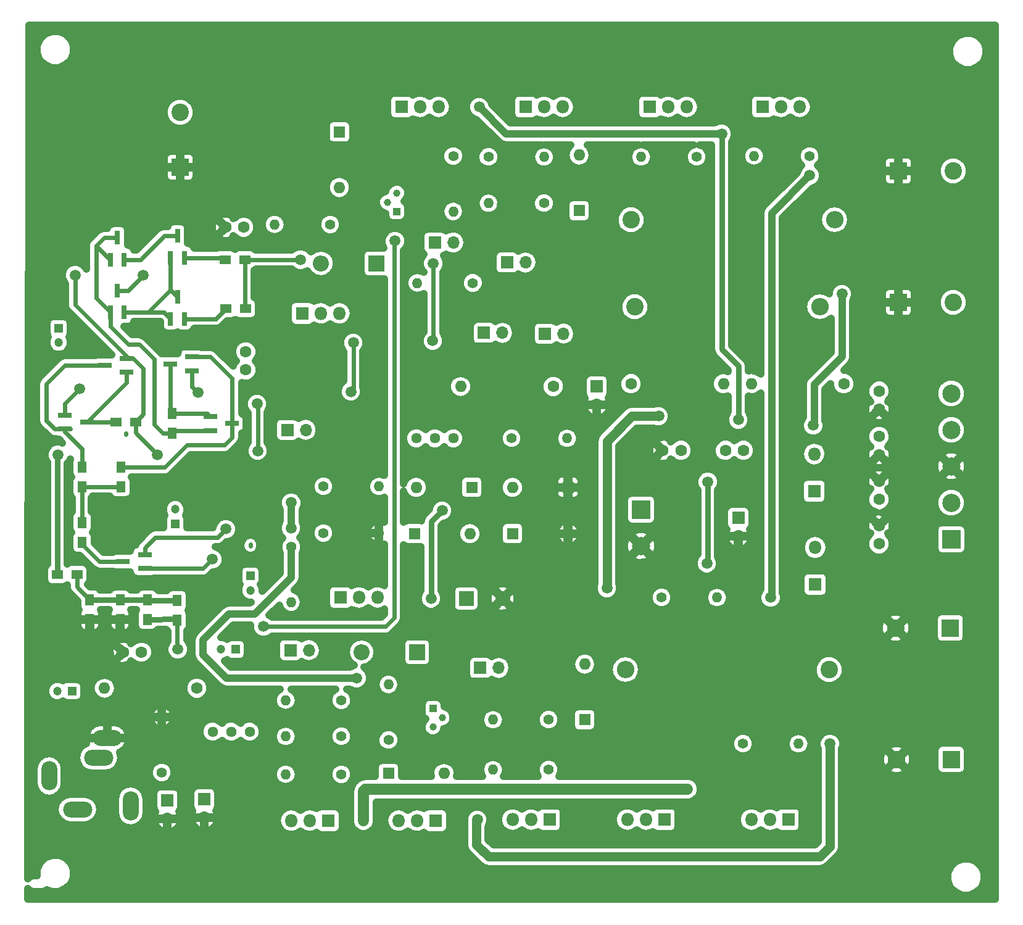
<source format=gbr>
G04 #@! TF.FileFunction,Copper,L1,Top,Mixed*
%FSLAX46Y46*%
G04 Gerber Fmt 4.6, Leading zero omitted, Abs format (unit mm)*
G04 Created by KiCad (PCBNEW 4.0.7) date 06/26/19 05:05:19*
%MOMM*%
%LPD*%
G01*
G04 APERTURE LIST*
%ADD10C,0.100000*%
%ADD11C,1.400000*%
%ADD12O,1.400000X1.400000*%
%ADD13R,1.900000X0.800000*%
%ADD14R,1.200000X1.200000*%
%ADD15C,1.200000*%
%ADD16C,1.600000*%
%ADD17R,2.000000X2.000000*%
%ADD18C,2.000000*%
%ADD19R,2.400000X2.400000*%
%ADD20C,2.400000*%
%ADD21R,1.600000X1.600000*%
%ADD22O,1.600000X1.600000*%
%ADD23R,2.200000X2.200000*%
%ADD24O,2.200000X2.200000*%
%ADD25R,1.800000X1.800000*%
%ADD26O,1.800000X1.800000*%
%ADD27R,1.700000X1.700000*%
%ADD28O,1.700000X1.700000*%
%ADD29R,2.500000X2.500000*%
%ADD30C,2.500000*%
%ADD31C,1.440000*%
%ADD32R,0.800000X1.900000*%
%ADD33C,1.000000*%
%ADD34R,1.000000X1.000000*%
%ADD35R,1.300000X1.500000*%
%ADD36R,1.500000X1.300000*%
%ADD37O,4.000000X2.200000*%
%ADD38O,2.200000X4.000000*%
%ADD39O,2.400000X2.400000*%
%ADD40C,1.500000*%
%ADD41C,0.600000*%
%ADD42C,0.750000*%
%ADD43C,1.000000*%
%ADD44C,1.500000*%
%ADD45C,1.250000*%
G04 APERTURE END LIST*
D10*
D11*
X90144600Y-93345000D03*
D12*
X90144600Y-100965000D03*
D13*
X79043400Y-75504000D03*
X79043400Y-77404000D03*
X82043400Y-76454000D03*
D14*
X60071000Y-113157000D03*
D15*
X58071000Y-113157000D03*
D16*
X69621400Y-107848400D03*
X67121400Y-107848400D03*
D14*
X58242200Y-63373000D03*
D15*
X58242200Y-65373000D03*
D14*
X74244200Y-90220800D03*
D15*
X74244200Y-88220800D03*
D14*
X84556600Y-97358200D03*
D15*
X84556600Y-99358200D03*
D16*
X170815000Y-92964000D03*
X170815000Y-90464000D03*
X81153000Y-49530000D03*
X83653000Y-49530000D03*
D17*
X114173000Y-100457000D03*
D18*
X119173000Y-100457000D03*
D16*
X83921600Y-66598800D03*
X83921600Y-69098800D03*
D19*
X74930000Y-41275000D03*
D20*
X74930000Y-33775000D03*
D16*
X170815000Y-72009000D03*
X170815000Y-74509000D03*
D14*
X82550000Y-107442000D03*
D15*
X80550000Y-107442000D03*
D19*
X180594000Y-104521000D03*
D20*
X173094000Y-104521000D03*
D19*
X173482000Y-59817000D03*
D20*
X180982000Y-59817000D03*
D16*
X143637000Y-80137000D03*
X141137000Y-80137000D03*
D19*
X180721000Y-122555000D03*
D20*
X173221000Y-122555000D03*
D19*
X173482000Y-41783000D03*
D20*
X180982000Y-41783000D03*
D16*
X149733000Y-80137000D03*
X152233000Y-80137000D03*
X170815000Y-86868000D03*
X170815000Y-84368000D03*
X170815000Y-78232000D03*
X170815000Y-80732000D03*
D21*
X114935000Y-85217000D03*
D22*
X107315000Y-85217000D03*
D21*
X128143000Y-85217000D03*
D22*
X120523000Y-85217000D03*
D21*
X107061000Y-91567000D03*
D22*
X114681000Y-91567000D03*
D21*
X120523000Y-91567000D03*
D22*
X128143000Y-91567000D03*
D23*
X107442000Y-107823000D03*
D24*
X99822000Y-107823000D03*
D23*
X101854000Y-54483000D03*
D24*
X94234000Y-54483000D03*
D21*
X129667000Y-47244000D03*
D22*
X129667000Y-39624000D03*
D21*
X130429000Y-117094000D03*
D22*
X130429000Y-109474000D03*
D25*
X162052000Y-98552000D03*
D26*
X162052000Y-93472000D03*
D25*
X161925000Y-85725000D03*
D26*
X161925000Y-80645000D03*
D21*
X103505000Y-124460000D03*
D22*
X111125000Y-124460000D03*
D21*
X96774000Y-36449000D03*
D22*
X96774000Y-44069000D03*
D27*
X78232000Y-128016000D03*
D28*
X78232000Y-130556000D03*
D29*
X138176000Y-88265000D03*
D30*
X138176000Y-93265000D03*
X180721000Y-72329000D03*
X180721000Y-77329000D03*
X180721000Y-82329000D03*
D29*
X180721000Y-92329000D03*
D30*
X180721000Y-87329000D03*
D27*
X73152000Y-128143000D03*
D28*
X73152000Y-130683000D03*
D27*
X89611200Y-77343000D03*
D28*
X92151200Y-77343000D03*
D27*
X132080000Y-71374000D03*
D28*
X132080000Y-73914000D03*
D27*
X90043000Y-107569000D03*
D28*
X92583000Y-107569000D03*
D31*
X79375000Y-118745000D03*
X81915000Y-118745000D03*
X84455000Y-118745000D03*
X112395000Y-78486000D03*
X109855000Y-78486000D03*
X107315000Y-78486000D03*
D13*
X59129800Y-75326200D03*
X59129800Y-77226200D03*
X62129800Y-76276200D03*
X76531600Y-69225200D03*
X76531600Y-67325200D03*
X73531600Y-68275200D03*
D32*
X73599000Y-62079000D03*
X75499000Y-62079000D03*
X74549000Y-59079000D03*
X73599000Y-53697000D03*
X75499000Y-53697000D03*
X74549000Y-50697000D03*
D13*
X70054600Y-96352400D03*
X70054600Y-94452400D03*
X67054600Y-95402400D03*
D25*
X158369000Y-130810000D03*
D26*
X155829000Y-130810000D03*
X153289000Y-130810000D03*
D25*
X141351000Y-130810000D03*
D26*
X138811000Y-130810000D03*
X136271000Y-130810000D03*
D25*
X154813000Y-33020000D03*
D26*
X157353000Y-33020000D03*
X159893000Y-33020000D03*
D25*
X139319000Y-33020000D03*
D26*
X141859000Y-33020000D03*
X144399000Y-33020000D03*
D32*
X65344000Y-61190000D03*
X67244000Y-61190000D03*
X66294000Y-58190000D03*
X65344000Y-53951000D03*
X67244000Y-53951000D03*
X66294000Y-50951000D03*
D13*
X67565400Y-69403000D03*
X67565400Y-67503000D03*
X64565400Y-68453000D03*
D33*
X110871000Y-116840000D03*
X109601000Y-118110000D03*
D34*
X109601000Y-115570000D03*
D33*
X103378000Y-46101000D03*
X104648000Y-44831000D03*
D34*
X104648000Y-47371000D03*
D11*
X72390000Y-124333000D03*
D12*
X72390000Y-116713000D03*
D16*
X77216000Y-112776000D03*
D22*
X64516000Y-112776000D03*
D35*
X61442600Y-85119200D03*
X61442600Y-82419200D03*
D36*
X81200000Y-60706000D03*
X83900000Y-60706000D03*
D35*
X66776600Y-85170000D03*
X66776600Y-82470000D03*
D36*
X81073000Y-53975000D03*
X83773000Y-53975000D03*
X58060600Y-97180400D03*
X60760600Y-97180400D03*
D35*
X61442600Y-92739200D03*
X61442600Y-90039200D03*
D11*
X94589600Y-85090000D03*
D12*
X102209600Y-85090000D03*
D11*
X94589600Y-91490800D03*
D12*
X102209600Y-91490800D03*
D11*
X120396000Y-78486000D03*
D12*
X128016000Y-78486000D03*
D16*
X126111000Y-71374000D03*
D22*
X113411000Y-71374000D03*
D16*
X136779000Y-70993000D03*
D22*
X149479000Y-70993000D03*
D11*
X140970000Y-100330000D03*
D12*
X148590000Y-100330000D03*
D11*
X97028000Y-119380000D03*
D12*
X89408000Y-119380000D03*
D11*
X97028000Y-124587000D03*
D12*
X89408000Y-124587000D03*
D11*
X97028000Y-114427000D03*
D12*
X89408000Y-114427000D03*
D11*
X115087400Y-57175400D03*
D12*
X107467400Y-57175400D03*
D11*
X95504000Y-49149000D03*
D12*
X87884000Y-49149000D03*
D11*
X103505000Y-119888000D03*
D12*
X103505000Y-112268000D03*
D11*
X112395000Y-39751000D03*
D12*
X112395000Y-47371000D03*
D11*
X125476000Y-117094000D03*
D12*
X117856000Y-117094000D03*
D11*
X124841000Y-46228000D03*
D12*
X117221000Y-46228000D03*
D11*
X161290000Y-39751000D03*
D12*
X153670000Y-39751000D03*
D11*
X152146000Y-120396000D03*
D12*
X159766000Y-120396000D03*
D11*
X145796000Y-39878000D03*
D12*
X138176000Y-39878000D03*
D36*
X66087000Y-76250800D03*
X68787000Y-76250800D03*
D16*
X165989000Y-70993000D03*
D22*
X153289000Y-70993000D03*
D35*
X73787000Y-75104000D03*
X73787000Y-77804000D03*
D11*
X125476000Y-123952000D03*
D12*
X117856000Y-123952000D03*
D11*
X117221000Y-39878000D03*
D12*
X124841000Y-39878000D03*
D37*
X60833000Y-129413000D03*
D38*
X68133000Y-128913000D03*
D37*
X63733000Y-122313000D03*
X64933000Y-119613000D03*
D38*
X56933000Y-124813000D03*
D27*
X151511000Y-89408000D03*
D28*
X151511000Y-91948000D03*
D27*
X109855000Y-51612800D03*
D28*
X112395000Y-51612800D03*
D27*
X119761000Y-54356000D03*
D28*
X122301000Y-54356000D03*
D27*
X116078000Y-109982000D03*
D28*
X118618000Y-109982000D03*
D20*
X137287000Y-60452000D03*
D39*
X162687000Y-60452000D03*
D35*
X74523600Y-103432600D03*
X74523600Y-100732600D03*
X62509400Y-100631000D03*
X62509400Y-103331000D03*
D27*
X124968000Y-64135000D03*
D28*
X127508000Y-64135000D03*
D25*
X91694000Y-61341000D03*
D26*
X94234000Y-61341000D03*
X96774000Y-61341000D03*
D25*
X109982000Y-130937000D03*
D26*
X107442000Y-130937000D03*
X104902000Y-130937000D03*
D25*
X105283000Y-33020000D03*
D26*
X107823000Y-33020000D03*
X110363000Y-33020000D03*
D25*
X125603000Y-130810000D03*
D26*
X123063000Y-130810000D03*
X120523000Y-130810000D03*
D25*
X122301000Y-33020000D03*
D26*
X124841000Y-33020000D03*
X127381000Y-33020000D03*
D35*
X70408800Y-103331000D03*
X70408800Y-100631000D03*
X66675000Y-100631000D03*
X66675000Y-103331000D03*
D27*
X116586000Y-64008000D03*
D28*
X119126000Y-64008000D03*
D20*
X136779000Y-48514000D03*
D39*
X164719000Y-48514000D03*
D20*
X163957000Y-110236000D03*
D39*
X136017000Y-110236000D03*
D25*
X96901000Y-100330000D03*
D26*
X99441000Y-100330000D03*
X101981000Y-100330000D03*
D25*
X95250000Y-130937000D03*
D26*
X92710000Y-130937000D03*
X90170000Y-130937000D03*
D40*
X61112400Y-71704200D03*
X74599800Y-107442000D03*
X99187000Y-95935800D03*
X96570800Y-74930000D03*
X62357000Y-116459000D03*
X77343000Y-72237600D03*
X58166000Y-80746600D03*
X79324200Y-95097600D03*
X109651800Y-54483000D03*
X109575600Y-65125600D03*
X91440000Y-53975000D03*
X109347000Y-100457000D03*
X110871000Y-88392000D03*
X104394000Y-51409600D03*
X86334600Y-104317800D03*
X144526000Y-126619000D03*
X100076000Y-130937000D03*
X147320000Y-84455000D03*
X147193000Y-95631000D03*
X151511000Y-75946000D03*
X149225000Y-36703000D03*
X115951000Y-33020000D03*
X161798000Y-76708000D03*
X165735000Y-58674000D03*
X99136200Y-111379000D03*
X90144600Y-87299800D03*
X90119200Y-90830400D03*
X85471000Y-73761600D03*
X85547200Y-80213200D03*
X71805800Y-80746600D03*
X69850000Y-56134000D03*
X60502800Y-56083200D03*
X81203800Y-90932000D03*
X98679000Y-65379600D03*
X98348800Y-72085200D03*
X164084000Y-120396000D03*
X115697000Y-130810000D03*
X161290000Y-42418000D03*
X155956000Y-100330000D03*
X140589000Y-75438000D03*
X133477000Y-99060000D03*
D41*
X84560400Y-93268800D02*
X84560400Y-93061800D01*
X67487800Y-77804000D02*
X67487800Y-77978000D01*
X59129800Y-75326200D02*
X59129800Y-73686800D01*
X59129800Y-73686800D02*
X61112400Y-71704200D01*
X74523600Y-103432600D02*
X74523600Y-107365800D01*
X74523600Y-107365800D02*
X74599800Y-107442000D01*
D42*
X70408800Y-103331000D02*
X74396600Y-103305600D01*
D41*
X74396600Y-103305600D02*
X74523600Y-103432600D01*
D43*
X99187000Y-77546200D02*
X99187000Y-95935800D01*
X96570800Y-74930000D02*
X99187000Y-77546200D01*
X62357000Y-116459000D02*
X62509400Y-103331000D01*
D42*
X62509400Y-103331000D02*
X66675000Y-103331000D01*
D41*
X76531600Y-69225200D02*
X76531600Y-71426200D01*
X76531600Y-71426200D02*
X77343000Y-72237600D01*
D42*
X58060600Y-97180400D02*
X58060600Y-80852000D01*
D41*
X58060600Y-80852000D02*
X58166000Y-80746600D01*
X70054600Y-96352400D02*
X78069400Y-96352400D01*
X78069400Y-96352400D02*
X79324200Y-95097600D01*
X109651800Y-65049400D02*
X109651800Y-54483000D01*
X109575600Y-65125600D02*
X109651800Y-65049400D01*
X91440000Y-53975000D02*
X83773000Y-53975000D01*
X83773000Y-53975000D02*
X83773000Y-60579000D01*
X83773000Y-60579000D02*
X83900000Y-60706000D01*
D42*
X109347000Y-89916000D02*
X109347000Y-100457000D01*
X110871000Y-88392000D02*
X109347000Y-89916000D01*
D41*
X104216200Y-103149400D02*
X104216200Y-103200200D01*
X104394000Y-51409600D02*
X104267000Y-51536600D01*
X104267000Y-51536600D02*
X104267000Y-103098600D01*
X104267000Y-103098600D02*
X104216200Y-103149400D01*
X103098600Y-104317800D02*
X86334600Y-104317800D01*
X104216200Y-103200200D02*
X103098600Y-104317800D01*
D44*
X100076000Y-126873000D02*
X100076000Y-130937000D01*
D41*
X100076000Y-126873000D02*
X100330000Y-126619000D01*
D44*
X100330000Y-126619000D02*
X144526000Y-126619000D01*
D42*
X147320000Y-95504000D02*
X147320000Y-84455000D01*
D41*
X147193000Y-95631000D02*
X147320000Y-95504000D01*
D42*
X149225000Y-36703000D02*
X149225000Y-66294000D01*
X151511000Y-68580000D02*
X151511000Y-75946000D01*
X149225000Y-66294000D02*
X151511000Y-68580000D01*
D43*
X119634000Y-36703000D02*
X149225000Y-36703000D01*
X115951000Y-33020000D02*
X119634000Y-36703000D01*
X165735000Y-67310000D02*
X161925000Y-71120000D01*
D41*
X161925000Y-76581000D02*
X161798000Y-76708000D01*
D43*
X161925000Y-71120000D02*
X161925000Y-76581000D01*
X165735000Y-58674000D02*
X165735000Y-67310000D01*
D41*
X165735000Y-67310000D02*
X165735000Y-67437000D01*
D43*
X90144600Y-93345000D02*
X90144600Y-97612200D01*
X90144600Y-97612200D02*
X85140800Y-102616000D01*
X85140800Y-102616000D02*
X81584800Y-102616000D01*
X81584800Y-102616000D02*
X78079600Y-106121200D01*
X78079600Y-106121200D02*
X78079600Y-108204000D01*
X78079600Y-108204000D02*
X81254600Y-111379000D01*
X81254600Y-111379000D02*
X99136200Y-111379000D01*
X90144600Y-90805000D02*
X90144600Y-87299800D01*
D41*
X90119200Y-90830400D02*
X90144600Y-90805000D01*
X85471000Y-73761600D02*
X85547200Y-73837800D01*
X85547200Y-73837800D02*
X85547200Y-80213200D01*
X71805800Y-80746600D02*
X68787000Y-77727800D01*
X68787000Y-77727800D02*
X68787000Y-76250800D01*
X67565400Y-67503000D02*
X68519000Y-67503000D01*
X69875400Y-75162400D02*
X68787000Y-76250800D01*
X69875400Y-68859400D02*
X69875400Y-75162400D01*
X68519000Y-67503000D02*
X69875400Y-68859400D01*
X67565400Y-67503000D02*
X67565400Y-67235200D01*
X67565400Y-67235200D02*
X60502800Y-60172600D01*
X67794000Y-58190000D02*
X66294000Y-58190000D01*
X69850000Y-56134000D02*
X67794000Y-58190000D01*
X60502800Y-60172600D02*
X60502800Y-56083200D01*
X67656800Y-67411600D02*
X67565400Y-67503000D01*
X59129800Y-77226200D02*
X59129800Y-77595600D01*
X59129800Y-77595600D02*
X61442600Y-79908400D01*
X61442600Y-79908400D02*
X61442600Y-82419200D01*
X59129800Y-77226200D02*
X59700200Y-77226200D01*
X59344600Y-77226200D02*
X59129800Y-77226200D01*
X59129800Y-77226200D02*
X57693600Y-77226200D01*
X59105800Y-68453000D02*
X64565400Y-68453000D01*
X56540400Y-71018400D02*
X59105800Y-68453000D01*
X56540400Y-76073000D02*
X56540400Y-71018400D01*
X57693600Y-77226200D02*
X56540400Y-76073000D01*
X59129800Y-77226200D02*
X59827200Y-77226200D01*
X66087000Y-76250800D02*
X62155200Y-76250800D01*
X62155200Y-76250800D02*
X62129800Y-76276200D01*
X67565400Y-69403000D02*
X67565400Y-70840600D01*
X67565400Y-70840600D02*
X62129800Y-76276200D01*
X66776600Y-82470000D02*
X72774800Y-82470000D01*
X82043400Y-78383000D02*
X82043400Y-76454000D01*
X81000600Y-79425800D02*
X82043400Y-78383000D01*
X75819000Y-79425800D02*
X81000600Y-79425800D01*
X72774800Y-82470000D02*
X75819000Y-79425800D01*
X76531600Y-67325200D02*
X79110800Y-67325200D01*
X82043400Y-70257800D02*
X82043400Y-76454000D01*
X79110800Y-67325200D02*
X82043400Y-70257800D01*
X82090400Y-76501000D02*
X82043400Y-76454000D01*
X73787000Y-75104000D02*
X78643400Y-75104000D01*
X78643400Y-75104000D02*
X79043400Y-75504000D01*
X73531600Y-68275200D02*
X73531600Y-74848600D01*
X73531600Y-74848600D02*
X73787000Y-75104000D01*
X70538000Y-61190000D02*
X72710000Y-61190000D01*
X72710000Y-61190000D02*
X73599000Y-62079000D01*
X67244000Y-61190000D02*
X70538000Y-61190000D01*
X70538000Y-61190000D02*
X73599000Y-58129000D01*
X73599000Y-53697000D02*
X73599000Y-58129000D01*
X73599000Y-58129000D02*
X74549000Y-59079000D01*
X75499000Y-62079000D02*
X79827000Y-62079000D01*
X79827000Y-62079000D02*
X81200000Y-60706000D01*
X75499000Y-53697000D02*
X80795000Y-53697000D01*
X80795000Y-53697000D02*
X81073000Y-53975000D01*
X67244000Y-53951000D02*
X69493000Y-53951000D01*
X72747000Y-50697000D02*
X74549000Y-50697000D01*
X69493000Y-53951000D02*
X72747000Y-50697000D01*
X70054600Y-93496000D02*
X70054600Y-94452400D01*
X71475600Y-92075000D02*
X70054600Y-93496000D01*
X80060800Y-92075000D02*
X71475600Y-92075000D01*
X81203800Y-90932000D02*
X80060800Y-92075000D01*
X61442600Y-92989400D02*
X63855600Y-95402400D01*
X63855600Y-95402400D02*
X67054600Y-95402400D01*
X61442600Y-92739200D02*
X61442600Y-92989400D01*
X98704400Y-65405000D02*
X98679000Y-65379600D01*
X98704400Y-71729600D02*
X98704400Y-65405000D01*
X98348800Y-72085200D02*
X98704400Y-71729600D01*
D45*
X164084000Y-134493000D02*
X164084000Y-120396000D01*
X162687000Y-135890000D02*
X164084000Y-134493000D01*
X117221000Y-135890000D02*
X162687000Y-135890000D01*
X115570000Y-134239000D02*
X117221000Y-135890000D01*
X115570000Y-130937000D02*
X115570000Y-134239000D01*
D41*
X115697000Y-130810000D02*
X115570000Y-130937000D01*
X65344000Y-61190000D02*
X65344000Y-63134200D01*
X72546200Y-77804000D02*
X73787000Y-77804000D01*
X71374000Y-76631800D02*
X72546200Y-77804000D01*
X71374000Y-67665600D02*
X71374000Y-76631800D01*
X69291200Y-65582800D02*
X71374000Y-67665600D01*
X67792600Y-65582800D02*
X69291200Y-65582800D01*
X65344000Y-63134200D02*
X67792600Y-65582800D01*
X79043400Y-77404000D02*
X74187000Y-77404000D01*
X74187000Y-77404000D02*
X73787000Y-77804000D01*
X65344000Y-53951000D02*
X65254000Y-53951000D01*
X65254000Y-53951000D02*
X63373000Y-52070000D01*
X66294000Y-50951000D02*
X64492000Y-50951000D01*
X63373000Y-59219000D02*
X65344000Y-61190000D01*
X63373000Y-52070000D02*
X63373000Y-59219000D01*
X64492000Y-50951000D02*
X63373000Y-52070000D01*
X60760600Y-97180400D02*
X60760600Y-98882200D01*
X60760600Y-98882200D02*
X62509400Y-100631000D01*
D42*
X66675000Y-100631000D02*
X70408800Y-100631000D01*
X66675000Y-100631000D02*
X62509400Y-100631000D01*
X74523600Y-100732600D02*
X70535800Y-100758000D01*
D41*
X70535800Y-100758000D02*
X70408800Y-100631000D01*
X61442600Y-85119200D02*
X61442600Y-90039200D01*
X61442600Y-85119200D02*
X66725800Y-85119200D01*
X66725800Y-85119200D02*
X66776600Y-85170000D01*
X61696600Y-90293200D02*
X61442600Y-90039200D01*
D43*
X156083000Y-47625000D02*
X156083000Y-100203000D01*
X161290000Y-42418000D02*
X156083000Y-47625000D01*
D41*
X155956000Y-100330000D02*
X156083000Y-100203000D01*
D45*
X136906000Y-75438000D02*
X140589000Y-75438000D01*
X133477000Y-78867000D02*
X136906000Y-75438000D01*
X133477000Y-99060000D02*
X133477000Y-78867000D01*
D43*
G36*
X186750000Y-141740000D02*
X54042000Y-141740000D01*
X54042000Y-140254683D01*
X54098203Y-140338797D01*
X54449554Y-140573562D01*
X54864000Y-140656000D01*
X56007000Y-140656000D01*
X56421446Y-140573562D01*
X56650478Y-140420528D01*
X57283939Y-140683564D01*
X58281683Y-140684435D01*
X59203812Y-140303419D01*
X59909939Y-139598523D01*
X60083441Y-139180683D01*
X180244565Y-139180683D01*
X180625581Y-140102812D01*
X181330477Y-140808939D01*
X182251939Y-141191564D01*
X183249683Y-141192435D01*
X184171812Y-140811419D01*
X184877939Y-140106523D01*
X185260564Y-139185061D01*
X185261435Y-138187317D01*
X184880419Y-137265188D01*
X184175523Y-136559061D01*
X183254061Y-136176436D01*
X182256317Y-136175565D01*
X181334188Y-136556581D01*
X180628061Y-137261477D01*
X180245436Y-138182939D01*
X180244565Y-139180683D01*
X60083441Y-139180683D01*
X60292564Y-138677061D01*
X60293435Y-137679317D01*
X59912419Y-136757188D01*
X59207523Y-136051061D01*
X58286061Y-135668436D01*
X57288317Y-135667565D01*
X56366188Y-136048581D01*
X55660061Y-136753477D01*
X55277436Y-137674939D01*
X55276724Y-138490000D01*
X54864000Y-138490000D01*
X54449554Y-138572438D01*
X54098203Y-138807203D01*
X54042000Y-138891317D01*
X54042000Y-129413000D01*
X57766070Y-129413000D01*
X57926532Y-130219697D01*
X58383489Y-130903581D01*
X59067373Y-131360538D01*
X59874070Y-131521000D01*
X61791930Y-131521000D01*
X62598627Y-131360538D01*
X63282511Y-130903581D01*
X63739468Y-130219697D01*
X63899930Y-129413000D01*
X63739468Y-128606303D01*
X63303660Y-127954070D01*
X66025000Y-127954070D01*
X66025000Y-129871930D01*
X66185462Y-130678627D01*
X66642419Y-131362511D01*
X67326303Y-131819468D01*
X68133000Y-131979930D01*
X68939697Y-131819468D01*
X69623581Y-131362511D01*
X69817692Y-131072003D01*
X71335178Y-131072003D01*
X71592241Y-131692624D01*
X72097337Y-132212665D01*
X72762996Y-132499828D01*
X73052000Y-132286313D01*
X73052000Y-130783000D01*
X73252000Y-130783000D01*
X73252000Y-132286313D01*
X73541004Y-132499828D01*
X74206663Y-132212665D01*
X74711759Y-131692624D01*
X74968822Y-131072003D01*
X74874809Y-130945003D01*
X76415178Y-130945003D01*
X76672241Y-131565624D01*
X77177337Y-132085665D01*
X77842996Y-132372828D01*
X78132000Y-132159313D01*
X78132000Y-130656000D01*
X78332000Y-130656000D01*
X78332000Y-132159313D01*
X78621004Y-132372828D01*
X79286663Y-132085665D01*
X79791759Y-131565624D01*
X80048822Y-130945003D01*
X80042898Y-130937000D01*
X88224620Y-130937000D01*
X88369858Y-131667160D01*
X88783460Y-132286160D01*
X89402460Y-132699762D01*
X90132620Y-132845000D01*
X90207380Y-132845000D01*
X90937540Y-132699762D01*
X91440000Y-132364029D01*
X91942460Y-132699762D01*
X92672620Y-132845000D01*
X92747380Y-132845000D01*
X93477540Y-132699762D01*
X93654318Y-132581643D01*
X93950149Y-132783775D01*
X94350000Y-132864747D01*
X96150000Y-132864747D01*
X96523542Y-132794460D01*
X96866618Y-132573697D01*
X97096775Y-132236851D01*
X97177747Y-131837000D01*
X97177747Y-131285154D01*
X98317696Y-131285154D01*
X98584771Y-131931526D01*
X99078873Y-132426491D01*
X99724778Y-132694694D01*
X100424154Y-132695304D01*
X101070526Y-132428229D01*
X101565491Y-131934127D01*
X101833694Y-131288222D01*
X101834000Y-130937000D01*
X102956620Y-130937000D01*
X103101858Y-131667160D01*
X103515460Y-132286160D01*
X104134460Y-132699762D01*
X104864620Y-132845000D01*
X104939380Y-132845000D01*
X105669540Y-132699762D01*
X106172000Y-132364029D01*
X106674460Y-132699762D01*
X107404620Y-132845000D01*
X107479380Y-132845000D01*
X108209540Y-132699762D01*
X108386318Y-132581643D01*
X108682149Y-132783775D01*
X109082000Y-132864747D01*
X110882000Y-132864747D01*
X111255542Y-132794460D01*
X111598618Y-132573697D01*
X111828775Y-132236851D01*
X111909747Y-131837000D01*
X111909747Y-130937000D01*
X113937000Y-130937000D01*
X113937000Y-134239000D01*
X114061305Y-134863922D01*
X114415295Y-135393705D01*
X116066295Y-137044706D01*
X116596078Y-137398695D01*
X117221000Y-137523000D01*
X162687000Y-137523000D01*
X163311922Y-137398695D01*
X163841705Y-137044705D01*
X165238705Y-135647706D01*
X165592695Y-135117922D01*
X165717000Y-134493000D01*
X165717000Y-124037630D01*
X171879792Y-124037630D01*
X171979952Y-124433286D01*
X172793210Y-124765238D01*
X173671595Y-124760702D01*
X174462048Y-124433286D01*
X174562208Y-124037630D01*
X173221000Y-122696421D01*
X171879792Y-124037630D01*
X165717000Y-124037630D01*
X165717000Y-122127210D01*
X171010762Y-122127210D01*
X171015298Y-123005595D01*
X171342714Y-123796048D01*
X171738370Y-123896208D01*
X173079579Y-122555000D01*
X173362421Y-122555000D01*
X174703630Y-123896208D01*
X175099286Y-123796048D01*
X175431238Y-122982790D01*
X175426702Y-122104405D01*
X175116289Y-121355000D01*
X178493253Y-121355000D01*
X178493253Y-123755000D01*
X178563540Y-124128542D01*
X178784303Y-124471618D01*
X179121149Y-124701775D01*
X179521000Y-124782747D01*
X181921000Y-124782747D01*
X182294542Y-124712460D01*
X182637618Y-124491697D01*
X182867775Y-124154851D01*
X182948747Y-123755000D01*
X182948747Y-121355000D01*
X182878460Y-120981458D01*
X182657697Y-120638382D01*
X182320851Y-120408225D01*
X181921000Y-120327253D01*
X179521000Y-120327253D01*
X179147458Y-120397540D01*
X178804382Y-120618303D01*
X178574225Y-120955149D01*
X178493253Y-121355000D01*
X175116289Y-121355000D01*
X175099286Y-121313952D01*
X174703630Y-121213792D01*
X173362421Y-122555000D01*
X173079579Y-122555000D01*
X171738370Y-121213792D01*
X171342714Y-121313952D01*
X171010762Y-122127210D01*
X165717000Y-122127210D01*
X165717000Y-121072370D01*
X171879792Y-121072370D01*
X173221000Y-122413579D01*
X174562208Y-121072370D01*
X174462048Y-120676714D01*
X173648790Y-120344762D01*
X172770405Y-120349298D01*
X171979952Y-120676714D01*
X171879792Y-121072370D01*
X165717000Y-121072370D01*
X165717000Y-121047519D01*
X165841694Y-120747222D01*
X165842304Y-120047846D01*
X165575229Y-119401474D01*
X165081127Y-118906509D01*
X164435222Y-118638306D01*
X163735846Y-118637696D01*
X163089474Y-118904771D01*
X162594509Y-119398873D01*
X162326306Y-120044778D01*
X162325696Y-120744154D01*
X162451000Y-121047413D01*
X162451000Y-133816589D01*
X162010590Y-134257000D01*
X117897411Y-134257000D01*
X117203000Y-133562590D01*
X117203000Y-131767369D01*
X117454694Y-131161222D01*
X117455000Y-130810000D01*
X118577620Y-130810000D01*
X118722858Y-131540160D01*
X119136460Y-132159160D01*
X119755460Y-132572762D01*
X120485620Y-132718000D01*
X120560380Y-132718000D01*
X121290540Y-132572762D01*
X121793000Y-132237029D01*
X122295460Y-132572762D01*
X123025620Y-132718000D01*
X123100380Y-132718000D01*
X123830540Y-132572762D01*
X124007318Y-132454643D01*
X124303149Y-132656775D01*
X124703000Y-132737747D01*
X126503000Y-132737747D01*
X126876542Y-132667460D01*
X127219618Y-132446697D01*
X127449775Y-132109851D01*
X127530747Y-131710000D01*
X127530747Y-130810000D01*
X134325620Y-130810000D01*
X134470858Y-131540160D01*
X134884460Y-132159160D01*
X135503460Y-132572762D01*
X136233620Y-132718000D01*
X136308380Y-132718000D01*
X137038540Y-132572762D01*
X137541000Y-132237029D01*
X138043460Y-132572762D01*
X138773620Y-132718000D01*
X138848380Y-132718000D01*
X139578540Y-132572762D01*
X139755318Y-132454643D01*
X140051149Y-132656775D01*
X140451000Y-132737747D01*
X142251000Y-132737747D01*
X142624542Y-132667460D01*
X142967618Y-132446697D01*
X143197775Y-132109851D01*
X143278747Y-131710000D01*
X143278747Y-130810000D01*
X151343620Y-130810000D01*
X151488858Y-131540160D01*
X151902460Y-132159160D01*
X152521460Y-132572762D01*
X153251620Y-132718000D01*
X153326380Y-132718000D01*
X154056540Y-132572762D01*
X154559000Y-132237029D01*
X155061460Y-132572762D01*
X155791620Y-132718000D01*
X155866380Y-132718000D01*
X156596540Y-132572762D01*
X156773318Y-132454643D01*
X157069149Y-132656775D01*
X157469000Y-132737747D01*
X159269000Y-132737747D01*
X159642542Y-132667460D01*
X159985618Y-132446697D01*
X160215775Y-132109851D01*
X160296747Y-131710000D01*
X160296747Y-129910000D01*
X160226460Y-129536458D01*
X160005697Y-129193382D01*
X159668851Y-128963225D01*
X159269000Y-128882253D01*
X157469000Y-128882253D01*
X157095458Y-128952540D01*
X156769105Y-129162542D01*
X156596540Y-129047238D01*
X155866380Y-128902000D01*
X155791620Y-128902000D01*
X155061460Y-129047238D01*
X154559000Y-129382971D01*
X154056540Y-129047238D01*
X153326380Y-128902000D01*
X153251620Y-128902000D01*
X152521460Y-129047238D01*
X151902460Y-129460840D01*
X151488858Y-130079840D01*
X151343620Y-130810000D01*
X143278747Y-130810000D01*
X143278747Y-129910000D01*
X143208460Y-129536458D01*
X142987697Y-129193382D01*
X142650851Y-128963225D01*
X142251000Y-128882253D01*
X140451000Y-128882253D01*
X140077458Y-128952540D01*
X139751105Y-129162542D01*
X139578540Y-129047238D01*
X138848380Y-128902000D01*
X138773620Y-128902000D01*
X138043460Y-129047238D01*
X137541000Y-129382971D01*
X137038540Y-129047238D01*
X136308380Y-128902000D01*
X136233620Y-128902000D01*
X135503460Y-129047238D01*
X134884460Y-129460840D01*
X134470858Y-130079840D01*
X134325620Y-130810000D01*
X127530747Y-130810000D01*
X127530747Y-129910000D01*
X127460460Y-129536458D01*
X127239697Y-129193382D01*
X126902851Y-128963225D01*
X126503000Y-128882253D01*
X124703000Y-128882253D01*
X124329458Y-128952540D01*
X124003105Y-129162542D01*
X123830540Y-129047238D01*
X123100380Y-128902000D01*
X123025620Y-128902000D01*
X122295460Y-129047238D01*
X121793000Y-129382971D01*
X121290540Y-129047238D01*
X120560380Y-128902000D01*
X120485620Y-128902000D01*
X119755460Y-129047238D01*
X119136460Y-129460840D01*
X118722858Y-130079840D01*
X118577620Y-130810000D01*
X117455000Y-130810000D01*
X117455304Y-130461846D01*
X117188229Y-129815474D01*
X116694127Y-129320509D01*
X116048222Y-129052306D01*
X115348846Y-129051696D01*
X114702474Y-129318771D01*
X114207509Y-129812873D01*
X113939306Y-130458778D01*
X113938897Y-130927462D01*
X113937000Y-130937000D01*
X111909747Y-130937000D01*
X111909747Y-130037000D01*
X111839460Y-129663458D01*
X111618697Y-129320382D01*
X111281851Y-129090225D01*
X110882000Y-129009253D01*
X109082000Y-129009253D01*
X108708458Y-129079540D01*
X108382105Y-129289542D01*
X108209540Y-129174238D01*
X107479380Y-129029000D01*
X107404620Y-129029000D01*
X106674460Y-129174238D01*
X106172000Y-129509971D01*
X105669540Y-129174238D01*
X104939380Y-129029000D01*
X104864620Y-129029000D01*
X104134460Y-129174238D01*
X103515460Y-129587840D01*
X103101858Y-130206840D01*
X102956620Y-130937000D01*
X101834000Y-130937000D01*
X101834304Y-130588846D01*
X101834000Y-130588110D01*
X101834000Y-128377000D01*
X144525613Y-128377000D01*
X144874154Y-128377304D01*
X145520526Y-128110229D01*
X146015491Y-127616127D01*
X146283694Y-126970222D01*
X146284304Y-126270846D01*
X146017229Y-125624474D01*
X145523127Y-125129509D01*
X144877222Y-124861306D01*
X144177846Y-124860696D01*
X144177110Y-124861000D01*
X126947946Y-124861000D01*
X127183703Y-124293233D01*
X127184296Y-123613748D01*
X126924816Y-122985760D01*
X126444768Y-122504872D01*
X125817233Y-122244297D01*
X125137748Y-122243704D01*
X124509760Y-122503184D01*
X124028872Y-122983232D01*
X123768297Y-123610767D01*
X123767704Y-124290252D01*
X124003533Y-124861000D01*
X119296810Y-124861000D01*
X119467448Y-124605623D01*
X119597462Y-123952000D01*
X119467448Y-123298377D01*
X119097200Y-122744262D01*
X118543085Y-122374014D01*
X117889462Y-122244000D01*
X117822538Y-122244000D01*
X117168915Y-122374014D01*
X116614800Y-122744262D01*
X116244552Y-123298377D01*
X116114538Y-123952000D01*
X116244552Y-124605623D01*
X116415190Y-124861000D01*
X112888657Y-124861000D01*
X112968421Y-124460000D01*
X112830795Y-123768108D01*
X112438870Y-123181551D01*
X111852313Y-122789626D01*
X111160421Y-122652000D01*
X111089579Y-122652000D01*
X110397687Y-122789626D01*
X109811130Y-123181551D01*
X109419205Y-123768108D01*
X109281579Y-124460000D01*
X109361343Y-124861000D01*
X105332747Y-124861000D01*
X105332747Y-123660000D01*
X105262460Y-123286458D01*
X105041697Y-122943382D01*
X104704851Y-122713225D01*
X104305000Y-122632253D01*
X102705000Y-122632253D01*
X102331458Y-122702540D01*
X101988382Y-122923303D01*
X101758225Y-123260149D01*
X101677253Y-123660000D01*
X101677253Y-124861000D01*
X100330000Y-124861000D01*
X99657243Y-124994820D01*
X99086906Y-125375906D01*
X98985168Y-125528168D01*
X98832906Y-125629906D01*
X98451820Y-126200243D01*
X98318000Y-126873000D01*
X98318000Y-130936613D01*
X98317696Y-131285154D01*
X97177747Y-131285154D01*
X97177747Y-130037000D01*
X97107460Y-129663458D01*
X96886697Y-129320382D01*
X96549851Y-129090225D01*
X96150000Y-129009253D01*
X94350000Y-129009253D01*
X93976458Y-129079540D01*
X93650105Y-129289542D01*
X93477540Y-129174238D01*
X92747380Y-129029000D01*
X92672620Y-129029000D01*
X91942460Y-129174238D01*
X91440000Y-129509971D01*
X90937540Y-129174238D01*
X90207380Y-129029000D01*
X90132620Y-129029000D01*
X89402460Y-129174238D01*
X88783460Y-129587840D01*
X88369858Y-130206840D01*
X88224620Y-130937000D01*
X80042898Y-130937000D01*
X79834884Y-130656000D01*
X78332000Y-130656000D01*
X78132000Y-130656000D01*
X76629116Y-130656000D01*
X76415178Y-130945003D01*
X74874809Y-130945003D01*
X74754884Y-130783000D01*
X73252000Y-130783000D01*
X73052000Y-130783000D01*
X71549116Y-130783000D01*
X71335178Y-131072003D01*
X69817692Y-131072003D01*
X70080538Y-130678627D01*
X70241000Y-129871930D01*
X70241000Y-127954070D01*
X70109506Y-127293000D01*
X71274253Y-127293000D01*
X71274253Y-128993000D01*
X71344540Y-129366542D01*
X71565303Y-129709618D01*
X71574599Y-129715969D01*
X71335178Y-130293997D01*
X71549116Y-130583000D01*
X73052000Y-130583000D01*
X73052000Y-130563000D01*
X73252000Y-130563000D01*
X73252000Y-130583000D01*
X74754884Y-130583000D01*
X74968822Y-130293997D01*
X74728872Y-129714690D01*
X74948775Y-129392851D01*
X75029747Y-128993000D01*
X75029747Y-127293000D01*
X75005851Y-127166000D01*
X76354253Y-127166000D01*
X76354253Y-128866000D01*
X76424540Y-129239542D01*
X76645303Y-129582618D01*
X76654599Y-129588969D01*
X76415178Y-130166997D01*
X76629116Y-130456000D01*
X78132000Y-130456000D01*
X78132000Y-130436000D01*
X78332000Y-130436000D01*
X78332000Y-130456000D01*
X79834884Y-130456000D01*
X80048822Y-130166997D01*
X79808872Y-129587690D01*
X80028775Y-129265851D01*
X80109747Y-128866000D01*
X80109747Y-127166000D01*
X80039460Y-126792458D01*
X79818697Y-126449382D01*
X79481851Y-126219225D01*
X79082000Y-126138253D01*
X77382000Y-126138253D01*
X77008458Y-126208540D01*
X76665382Y-126429303D01*
X76435225Y-126766149D01*
X76354253Y-127166000D01*
X75005851Y-127166000D01*
X74959460Y-126919458D01*
X74738697Y-126576382D01*
X74401851Y-126346225D01*
X74002000Y-126265253D01*
X72302000Y-126265253D01*
X71928458Y-126335540D01*
X71585382Y-126556303D01*
X71355225Y-126893149D01*
X71274253Y-127293000D01*
X70109506Y-127293000D01*
X70080538Y-127147373D01*
X69623581Y-126463489D01*
X68939697Y-126006532D01*
X68133000Y-125846070D01*
X67326303Y-126006532D01*
X66642419Y-126463489D01*
X66185462Y-127147373D01*
X66025000Y-127954070D01*
X63303660Y-127954070D01*
X63282511Y-127922419D01*
X62598627Y-127465462D01*
X61791930Y-127305000D01*
X59874070Y-127305000D01*
X59067373Y-127465462D01*
X58383489Y-127922419D01*
X57926532Y-128606303D01*
X57766070Y-129413000D01*
X54042000Y-129413000D01*
X54042000Y-123854070D01*
X54825000Y-123854070D01*
X54825000Y-125771930D01*
X54985462Y-126578627D01*
X55442419Y-127262511D01*
X56126303Y-127719468D01*
X56933000Y-127879930D01*
X57739697Y-127719468D01*
X58423581Y-127262511D01*
X58880538Y-126578627D01*
X59041000Y-125771930D01*
X59041000Y-124671252D01*
X70681704Y-124671252D01*
X70941184Y-125299240D01*
X71421232Y-125780128D01*
X72048767Y-126040703D01*
X72728252Y-126041296D01*
X73356240Y-125781816D01*
X73837128Y-125301768D01*
X74097703Y-124674233D01*
X74097779Y-124587000D01*
X87666538Y-124587000D01*
X87796552Y-125240623D01*
X88166800Y-125794738D01*
X88720915Y-126164986D01*
X89374538Y-126295000D01*
X89441462Y-126295000D01*
X90095085Y-126164986D01*
X90649200Y-125794738D01*
X91019448Y-125240623D01*
X91082179Y-124925252D01*
X95319704Y-124925252D01*
X95579184Y-125553240D01*
X96059232Y-126034128D01*
X96686767Y-126294703D01*
X97366252Y-126295296D01*
X97994240Y-126035816D01*
X98475128Y-125555768D01*
X98735703Y-124928233D01*
X98736296Y-124248748D01*
X98476816Y-123620760D01*
X97996768Y-123139872D01*
X97369233Y-122879297D01*
X96689748Y-122878704D01*
X96061760Y-123138184D01*
X95580872Y-123618232D01*
X95320297Y-124245767D01*
X95319704Y-124925252D01*
X91082179Y-124925252D01*
X91149462Y-124587000D01*
X91019448Y-123933377D01*
X90649200Y-123379262D01*
X90095085Y-123009014D01*
X89441462Y-122879000D01*
X89374538Y-122879000D01*
X88720915Y-123009014D01*
X88166800Y-123379262D01*
X87796552Y-123933377D01*
X87666538Y-124587000D01*
X74097779Y-124587000D01*
X74098296Y-123994748D01*
X73838816Y-123366760D01*
X73358768Y-122885872D01*
X72731233Y-122625297D01*
X72051748Y-122624704D01*
X71423760Y-122884184D01*
X70942872Y-123364232D01*
X70682297Y-123991767D01*
X70681704Y-124671252D01*
X59041000Y-124671252D01*
X59041000Y-123854070D01*
X58880538Y-123047373D01*
X58423581Y-122363489D01*
X58348019Y-122313000D01*
X60666070Y-122313000D01*
X60826532Y-123119697D01*
X61283489Y-123803581D01*
X61967373Y-124260538D01*
X62774070Y-124421000D01*
X64691930Y-124421000D01*
X65498627Y-124260538D01*
X66182511Y-123803581D01*
X66639468Y-123119697D01*
X66799930Y-122313000D01*
X66646860Y-121543465D01*
X66732085Y-121522270D01*
X67394292Y-121032871D01*
X67818807Y-120327309D01*
X67897060Y-120041161D01*
X67686304Y-119713000D01*
X65033000Y-119713000D01*
X65033000Y-119733000D01*
X64833000Y-119733000D01*
X64833000Y-119713000D01*
X62179696Y-119713000D01*
X61968940Y-120041161D01*
X62047193Y-120327309D01*
X62059163Y-120347204D01*
X61967373Y-120365462D01*
X61283489Y-120822419D01*
X60826532Y-121506303D01*
X60666070Y-122313000D01*
X58348019Y-122313000D01*
X57739697Y-121906532D01*
X56933000Y-121746070D01*
X56126303Y-121906532D01*
X55442419Y-122363489D01*
X54985462Y-123047373D01*
X54825000Y-123854070D01*
X54042000Y-123854070D01*
X54042000Y-119184839D01*
X61968940Y-119184839D01*
X62179696Y-119513000D01*
X64833000Y-119513000D01*
X64833000Y-117505000D01*
X65033000Y-117505000D01*
X65033000Y-119513000D01*
X67686304Y-119513000D01*
X67897060Y-119184839D01*
X67870363Y-119087213D01*
X77646700Y-119087213D01*
X77909218Y-119722555D01*
X78394888Y-120209073D01*
X79029772Y-120472700D01*
X79717213Y-120473300D01*
X80352555Y-120210782D01*
X80645084Y-119918763D01*
X80934888Y-120209073D01*
X81569772Y-120472700D01*
X82257213Y-120473300D01*
X82892555Y-120210782D01*
X83185084Y-119918763D01*
X83474888Y-120209073D01*
X84109772Y-120472700D01*
X84797213Y-120473300D01*
X85432555Y-120210782D01*
X85919073Y-119725112D01*
X86062376Y-119380000D01*
X87666538Y-119380000D01*
X87796552Y-120033623D01*
X88166800Y-120587738D01*
X88720915Y-120957986D01*
X89374538Y-121088000D01*
X89441462Y-121088000D01*
X90095085Y-120957986D01*
X90649200Y-120587738D01*
X91019448Y-120033623D01*
X91082179Y-119718252D01*
X95319704Y-119718252D01*
X95579184Y-120346240D01*
X96059232Y-120827128D01*
X96686767Y-121087703D01*
X97366252Y-121088296D01*
X97994240Y-120828816D01*
X98475128Y-120348768D01*
X98526001Y-120226252D01*
X101796704Y-120226252D01*
X102056184Y-120854240D01*
X102536232Y-121335128D01*
X103163767Y-121595703D01*
X103843252Y-121596296D01*
X104471240Y-121336816D01*
X104952128Y-120856768D01*
X105003001Y-120734252D01*
X150437704Y-120734252D01*
X150697184Y-121362240D01*
X151177232Y-121843128D01*
X151804767Y-122103703D01*
X152484252Y-122104296D01*
X153112240Y-121844816D01*
X153593128Y-121364768D01*
X153853703Y-120737233D01*
X153854000Y-120396000D01*
X158024538Y-120396000D01*
X158154552Y-121049623D01*
X158524800Y-121603738D01*
X159078915Y-121973986D01*
X159732538Y-122104000D01*
X159799462Y-122104000D01*
X160453085Y-121973986D01*
X161007200Y-121603738D01*
X161377448Y-121049623D01*
X161507462Y-120396000D01*
X161377448Y-119742377D01*
X161007200Y-119188262D01*
X160453085Y-118818014D01*
X159799462Y-118688000D01*
X159732538Y-118688000D01*
X159078915Y-118818014D01*
X158524800Y-119188262D01*
X158154552Y-119742377D01*
X158024538Y-120396000D01*
X153854000Y-120396000D01*
X153854296Y-120057748D01*
X153594816Y-119429760D01*
X153114768Y-118948872D01*
X152487233Y-118688297D01*
X151807748Y-118687704D01*
X151179760Y-118947184D01*
X150698872Y-119427232D01*
X150438297Y-120054767D01*
X150437704Y-120734252D01*
X105003001Y-120734252D01*
X105212703Y-120229233D01*
X105213296Y-119549748D01*
X104953816Y-118921760D01*
X104473768Y-118440872D01*
X103846233Y-118180297D01*
X103166748Y-118179704D01*
X102538760Y-118439184D01*
X102057872Y-118919232D01*
X101797297Y-119546767D01*
X101796704Y-120226252D01*
X98526001Y-120226252D01*
X98735703Y-119721233D01*
X98736296Y-119041748D01*
X98476816Y-118413760D01*
X97996768Y-117932872D01*
X97369233Y-117672297D01*
X96689748Y-117671704D01*
X96061760Y-117931184D01*
X95580872Y-118411232D01*
X95320297Y-119038767D01*
X95319704Y-119718252D01*
X91082179Y-119718252D01*
X91149462Y-119380000D01*
X91019448Y-118726377D01*
X90649200Y-118172262D01*
X90095085Y-117802014D01*
X89441462Y-117672000D01*
X89374538Y-117672000D01*
X88720915Y-117802014D01*
X88166800Y-118172262D01*
X87796552Y-118726377D01*
X87666538Y-119380000D01*
X86062376Y-119380000D01*
X86182700Y-119090228D01*
X86183300Y-118402787D01*
X85920782Y-117767445D01*
X85435112Y-117280927D01*
X84800228Y-117017300D01*
X84112787Y-117016700D01*
X83477445Y-117279218D01*
X83184916Y-117571237D01*
X82895112Y-117280927D01*
X82260228Y-117017300D01*
X81572787Y-117016700D01*
X80937445Y-117279218D01*
X80644916Y-117571237D01*
X80355112Y-117280927D01*
X79720228Y-117017300D01*
X79032787Y-117016700D01*
X78397445Y-117279218D01*
X77910927Y-117764888D01*
X77647300Y-118399772D01*
X77646700Y-119087213D01*
X67870363Y-119087213D01*
X67818807Y-118898691D01*
X67394292Y-118193129D01*
X66732085Y-117703730D01*
X65933000Y-117505000D01*
X65033000Y-117505000D01*
X64833000Y-117505000D01*
X63933000Y-117505000D01*
X63133915Y-117703730D01*
X62471708Y-118193129D01*
X62047193Y-118898691D01*
X61968940Y-119184839D01*
X54042000Y-119184839D01*
X54042000Y-117078502D01*
X70721559Y-117078502D01*
X70988433Y-117689165D01*
X71468683Y-118151215D01*
X72024499Y-118381434D01*
X72290000Y-118165562D01*
X72290000Y-116813000D01*
X72490000Y-116813000D01*
X72490000Y-118165562D01*
X72755501Y-118381434D01*
X73311317Y-118151215D01*
X73791567Y-117689165D01*
X74058441Y-117078502D01*
X73843077Y-116813000D01*
X72490000Y-116813000D01*
X72290000Y-116813000D01*
X70936923Y-116813000D01*
X70721559Y-117078502D01*
X54042000Y-117078502D01*
X54042000Y-116347498D01*
X70721559Y-116347498D01*
X70936923Y-116613000D01*
X72290000Y-116613000D01*
X72290000Y-115260438D01*
X72490000Y-115260438D01*
X72490000Y-116613000D01*
X73843077Y-116613000D01*
X74058441Y-116347498D01*
X73791567Y-115736835D01*
X73311317Y-115274785D01*
X72755501Y-115044566D01*
X72490000Y-115260438D01*
X72290000Y-115260438D01*
X72024499Y-115044566D01*
X71468683Y-115274785D01*
X70988433Y-115736835D01*
X70721559Y-116347498D01*
X54042000Y-116347498D01*
X54042000Y-113475448D01*
X56462721Y-113475448D01*
X56707009Y-114066669D01*
X57158952Y-114519402D01*
X57749746Y-114764721D01*
X58389448Y-114765279D01*
X58870349Y-114566574D01*
X59071149Y-114703775D01*
X59471000Y-114784747D01*
X60671000Y-114784747D01*
X61044542Y-114714460D01*
X61387618Y-114493697D01*
X61617775Y-114156851D01*
X61698747Y-113757000D01*
X61698747Y-112776000D01*
X62672579Y-112776000D01*
X62810205Y-113467892D01*
X63202130Y-114054449D01*
X63788687Y-114446374D01*
X64480579Y-114584000D01*
X64551421Y-114584000D01*
X65243313Y-114446374D01*
X65829870Y-114054449D01*
X66221795Y-113467892D01*
X66288199Y-113134056D01*
X75407687Y-113134056D01*
X75682358Y-113798812D01*
X76190513Y-114307854D01*
X76854789Y-114583686D01*
X77574056Y-114584313D01*
X78238812Y-114309642D01*
X78747854Y-113801487D01*
X79023686Y-113137211D01*
X79024313Y-112417944D01*
X78749642Y-111753188D01*
X78241487Y-111244146D01*
X77577211Y-110968314D01*
X76857944Y-110967687D01*
X76193188Y-111242358D01*
X75684146Y-111750513D01*
X75408314Y-112414789D01*
X75407687Y-113134056D01*
X66288199Y-113134056D01*
X66359421Y-112776000D01*
X66221795Y-112084108D01*
X65829870Y-111497551D01*
X65243313Y-111105626D01*
X64551421Y-110968000D01*
X64480579Y-110968000D01*
X63788687Y-111105626D01*
X63202130Y-111497551D01*
X62810205Y-112084108D01*
X62672579Y-112776000D01*
X61698747Y-112776000D01*
X61698747Y-112557000D01*
X61628460Y-112183458D01*
X61407697Y-111840382D01*
X61070851Y-111610225D01*
X60671000Y-111529253D01*
X59471000Y-111529253D01*
X59097458Y-111599540D01*
X58868346Y-111746969D01*
X58392254Y-111549279D01*
X57752552Y-111548721D01*
X57161331Y-111793009D01*
X56708598Y-112244952D01*
X56463279Y-112835746D01*
X56462721Y-113475448D01*
X54042000Y-113475448D01*
X54042000Y-107515933D01*
X65308208Y-107515933D01*
X65318999Y-108235120D01*
X65573458Y-108849438D01*
X65927609Y-108900770D01*
X66979979Y-107848400D01*
X65927609Y-106796030D01*
X65573458Y-106847362D01*
X65308208Y-107515933D01*
X54042000Y-107515933D01*
X54042000Y-106654609D01*
X66069030Y-106654609D01*
X67121400Y-107706979D01*
X67135543Y-107692837D01*
X67276964Y-107834258D01*
X67262821Y-107848400D01*
X67276964Y-107862543D01*
X67135543Y-108003964D01*
X67121400Y-107989821D01*
X66069030Y-109042191D01*
X66120362Y-109396342D01*
X66788933Y-109661592D01*
X67508120Y-109650801D01*
X68122438Y-109396342D01*
X68173770Y-109042194D01*
X68347257Y-109215681D01*
X68389479Y-109173459D01*
X68595913Y-109380254D01*
X69260189Y-109656086D01*
X69979456Y-109656713D01*
X70644212Y-109382042D01*
X71153254Y-108873887D01*
X71429086Y-108209611D01*
X71429713Y-107490344D01*
X71155042Y-106825588D01*
X70646887Y-106316546D01*
X69982611Y-106040714D01*
X69263344Y-106040087D01*
X68598588Y-106314758D01*
X68389560Y-106523422D01*
X68347257Y-106481119D01*
X68173770Y-106654606D01*
X68122438Y-106300458D01*
X67453867Y-106035208D01*
X66734680Y-106045999D01*
X66120362Y-106300458D01*
X66069030Y-106654609D01*
X54042000Y-106654609D01*
X54042000Y-106540730D01*
X54048003Y-103683000D01*
X60851400Y-103683000D01*
X60851400Y-104281504D01*
X61004859Y-104651986D01*
X61288414Y-104935541D01*
X61658897Y-105089000D01*
X62157400Y-105089000D01*
X62409400Y-104837000D01*
X62409400Y-103431000D01*
X62609400Y-103431000D01*
X62609400Y-104837000D01*
X62861400Y-105089000D01*
X63359903Y-105089000D01*
X63730386Y-104935541D01*
X64013941Y-104651986D01*
X64167400Y-104281504D01*
X64167400Y-103683000D01*
X65017000Y-103683000D01*
X65017000Y-104281504D01*
X65170459Y-104651986D01*
X65454014Y-104935541D01*
X65824497Y-105089000D01*
X66323000Y-105089000D01*
X66575000Y-104837000D01*
X66575000Y-103431000D01*
X66775000Y-103431000D01*
X66775000Y-104837000D01*
X67027000Y-105089000D01*
X67525503Y-105089000D01*
X67895986Y-104935541D01*
X68179541Y-104651986D01*
X68333000Y-104281504D01*
X68333000Y-103683000D01*
X68081000Y-103431000D01*
X66775000Y-103431000D01*
X66575000Y-103431000D01*
X65269000Y-103431000D01*
X65017000Y-103683000D01*
X64167400Y-103683000D01*
X63915400Y-103431000D01*
X62609400Y-103431000D01*
X62409400Y-103431000D01*
X61103400Y-103431000D01*
X60851400Y-103683000D01*
X54048003Y-103683000D01*
X54116626Y-71018400D01*
X55232400Y-71018400D01*
X55232400Y-76073000D01*
X55331966Y-76573550D01*
X55615504Y-76997896D01*
X56768704Y-78151096D01*
X57193050Y-78434634D01*
X57693600Y-78534200D01*
X57723200Y-78534200D01*
X57779949Y-78572975D01*
X58179800Y-78653947D01*
X58338355Y-78653947D01*
X58784154Y-79099746D01*
X58517222Y-78988906D01*
X57817846Y-78988296D01*
X57171474Y-79255371D01*
X56676509Y-79749473D01*
X56408306Y-80395378D01*
X56407696Y-81094754D01*
X56674771Y-81741126D01*
X56677600Y-81743960D01*
X56677600Y-95739896D01*
X56593982Y-95793703D01*
X56363825Y-96130549D01*
X56282853Y-96530400D01*
X56282853Y-97830400D01*
X56353140Y-98203942D01*
X56573903Y-98547018D01*
X56910749Y-98777175D01*
X57310600Y-98858147D01*
X58810600Y-98858147D01*
X59184142Y-98787860D01*
X59411896Y-98641305D01*
X59452600Y-98669116D01*
X59452600Y-98882200D01*
X59552166Y-99382750D01*
X59835704Y-99807096D01*
X60831653Y-100803044D01*
X60831653Y-101381000D01*
X60901940Y-101754542D01*
X61042263Y-101972610D01*
X61004859Y-102010014D01*
X60851400Y-102380496D01*
X60851400Y-102979000D01*
X61103400Y-103231000D01*
X62409400Y-103231000D01*
X62409400Y-103211000D01*
X62609400Y-103211000D01*
X62609400Y-103231000D01*
X63915400Y-103231000D01*
X64167400Y-102979000D01*
X64167400Y-102380496D01*
X64015592Y-102014000D01*
X65168808Y-102014000D01*
X65017000Y-102380496D01*
X65017000Y-102979000D01*
X65269000Y-103231000D01*
X66575000Y-103231000D01*
X66575000Y-103211000D01*
X66775000Y-103211000D01*
X66775000Y-103231000D01*
X68081000Y-103231000D01*
X68333000Y-102979000D01*
X68333000Y-102380496D01*
X68181192Y-102014000D01*
X68926233Y-102014000D01*
X68812025Y-102181149D01*
X68731053Y-102581000D01*
X68731053Y-104081000D01*
X68801340Y-104454542D01*
X69022103Y-104797618D01*
X69358949Y-105027775D01*
X69758800Y-105108747D01*
X71058800Y-105108747D01*
X71432342Y-105038460D01*
X71775418Y-104817697D01*
X71852535Y-104704832D01*
X73007087Y-104697479D01*
X73136903Y-104899218D01*
X73215600Y-104952989D01*
X73215600Y-106339766D01*
X73110309Y-106444873D01*
X72842106Y-107090778D01*
X72841496Y-107790154D01*
X73108571Y-108436526D01*
X73602673Y-108931491D01*
X74248578Y-109199694D01*
X74947954Y-109200304D01*
X75594326Y-108933229D01*
X76089291Y-108439127D01*
X76357494Y-107793222D01*
X76358104Y-107093846D01*
X76091029Y-106447474D01*
X75831600Y-106187592D01*
X75831600Y-106121200D01*
X76571600Y-106121200D01*
X76571600Y-108204000D01*
X76686390Y-108781087D01*
X76966094Y-109199694D01*
X77013283Y-109270317D01*
X80188283Y-112445317D01*
X80677513Y-112772210D01*
X81254600Y-112887000D01*
X88664065Y-112887000D01*
X88166800Y-113219262D01*
X87796552Y-113773377D01*
X87666538Y-114427000D01*
X87796552Y-115080623D01*
X88166800Y-115634738D01*
X88720915Y-116004986D01*
X89374538Y-116135000D01*
X89441462Y-116135000D01*
X90095085Y-116004986D01*
X90649200Y-115634738D01*
X91019448Y-115080623D01*
X91149462Y-114427000D01*
X91019448Y-113773377D01*
X90649200Y-113219262D01*
X90151935Y-112887000D01*
X96282442Y-112887000D01*
X96061760Y-112978184D01*
X95580872Y-113458232D01*
X95320297Y-114085767D01*
X95319704Y-114765252D01*
X95579184Y-115393240D01*
X96059232Y-115874128D01*
X96686767Y-116134703D01*
X97366252Y-116135296D01*
X97994240Y-115875816D01*
X98475128Y-115395768D01*
X98610398Y-115070000D01*
X108073253Y-115070000D01*
X108073253Y-116070000D01*
X108143540Y-116443542D01*
X108364303Y-116786618D01*
X108618327Y-116960185D01*
X108323326Y-117254672D01*
X108093263Y-117808724D01*
X108092739Y-118408644D01*
X108321835Y-118963097D01*
X108745672Y-119387674D01*
X109299724Y-119617737D01*
X109899644Y-119618261D01*
X110454097Y-119389165D01*
X110878674Y-118965328D01*
X111108737Y-118411276D01*
X111108792Y-118348208D01*
X111169644Y-118348261D01*
X111724097Y-118119165D01*
X112148674Y-117695328D01*
X112378737Y-117141276D01*
X112378778Y-117094000D01*
X116114538Y-117094000D01*
X116244552Y-117747623D01*
X116614800Y-118301738D01*
X117168915Y-118671986D01*
X117822538Y-118802000D01*
X117889462Y-118802000D01*
X118543085Y-118671986D01*
X119097200Y-118301738D01*
X119467448Y-117747623D01*
X119530179Y-117432252D01*
X123767704Y-117432252D01*
X124027184Y-118060240D01*
X124507232Y-118541128D01*
X125134767Y-118801703D01*
X125814252Y-118802296D01*
X126442240Y-118542816D01*
X126923128Y-118062768D01*
X127183703Y-117435233D01*
X127184296Y-116755748D01*
X126993506Y-116294000D01*
X128601253Y-116294000D01*
X128601253Y-117894000D01*
X128671540Y-118267542D01*
X128892303Y-118610618D01*
X129229149Y-118840775D01*
X129629000Y-118921747D01*
X131229000Y-118921747D01*
X131602542Y-118851460D01*
X131945618Y-118630697D01*
X132175775Y-118293851D01*
X132256747Y-117894000D01*
X132256747Y-116294000D01*
X132186460Y-115920458D01*
X131965697Y-115577382D01*
X131628851Y-115347225D01*
X131229000Y-115266253D01*
X129629000Y-115266253D01*
X129255458Y-115336540D01*
X128912382Y-115557303D01*
X128682225Y-115894149D01*
X128601253Y-116294000D01*
X126993506Y-116294000D01*
X126924816Y-116127760D01*
X126444768Y-115646872D01*
X125817233Y-115386297D01*
X125137748Y-115385704D01*
X124509760Y-115645184D01*
X124028872Y-116125232D01*
X123768297Y-116752767D01*
X123767704Y-117432252D01*
X119530179Y-117432252D01*
X119597462Y-117094000D01*
X119467448Y-116440377D01*
X119097200Y-115886262D01*
X118543085Y-115516014D01*
X117889462Y-115386000D01*
X117822538Y-115386000D01*
X117168915Y-115516014D01*
X116614800Y-115886262D01*
X116244552Y-116440377D01*
X116114538Y-117094000D01*
X112378778Y-117094000D01*
X112379261Y-116541356D01*
X112150165Y-115986903D01*
X111726328Y-115562326D01*
X111172276Y-115332263D01*
X111128747Y-115332225D01*
X111128747Y-115070000D01*
X111058460Y-114696458D01*
X110837697Y-114353382D01*
X110500851Y-114123225D01*
X110101000Y-114042253D01*
X109101000Y-114042253D01*
X108727458Y-114112540D01*
X108384382Y-114333303D01*
X108154225Y-114670149D01*
X108073253Y-115070000D01*
X98610398Y-115070000D01*
X98735703Y-114768233D01*
X98736296Y-114088748D01*
X98476816Y-113460760D01*
X97996768Y-112979872D01*
X97773107Y-112887000D01*
X98183648Y-112887000D01*
X98784978Y-113136694D01*
X99484354Y-113137304D01*
X100130726Y-112870229D01*
X100625691Y-112376127D01*
X100684483Y-112234538D01*
X101797000Y-112234538D01*
X101797000Y-112301462D01*
X101927014Y-112955085D01*
X102297262Y-113509200D01*
X102851377Y-113879448D01*
X103505000Y-114009462D01*
X104158623Y-113879448D01*
X104712738Y-113509200D01*
X105082986Y-112955085D01*
X105213000Y-112301462D01*
X105213000Y-112234538D01*
X105082986Y-111580915D01*
X104712738Y-111026800D01*
X104158623Y-110656552D01*
X103505000Y-110526538D01*
X102851377Y-110656552D01*
X102297262Y-111026800D01*
X101927014Y-111580915D01*
X101797000Y-112234538D01*
X100684483Y-112234538D01*
X100893894Y-111730222D01*
X100894504Y-111030846D01*
X100627429Y-110384474D01*
X100133327Y-109889509D01*
X100113428Y-109881246D01*
X100669995Y-109770538D01*
X101353879Y-109313581D01*
X101810836Y-108629697D01*
X101971298Y-107823000D01*
X101810836Y-107016303D01*
X101614858Y-106723000D01*
X105314253Y-106723000D01*
X105314253Y-108923000D01*
X105384540Y-109296542D01*
X105605303Y-109639618D01*
X105942149Y-109869775D01*
X106342000Y-109950747D01*
X108542000Y-109950747D01*
X108915542Y-109880460D01*
X109258618Y-109659697D01*
X109488775Y-109322851D01*
X109527423Y-109132000D01*
X114200253Y-109132000D01*
X114200253Y-110832000D01*
X114270540Y-111205542D01*
X114491303Y-111548618D01*
X114828149Y-111778775D01*
X115228000Y-111859747D01*
X116928000Y-111859747D01*
X117301542Y-111789460D01*
X117644618Y-111568697D01*
X117648854Y-111562497D01*
X117906974Y-111734968D01*
X118618000Y-111876400D01*
X119329026Y-111734968D01*
X119931804Y-111332204D01*
X120334568Y-110729426D01*
X120476000Y-110018400D01*
X120476000Y-109945600D01*
X120375148Y-109438579D01*
X128621000Y-109438579D01*
X128621000Y-109509421D01*
X128758626Y-110201313D01*
X129150551Y-110787870D01*
X129737108Y-111179795D01*
X130429000Y-111317421D01*
X131120892Y-111179795D01*
X131707449Y-110787870D01*
X132076196Y-110236000D01*
X133765743Y-110236000D01*
X133933817Y-111080965D01*
X134412451Y-111797292D01*
X135128778Y-112275926D01*
X135973743Y-112444000D01*
X136060257Y-112444000D01*
X136905222Y-112275926D01*
X137621549Y-111797292D01*
X138100183Y-111080965D01*
X138181278Y-110673271D01*
X161748618Y-110673271D01*
X162084057Y-111485097D01*
X162704636Y-112106760D01*
X163515875Y-112443616D01*
X164394271Y-112444382D01*
X165206097Y-112108943D01*
X165827760Y-111488364D01*
X166164616Y-110677125D01*
X166165382Y-109798729D01*
X165829943Y-108986903D01*
X165209364Y-108365240D01*
X164398125Y-108028384D01*
X163519729Y-108027618D01*
X162707903Y-108363057D01*
X162086240Y-108983636D01*
X161749384Y-109794875D01*
X161748618Y-110673271D01*
X138181278Y-110673271D01*
X138268257Y-110236000D01*
X138100183Y-109391035D01*
X137621549Y-108674708D01*
X136905222Y-108196074D01*
X136060257Y-108028000D01*
X135973743Y-108028000D01*
X135128778Y-108196074D01*
X134412451Y-108674708D01*
X133933817Y-109391035D01*
X133765743Y-110236000D01*
X132076196Y-110236000D01*
X132099374Y-110201313D01*
X132237000Y-109509421D01*
X132237000Y-109438579D01*
X132099374Y-108746687D01*
X131707449Y-108160130D01*
X131120892Y-107768205D01*
X130429000Y-107630579D01*
X129737108Y-107768205D01*
X129150551Y-108160130D01*
X128758626Y-108746687D01*
X128621000Y-109438579D01*
X120375148Y-109438579D01*
X120334568Y-109234574D01*
X119931804Y-108631796D01*
X119329026Y-108229032D01*
X118618000Y-108087600D01*
X117906974Y-108229032D01*
X117646594Y-108403013D01*
X117327851Y-108185225D01*
X116928000Y-108104253D01*
X115228000Y-108104253D01*
X114854458Y-108174540D01*
X114511382Y-108395303D01*
X114281225Y-108732149D01*
X114200253Y-109132000D01*
X109527423Y-109132000D01*
X109569747Y-108923000D01*
X109569747Y-106723000D01*
X109499460Y-106349458D01*
X109278697Y-106006382D01*
X109274670Y-106003630D01*
X171752792Y-106003630D01*
X171852952Y-106399286D01*
X172666210Y-106731238D01*
X173544595Y-106726702D01*
X174335048Y-106399286D01*
X174435208Y-106003630D01*
X173094000Y-104662421D01*
X171752792Y-106003630D01*
X109274670Y-106003630D01*
X108941851Y-105776225D01*
X108542000Y-105695253D01*
X106342000Y-105695253D01*
X105968458Y-105765540D01*
X105625382Y-105986303D01*
X105395225Y-106323149D01*
X105314253Y-106723000D01*
X101614858Y-106723000D01*
X101353879Y-106332419D01*
X100669995Y-105875462D01*
X99863298Y-105715000D01*
X99780702Y-105715000D01*
X98974005Y-105875462D01*
X98290121Y-106332419D01*
X97833164Y-107016303D01*
X97672702Y-107823000D01*
X97833164Y-108629697D01*
X98290121Y-109313581D01*
X98764383Y-109630473D01*
X98182263Y-109871000D01*
X81879234Y-109871000D01*
X81002941Y-108994707D01*
X81349349Y-108851574D01*
X81550149Y-108988775D01*
X81950000Y-109069747D01*
X83150000Y-109069747D01*
X83523542Y-108999460D01*
X83866618Y-108778697D01*
X84096775Y-108441851D01*
X84177747Y-108042000D01*
X84177747Y-106842000D01*
X84154603Y-106719000D01*
X88165253Y-106719000D01*
X88165253Y-108419000D01*
X88235540Y-108792542D01*
X88456303Y-109135618D01*
X88793149Y-109365775D01*
X89193000Y-109446747D01*
X90893000Y-109446747D01*
X91266542Y-109376460D01*
X91609618Y-109155697D01*
X91613854Y-109149497D01*
X91871974Y-109321968D01*
X92583000Y-109463400D01*
X93294026Y-109321968D01*
X93896804Y-108919204D01*
X94299568Y-108316426D01*
X94441000Y-107605400D01*
X94441000Y-107532600D01*
X94299568Y-106821574D01*
X93896804Y-106218796D01*
X93294026Y-105816032D01*
X92583000Y-105674600D01*
X91871974Y-105816032D01*
X91611594Y-105990013D01*
X91292851Y-105772225D01*
X90893000Y-105691253D01*
X89193000Y-105691253D01*
X88819458Y-105761540D01*
X88476382Y-105982303D01*
X88246225Y-106319149D01*
X88165253Y-106719000D01*
X84154603Y-106719000D01*
X84107460Y-106468458D01*
X83886697Y-106125382D01*
X83549851Y-105895225D01*
X83150000Y-105814253D01*
X81950000Y-105814253D01*
X81576458Y-105884540D01*
X81347346Y-106031969D01*
X80871254Y-105834279D01*
X80499479Y-105833955D01*
X82209434Y-104124000D01*
X84576769Y-104124000D01*
X84576296Y-104665954D01*
X84843371Y-105312326D01*
X85337473Y-105807291D01*
X85983378Y-106075494D01*
X86682754Y-106076104D01*
X87329126Y-105809029D01*
X87512675Y-105625800D01*
X103098600Y-105625800D01*
X103599150Y-105526234D01*
X104023496Y-105242696D01*
X105141096Y-104125096D01*
X105162401Y-104093210D01*
X170883762Y-104093210D01*
X170888298Y-104971595D01*
X171215714Y-105762048D01*
X171611370Y-105862208D01*
X172952579Y-104521000D01*
X173235421Y-104521000D01*
X174576630Y-105862208D01*
X174972286Y-105762048D01*
X175304238Y-104948790D01*
X175299702Y-104070405D01*
X174989289Y-103321000D01*
X178366253Y-103321000D01*
X178366253Y-105721000D01*
X178436540Y-106094542D01*
X178657303Y-106437618D01*
X178994149Y-106667775D01*
X179394000Y-106748747D01*
X181794000Y-106748747D01*
X182167542Y-106678460D01*
X182510618Y-106457697D01*
X182740775Y-106120851D01*
X182821747Y-105721000D01*
X182821747Y-103321000D01*
X182751460Y-102947458D01*
X182530697Y-102604382D01*
X182193851Y-102374225D01*
X181794000Y-102293253D01*
X179394000Y-102293253D01*
X179020458Y-102363540D01*
X178677382Y-102584303D01*
X178447225Y-102921149D01*
X178366253Y-103321000D01*
X174989289Y-103321000D01*
X174972286Y-103279952D01*
X174576630Y-103179792D01*
X173235421Y-104521000D01*
X172952579Y-104521000D01*
X171611370Y-103179792D01*
X171215714Y-103279952D01*
X170883762Y-104093210D01*
X105162401Y-104093210D01*
X105424634Y-103700750D01*
X105431877Y-103664338D01*
X105475434Y-103599150D01*
X105575000Y-103098600D01*
X105575000Y-103038370D01*
X171752792Y-103038370D01*
X173094000Y-104379579D01*
X174435208Y-103038370D01*
X174335048Y-102642714D01*
X173521790Y-102310762D01*
X172643405Y-102315298D01*
X171852952Y-102642714D01*
X171752792Y-103038370D01*
X105575000Y-103038370D01*
X105575000Y-93118258D01*
X105861149Y-93313775D01*
X106261000Y-93394747D01*
X107861000Y-93394747D01*
X107964000Y-93375366D01*
X107964000Y-99353568D01*
X107857509Y-99459873D01*
X107589306Y-100105778D01*
X107588696Y-100805154D01*
X107855771Y-101451526D01*
X108349873Y-101946491D01*
X108995778Y-102214694D01*
X109695154Y-102215304D01*
X110341526Y-101948229D01*
X110836491Y-101454127D01*
X111104694Y-100808222D01*
X111105304Y-100108846D01*
X110838229Y-99462474D01*
X110832765Y-99457000D01*
X112145253Y-99457000D01*
X112145253Y-101457000D01*
X112215540Y-101830542D01*
X112436303Y-102173618D01*
X112773149Y-102403775D01*
X113173000Y-102484747D01*
X115173000Y-102484747D01*
X115546542Y-102414460D01*
X115889618Y-102193697D01*
X116119775Y-101856851D01*
X116132252Y-101795236D01*
X117976185Y-101795236D01*
X118051942Y-102170134D01*
X118792866Y-102468739D01*
X119591661Y-102461076D01*
X120294058Y-102170134D01*
X120369815Y-101795236D01*
X119173000Y-100598421D01*
X117976185Y-101795236D01*
X116132252Y-101795236D01*
X116200747Y-101457000D01*
X116200747Y-100076866D01*
X117161261Y-100076866D01*
X117168924Y-100875661D01*
X117459866Y-101578058D01*
X117834764Y-101653815D01*
X119031579Y-100457000D01*
X119314421Y-100457000D01*
X120511236Y-101653815D01*
X120886134Y-101578058D01*
X121184739Y-100837134D01*
X121177076Y-100038339D01*
X120916046Y-99408154D01*
X131718696Y-99408154D01*
X131985771Y-100054526D01*
X132479873Y-100549491D01*
X133125778Y-100817694D01*
X133825154Y-100818304D01*
X134188308Y-100668252D01*
X139261704Y-100668252D01*
X139521184Y-101296240D01*
X140001232Y-101777128D01*
X140628767Y-102037703D01*
X141308252Y-102038296D01*
X141936240Y-101778816D01*
X142417128Y-101298768D01*
X142677703Y-100671233D01*
X142678000Y-100330000D01*
X146848538Y-100330000D01*
X146978552Y-100983623D01*
X147348800Y-101537738D01*
X147902915Y-101907986D01*
X148556538Y-102038000D01*
X148623462Y-102038000D01*
X149277085Y-101907986D01*
X149831200Y-101537738D01*
X150201448Y-100983623D01*
X150331462Y-100330000D01*
X150201448Y-99676377D01*
X149831200Y-99122262D01*
X149277085Y-98752014D01*
X148623462Y-98622000D01*
X148556538Y-98622000D01*
X147902915Y-98752014D01*
X147348800Y-99122262D01*
X146978552Y-99676377D01*
X146848538Y-100330000D01*
X142678000Y-100330000D01*
X142678296Y-99991748D01*
X142418816Y-99363760D01*
X141938768Y-98882872D01*
X141311233Y-98622297D01*
X140631748Y-98621704D01*
X140003760Y-98881184D01*
X139522872Y-99361232D01*
X139262297Y-99988767D01*
X139261704Y-100668252D01*
X134188308Y-100668252D01*
X134471526Y-100551229D01*
X134966491Y-100057127D01*
X135234694Y-99411222D01*
X135235304Y-98711846D01*
X135110000Y-98408587D01*
X135110000Y-95979154D01*
X145434696Y-95979154D01*
X145701771Y-96625526D01*
X146195873Y-97120491D01*
X146841778Y-97388694D01*
X147541154Y-97389304D01*
X148187526Y-97122229D01*
X148682491Y-96628127D01*
X148950694Y-95982222D01*
X148951304Y-95282846D01*
X148703000Y-94681903D01*
X148703000Y-92337003D01*
X149694178Y-92337003D01*
X149951241Y-92957624D01*
X150456337Y-93477665D01*
X151121996Y-93764828D01*
X151411000Y-93551313D01*
X151411000Y-92048000D01*
X151611000Y-92048000D01*
X151611000Y-93551313D01*
X151900004Y-93764828D01*
X152565663Y-93477665D01*
X153070759Y-92957624D01*
X153327822Y-92337003D01*
X153113884Y-92048000D01*
X151611000Y-92048000D01*
X151411000Y-92048000D01*
X149908116Y-92048000D01*
X149694178Y-92337003D01*
X148703000Y-92337003D01*
X148703000Y-88558000D01*
X149633253Y-88558000D01*
X149633253Y-90258000D01*
X149703540Y-90631542D01*
X149924303Y-90974618D01*
X149933599Y-90980969D01*
X149694178Y-91558997D01*
X149908116Y-91848000D01*
X151411000Y-91848000D01*
X151411000Y-91828000D01*
X151611000Y-91828000D01*
X151611000Y-91848000D01*
X153113884Y-91848000D01*
X153327822Y-91558997D01*
X153087872Y-90979690D01*
X153307775Y-90657851D01*
X153388747Y-90258000D01*
X153388747Y-88558000D01*
X153318460Y-88184458D01*
X153097697Y-87841382D01*
X152760851Y-87611225D01*
X152361000Y-87530253D01*
X150661000Y-87530253D01*
X150287458Y-87600540D01*
X149944382Y-87821303D01*
X149714225Y-88158149D01*
X149633253Y-88558000D01*
X148703000Y-88558000D01*
X148703000Y-85558432D01*
X148809491Y-85452127D01*
X149077694Y-84806222D01*
X149078304Y-84106846D01*
X148811229Y-83460474D01*
X148317127Y-82965509D01*
X147671222Y-82697306D01*
X146971846Y-82696696D01*
X146325474Y-82963771D01*
X145830509Y-83457873D01*
X145562306Y-84103778D01*
X145561696Y-84803154D01*
X145828771Y-85449526D01*
X145937000Y-85557944D01*
X145937000Y-94400789D01*
X145703509Y-94633873D01*
X145435306Y-95279778D01*
X145434696Y-95979154D01*
X135110000Y-95979154D01*
X135110000Y-94783722D01*
X136798700Y-94783722D01*
X136904958Y-95184569D01*
X137736298Y-95524857D01*
X138634578Y-95521103D01*
X139447042Y-95184569D01*
X139553300Y-94783722D01*
X138176000Y-93406421D01*
X136798700Y-94783722D01*
X135110000Y-94783722D01*
X135110000Y-92825298D01*
X135916143Y-92825298D01*
X135919897Y-93723578D01*
X136256431Y-94536042D01*
X136657278Y-94642300D01*
X138034579Y-93265000D01*
X138317421Y-93265000D01*
X139694722Y-94642300D01*
X140095569Y-94536042D01*
X140435857Y-93704702D01*
X140432103Y-92806422D01*
X140095569Y-91993958D01*
X139694722Y-91887700D01*
X138317421Y-93265000D01*
X138034579Y-93265000D01*
X136657278Y-91887700D01*
X136256431Y-91993958D01*
X135916143Y-92825298D01*
X135110000Y-92825298D01*
X135110000Y-91746278D01*
X136798700Y-91746278D01*
X138176000Y-93123579D01*
X139553300Y-91746278D01*
X139447042Y-91345431D01*
X138615702Y-91005143D01*
X137717422Y-91008897D01*
X136904958Y-91345431D01*
X136798700Y-91746278D01*
X135110000Y-91746278D01*
X135110000Y-87015000D01*
X135898253Y-87015000D01*
X135898253Y-89515000D01*
X135968540Y-89888542D01*
X136189303Y-90231618D01*
X136526149Y-90461775D01*
X136926000Y-90542747D01*
X139426000Y-90542747D01*
X139799542Y-90472460D01*
X140142618Y-90251697D01*
X140372775Y-89914851D01*
X140453747Y-89515000D01*
X140453747Y-87015000D01*
X140383460Y-86641458D01*
X140162697Y-86298382D01*
X139825851Y-86068225D01*
X139426000Y-85987253D01*
X136926000Y-85987253D01*
X136552458Y-86057540D01*
X136209382Y-86278303D01*
X135979225Y-86615149D01*
X135898253Y-87015000D01*
X135110000Y-87015000D01*
X135110000Y-79804533D01*
X139323808Y-79804533D01*
X139334599Y-80523720D01*
X139589058Y-81138038D01*
X139943209Y-81189370D01*
X140995579Y-80137000D01*
X139943209Y-79084630D01*
X139589058Y-79135962D01*
X139323808Y-79804533D01*
X135110000Y-79804533D01*
X135110000Y-79543410D01*
X135710201Y-78943209D01*
X140084630Y-78943209D01*
X141137000Y-79995579D01*
X141151143Y-79981437D01*
X141292564Y-80122858D01*
X141278421Y-80137000D01*
X141292564Y-80151143D01*
X141151143Y-80292564D01*
X141137000Y-80278421D01*
X140084630Y-81330791D01*
X140135962Y-81684942D01*
X140804533Y-81950192D01*
X141523720Y-81939401D01*
X142138038Y-81684942D01*
X142189370Y-81330794D01*
X142362857Y-81504281D01*
X142405079Y-81462059D01*
X142611513Y-81668854D01*
X143275789Y-81944686D01*
X143995056Y-81945313D01*
X144659812Y-81670642D01*
X145168854Y-81162487D01*
X145444686Y-80498211D01*
X145444688Y-80495056D01*
X147924687Y-80495056D01*
X148199358Y-81159812D01*
X148707513Y-81668854D01*
X149371789Y-81944686D01*
X150091056Y-81945313D01*
X150755812Y-81670642D01*
X150982950Y-81443899D01*
X151207513Y-81668854D01*
X151871789Y-81944686D01*
X152591056Y-81945313D01*
X153255812Y-81670642D01*
X153764854Y-81162487D01*
X154040686Y-80498211D01*
X154041313Y-79778944D01*
X153766642Y-79114188D01*
X153258487Y-78605146D01*
X152594211Y-78329314D01*
X151874944Y-78328687D01*
X151210188Y-78603358D01*
X150983050Y-78830101D01*
X150758487Y-78605146D01*
X150094211Y-78329314D01*
X149374944Y-78328687D01*
X148710188Y-78603358D01*
X148201146Y-79111513D01*
X147925314Y-79775789D01*
X147924687Y-80495056D01*
X145444688Y-80495056D01*
X145445313Y-79778944D01*
X145170642Y-79114188D01*
X144662487Y-78605146D01*
X143998211Y-78329314D01*
X143278944Y-78328687D01*
X142614188Y-78603358D01*
X142405160Y-78812022D01*
X142362857Y-78769719D01*
X142189370Y-78943206D01*
X142138038Y-78589058D01*
X141469467Y-78323808D01*
X140750280Y-78334599D01*
X140135962Y-78589058D01*
X140084630Y-78943209D01*
X135710201Y-78943209D01*
X137582411Y-77071000D01*
X139937481Y-77071000D01*
X140237778Y-77195694D01*
X140937154Y-77196304D01*
X141583526Y-76929229D01*
X142078491Y-76435127D01*
X142346694Y-75789222D01*
X142347304Y-75089846D01*
X142080229Y-74443474D01*
X141586127Y-73948509D01*
X140940222Y-73680306D01*
X140240846Y-73679696D01*
X139937587Y-73805000D01*
X136906000Y-73805000D01*
X136309236Y-73923704D01*
X136281078Y-73929305D01*
X135751294Y-74283295D01*
X132322295Y-77712295D01*
X131968305Y-78242078D01*
X131844000Y-78867000D01*
X131844000Y-98408481D01*
X131719306Y-98708778D01*
X131718696Y-99408154D01*
X120916046Y-99408154D01*
X120886134Y-99335942D01*
X120511236Y-99260185D01*
X119314421Y-100457000D01*
X119031579Y-100457000D01*
X117834764Y-99260185D01*
X117459866Y-99335942D01*
X117161261Y-100076866D01*
X116200747Y-100076866D01*
X116200747Y-99457000D01*
X116137104Y-99118764D01*
X117976185Y-99118764D01*
X119173000Y-100315579D01*
X120369815Y-99118764D01*
X120294058Y-98743866D01*
X119553134Y-98445261D01*
X118754339Y-98452924D01*
X118051942Y-98743866D01*
X117976185Y-99118764D01*
X116137104Y-99118764D01*
X116130460Y-99083458D01*
X115909697Y-98740382D01*
X115572851Y-98510225D01*
X115173000Y-98429253D01*
X113173000Y-98429253D01*
X112799458Y-98499540D01*
X112456382Y-98720303D01*
X112226225Y-99057149D01*
X112145253Y-99457000D01*
X110832765Y-99457000D01*
X110730000Y-99354056D01*
X110730000Y-91567000D01*
X112837579Y-91567000D01*
X112975205Y-92258892D01*
X113367130Y-92845449D01*
X113953687Y-93237374D01*
X114645579Y-93375000D01*
X114716421Y-93375000D01*
X115408313Y-93237374D01*
X115994870Y-92845449D01*
X116386795Y-92258892D01*
X116524421Y-91567000D01*
X116386795Y-90875108D01*
X116314560Y-90767000D01*
X118695253Y-90767000D01*
X118695253Y-92367000D01*
X118765540Y-92740542D01*
X118986303Y-93083618D01*
X119323149Y-93313775D01*
X119723000Y-93394747D01*
X121323000Y-93394747D01*
X121696542Y-93324460D01*
X122039618Y-93103697D01*
X122269775Y-92766851D01*
X122350747Y-92367000D01*
X122350747Y-91948169D01*
X126375637Y-91948169D01*
X126623753Y-92547192D01*
X127114502Y-93053970D01*
X127761830Y-93334370D01*
X128043000Y-93120239D01*
X128043000Y-91667000D01*
X128243000Y-91667000D01*
X128243000Y-93120239D01*
X128524170Y-93334370D01*
X129171498Y-93053970D01*
X129662247Y-92547192D01*
X129910363Y-91948169D01*
X129695783Y-91667000D01*
X128243000Y-91667000D01*
X128043000Y-91667000D01*
X126590217Y-91667000D01*
X126375637Y-91948169D01*
X122350747Y-91948169D01*
X122350747Y-91185831D01*
X126375637Y-91185831D01*
X126590217Y-91467000D01*
X128043000Y-91467000D01*
X128043000Y-90013761D01*
X128243000Y-90013761D01*
X128243000Y-91467000D01*
X129695783Y-91467000D01*
X129910363Y-91185831D01*
X129662247Y-90586808D01*
X129171498Y-90080030D01*
X128524170Y-89799630D01*
X128243000Y-90013761D01*
X128043000Y-90013761D01*
X127761830Y-89799630D01*
X127114502Y-90080030D01*
X126623753Y-90586808D01*
X126375637Y-91185831D01*
X122350747Y-91185831D01*
X122350747Y-90767000D01*
X122280460Y-90393458D01*
X122059697Y-90050382D01*
X121722851Y-89820225D01*
X121323000Y-89739253D01*
X119723000Y-89739253D01*
X119349458Y-89809540D01*
X119006382Y-90030303D01*
X118776225Y-90367149D01*
X118695253Y-90767000D01*
X116314560Y-90767000D01*
X115994870Y-90288551D01*
X115408313Y-89896626D01*
X114716421Y-89759000D01*
X114645579Y-89759000D01*
X113953687Y-89896626D01*
X113367130Y-90288551D01*
X112975205Y-90875108D01*
X112837579Y-91567000D01*
X110730000Y-91567000D01*
X110730000Y-90488858D01*
X111068685Y-90150173D01*
X111219154Y-90150304D01*
X111865526Y-89883229D01*
X112360491Y-89389127D01*
X112628694Y-88743222D01*
X112629304Y-88043846D01*
X112362229Y-87397474D01*
X111868127Y-86902509D01*
X111222222Y-86634306D01*
X110522846Y-86633696D01*
X109876474Y-86900771D01*
X109381509Y-87394873D01*
X109113306Y-88040778D01*
X109113172Y-88193970D01*
X108369071Y-88938071D01*
X108069275Y-89386749D01*
X107993808Y-89766147D01*
X107861000Y-89739253D01*
X106261000Y-89739253D01*
X105887458Y-89809540D01*
X105575000Y-90010601D01*
X105575000Y-85736932D01*
X105609205Y-85908892D01*
X106001130Y-86495449D01*
X106587687Y-86887374D01*
X107279579Y-87025000D01*
X107350421Y-87025000D01*
X108042313Y-86887374D01*
X108628870Y-86495449D01*
X109020795Y-85908892D01*
X109158421Y-85217000D01*
X109020795Y-84525108D01*
X108948560Y-84417000D01*
X113107253Y-84417000D01*
X113107253Y-86017000D01*
X113177540Y-86390542D01*
X113398303Y-86733618D01*
X113735149Y-86963775D01*
X114135000Y-87044747D01*
X115735000Y-87044747D01*
X116108542Y-86974460D01*
X116451618Y-86753697D01*
X116681775Y-86416851D01*
X116762747Y-86017000D01*
X116762747Y-85217000D01*
X118679579Y-85217000D01*
X118817205Y-85908892D01*
X119209130Y-86495449D01*
X119795687Y-86887374D01*
X120487579Y-87025000D01*
X120558421Y-87025000D01*
X121250313Y-86887374D01*
X121836870Y-86495449D01*
X122228795Y-85908892D01*
X122296403Y-85569000D01*
X126335000Y-85569000D01*
X126335000Y-86217503D01*
X126488459Y-86587986D01*
X126772014Y-86871541D01*
X127142496Y-87025000D01*
X127791000Y-87025000D01*
X128043000Y-86773000D01*
X128043000Y-85317000D01*
X128243000Y-85317000D01*
X128243000Y-86773000D01*
X128495000Y-87025000D01*
X129143504Y-87025000D01*
X129513986Y-86871541D01*
X129797541Y-86587986D01*
X129951000Y-86217503D01*
X129951000Y-85569000D01*
X129699000Y-85317000D01*
X128243000Y-85317000D01*
X128043000Y-85317000D01*
X126587000Y-85317000D01*
X126335000Y-85569000D01*
X122296403Y-85569000D01*
X122366421Y-85217000D01*
X122228795Y-84525108D01*
X122022588Y-84216497D01*
X126335000Y-84216497D01*
X126335000Y-84865000D01*
X126587000Y-85117000D01*
X128043000Y-85117000D01*
X128043000Y-83661000D01*
X128243000Y-83661000D01*
X128243000Y-85117000D01*
X129699000Y-85117000D01*
X129951000Y-84865000D01*
X129951000Y-84216497D01*
X129797541Y-83846014D01*
X129513986Y-83562459D01*
X129143504Y-83409000D01*
X128495000Y-83409000D01*
X128243000Y-83661000D01*
X128043000Y-83661000D01*
X127791000Y-83409000D01*
X127142496Y-83409000D01*
X126772014Y-83562459D01*
X126488459Y-83846014D01*
X126335000Y-84216497D01*
X122022588Y-84216497D01*
X121836870Y-83938551D01*
X121250313Y-83546626D01*
X120558421Y-83409000D01*
X120487579Y-83409000D01*
X119795687Y-83546626D01*
X119209130Y-83938551D01*
X118817205Y-84525108D01*
X118679579Y-85217000D01*
X116762747Y-85217000D01*
X116762747Y-84417000D01*
X116692460Y-84043458D01*
X116471697Y-83700382D01*
X116134851Y-83470225D01*
X115735000Y-83389253D01*
X114135000Y-83389253D01*
X113761458Y-83459540D01*
X113418382Y-83680303D01*
X113188225Y-84017149D01*
X113107253Y-84417000D01*
X108948560Y-84417000D01*
X108628870Y-83938551D01*
X108042313Y-83546626D01*
X107350421Y-83409000D01*
X107279579Y-83409000D01*
X106587687Y-83546626D01*
X106001130Y-83938551D01*
X105609205Y-84525108D01*
X105575000Y-84697068D01*
X105575000Y-78828213D01*
X105586700Y-78828213D01*
X105849218Y-79463555D01*
X106334888Y-79950073D01*
X106969772Y-80213700D01*
X107657213Y-80214300D01*
X108292555Y-79951782D01*
X108585084Y-79659763D01*
X108874888Y-79950073D01*
X109509772Y-80213700D01*
X110197213Y-80214300D01*
X110832555Y-79951782D01*
X111125084Y-79659763D01*
X111414888Y-79950073D01*
X112049772Y-80213700D01*
X112737213Y-80214300D01*
X113372555Y-79951782D01*
X113859073Y-79466112D01*
X114122700Y-78831228D01*
X114122706Y-78824252D01*
X118687704Y-78824252D01*
X118947184Y-79452240D01*
X119427232Y-79933128D01*
X120054767Y-80193703D01*
X120734252Y-80194296D01*
X121362240Y-79934816D01*
X121843128Y-79454768D01*
X122103703Y-78827233D01*
X122104000Y-78486000D01*
X126274538Y-78486000D01*
X126404552Y-79139623D01*
X126774800Y-79693738D01*
X127328915Y-80063986D01*
X127982538Y-80194000D01*
X128049462Y-80194000D01*
X128703085Y-80063986D01*
X129257200Y-79693738D01*
X129627448Y-79139623D01*
X129757462Y-78486000D01*
X129627448Y-77832377D01*
X129257200Y-77278262D01*
X128703085Y-76908014D01*
X128049462Y-76778000D01*
X127982538Y-76778000D01*
X127328915Y-76908014D01*
X126774800Y-77278262D01*
X126404552Y-77832377D01*
X126274538Y-78486000D01*
X122104000Y-78486000D01*
X122104296Y-78147748D01*
X121844816Y-77519760D01*
X121364768Y-77038872D01*
X120737233Y-76778297D01*
X120057748Y-76777704D01*
X119429760Y-77037184D01*
X118948872Y-77517232D01*
X118688297Y-78144767D01*
X118687704Y-78824252D01*
X114122706Y-78824252D01*
X114123300Y-78143787D01*
X113860782Y-77508445D01*
X113375112Y-77021927D01*
X112740228Y-76758300D01*
X112052787Y-76757700D01*
X111417445Y-77020218D01*
X111124916Y-77312237D01*
X110835112Y-77021927D01*
X110200228Y-76758300D01*
X109512787Y-76757700D01*
X108877445Y-77020218D01*
X108584916Y-77312237D01*
X108295112Y-77021927D01*
X107660228Y-76758300D01*
X106972787Y-76757700D01*
X106337445Y-77020218D01*
X105850927Y-77505888D01*
X105587300Y-78140772D01*
X105586700Y-78828213D01*
X105575000Y-78828213D01*
X105575000Y-74303003D01*
X130263178Y-74303003D01*
X130520241Y-74923624D01*
X131025337Y-75443665D01*
X131690996Y-75730828D01*
X131980000Y-75517313D01*
X131980000Y-74014000D01*
X132180000Y-74014000D01*
X132180000Y-75517313D01*
X132469004Y-75730828D01*
X133134663Y-75443665D01*
X133639759Y-74923624D01*
X133896822Y-74303003D01*
X133682884Y-74014000D01*
X132180000Y-74014000D01*
X131980000Y-74014000D01*
X130477116Y-74014000D01*
X130263178Y-74303003D01*
X105575000Y-74303003D01*
X105575000Y-71374000D01*
X111567579Y-71374000D01*
X111705205Y-72065892D01*
X112097130Y-72652449D01*
X112683687Y-73044374D01*
X113375579Y-73182000D01*
X113446421Y-73182000D01*
X114138313Y-73044374D01*
X114724870Y-72652449D01*
X115116795Y-72065892D01*
X115183199Y-71732056D01*
X124302687Y-71732056D01*
X124577358Y-72396812D01*
X125085513Y-72905854D01*
X125749789Y-73181686D01*
X126469056Y-73182313D01*
X127133812Y-72907642D01*
X127642854Y-72399487D01*
X127918686Y-71735211D01*
X127919313Y-71015944D01*
X127716047Y-70524000D01*
X130202253Y-70524000D01*
X130202253Y-72224000D01*
X130272540Y-72597542D01*
X130493303Y-72940618D01*
X130502599Y-72946969D01*
X130263178Y-73524997D01*
X130477116Y-73814000D01*
X131980000Y-73814000D01*
X131980000Y-73794000D01*
X132180000Y-73794000D01*
X132180000Y-73814000D01*
X133682884Y-73814000D01*
X133896822Y-73524997D01*
X133656872Y-72945690D01*
X133876775Y-72623851D01*
X133957747Y-72224000D01*
X133957747Y-71351056D01*
X134970687Y-71351056D01*
X135245358Y-72015812D01*
X135753513Y-72524854D01*
X136417789Y-72800686D01*
X137137056Y-72801313D01*
X137801812Y-72526642D01*
X138310854Y-72018487D01*
X138586686Y-71354211D01*
X138587313Y-70634944D01*
X138312642Y-69970188D01*
X137804487Y-69461146D01*
X137140211Y-69185314D01*
X136420944Y-69184687D01*
X135756188Y-69459358D01*
X135247146Y-69967513D01*
X134971314Y-70631789D01*
X134970687Y-71351056D01*
X133957747Y-71351056D01*
X133957747Y-70524000D01*
X133887460Y-70150458D01*
X133666697Y-69807382D01*
X133329851Y-69577225D01*
X132930000Y-69496253D01*
X131230000Y-69496253D01*
X130856458Y-69566540D01*
X130513382Y-69787303D01*
X130283225Y-70124149D01*
X130202253Y-70524000D01*
X127716047Y-70524000D01*
X127644642Y-70351188D01*
X127136487Y-69842146D01*
X126472211Y-69566314D01*
X125752944Y-69565687D01*
X125088188Y-69840358D01*
X124579146Y-70348513D01*
X124303314Y-71012789D01*
X124302687Y-71732056D01*
X115183199Y-71732056D01*
X115254421Y-71374000D01*
X115116795Y-70682108D01*
X114724870Y-70095551D01*
X114138313Y-69703626D01*
X113446421Y-69566000D01*
X113375579Y-69566000D01*
X112683687Y-69703626D01*
X112097130Y-70095551D01*
X111705205Y-70682108D01*
X111567579Y-71374000D01*
X105575000Y-71374000D01*
X105575000Y-57175400D01*
X105725938Y-57175400D01*
X105855952Y-57829023D01*
X106226200Y-58383138D01*
X106780315Y-58753386D01*
X107433938Y-58883400D01*
X107500862Y-58883400D01*
X108154485Y-58753386D01*
X108343800Y-58626890D01*
X108343800Y-63871231D01*
X108086109Y-64128473D01*
X107817906Y-64774378D01*
X107817296Y-65473754D01*
X108084371Y-66120126D01*
X108578473Y-66615091D01*
X109224378Y-66883294D01*
X109923754Y-66883904D01*
X110570126Y-66616829D01*
X111065091Y-66122727D01*
X111333294Y-65476822D01*
X111333904Y-64777446D01*
X111066829Y-64131074D01*
X110959800Y-64023858D01*
X110959800Y-63158000D01*
X114708253Y-63158000D01*
X114708253Y-64858000D01*
X114778540Y-65231542D01*
X114999303Y-65574618D01*
X115336149Y-65804775D01*
X115736000Y-65885747D01*
X117436000Y-65885747D01*
X117809542Y-65815460D01*
X118152618Y-65594697D01*
X118156854Y-65588497D01*
X118414974Y-65760968D01*
X119126000Y-65902400D01*
X119837026Y-65760968D01*
X120439804Y-65358204D01*
X120842568Y-64755426D01*
X120984000Y-64044400D01*
X120984000Y-63971600D01*
X120847427Y-63285000D01*
X123090253Y-63285000D01*
X123090253Y-64985000D01*
X123160540Y-65358542D01*
X123381303Y-65701618D01*
X123718149Y-65931775D01*
X124118000Y-66012747D01*
X125818000Y-66012747D01*
X126191542Y-65942460D01*
X126534618Y-65721697D01*
X126538854Y-65715497D01*
X126796974Y-65887968D01*
X127508000Y-66029400D01*
X128219026Y-65887968D01*
X128821804Y-65485204D01*
X129224568Y-64882426D01*
X129366000Y-64171400D01*
X129366000Y-64098600D01*
X129224568Y-63387574D01*
X128821804Y-62784796D01*
X128219026Y-62382032D01*
X127508000Y-62240600D01*
X126796974Y-62382032D01*
X126536594Y-62556013D01*
X126217851Y-62338225D01*
X125818000Y-62257253D01*
X124118000Y-62257253D01*
X123744458Y-62327540D01*
X123401382Y-62548303D01*
X123171225Y-62885149D01*
X123090253Y-63285000D01*
X120847427Y-63285000D01*
X120842568Y-63260574D01*
X120439804Y-62657796D01*
X119837026Y-62255032D01*
X119126000Y-62113600D01*
X118414974Y-62255032D01*
X118154594Y-62429013D01*
X117835851Y-62211225D01*
X117436000Y-62130253D01*
X115736000Y-62130253D01*
X115362458Y-62200540D01*
X115019382Y-62421303D01*
X114789225Y-62758149D01*
X114708253Y-63158000D01*
X110959800Y-63158000D01*
X110959800Y-60889271D01*
X135078618Y-60889271D01*
X135414057Y-61701097D01*
X136034636Y-62322760D01*
X136845875Y-62659616D01*
X137724271Y-62660382D01*
X138536097Y-62324943D01*
X139157760Y-61704364D01*
X139494616Y-60893125D01*
X139495382Y-60014729D01*
X139159943Y-59202903D01*
X138539364Y-58581240D01*
X137728125Y-58244384D01*
X136849729Y-58243618D01*
X136037903Y-58579057D01*
X135416240Y-59199636D01*
X135079384Y-60010875D01*
X135078618Y-60889271D01*
X110959800Y-60889271D01*
X110959800Y-57513652D01*
X113379104Y-57513652D01*
X113638584Y-58141640D01*
X114118632Y-58622528D01*
X114746167Y-58883103D01*
X115425652Y-58883696D01*
X116053640Y-58624216D01*
X116534528Y-58144168D01*
X116795103Y-57516633D01*
X116795696Y-56837148D01*
X116536216Y-56209160D01*
X116056168Y-55728272D01*
X115428633Y-55467697D01*
X114749148Y-55467104D01*
X114121160Y-55726584D01*
X113640272Y-56206632D01*
X113379697Y-56834167D01*
X113379104Y-57513652D01*
X110959800Y-57513652D01*
X110959800Y-55661302D01*
X111141291Y-55480127D01*
X111409494Y-54834222D01*
X111410104Y-54134846D01*
X111143029Y-53488474D01*
X111075504Y-53420832D01*
X111078542Y-53420260D01*
X111421618Y-53199497D01*
X111425854Y-53193297D01*
X111683974Y-53365768D01*
X112395000Y-53507200D01*
X112401032Y-53506000D01*
X117883253Y-53506000D01*
X117883253Y-55206000D01*
X117953540Y-55579542D01*
X118174303Y-55922618D01*
X118511149Y-56152775D01*
X118911000Y-56233747D01*
X120611000Y-56233747D01*
X120984542Y-56163460D01*
X121327618Y-55942697D01*
X121331854Y-55936497D01*
X121589974Y-56108968D01*
X122301000Y-56250400D01*
X123012026Y-56108968D01*
X123614804Y-55706204D01*
X124017568Y-55103426D01*
X124159000Y-54392400D01*
X124159000Y-54319600D01*
X124017568Y-53608574D01*
X123614804Y-53005796D01*
X123012026Y-52603032D01*
X122301000Y-52461600D01*
X121589974Y-52603032D01*
X121329594Y-52777013D01*
X121010851Y-52559225D01*
X120611000Y-52478253D01*
X118911000Y-52478253D01*
X118537458Y-52548540D01*
X118194382Y-52769303D01*
X117964225Y-53106149D01*
X117883253Y-53506000D01*
X112401032Y-53506000D01*
X113106026Y-53365768D01*
X113708804Y-52963004D01*
X114111568Y-52360226D01*
X114253000Y-51649200D01*
X114253000Y-51576400D01*
X114111568Y-50865374D01*
X113708804Y-50262596D01*
X113106026Y-49859832D01*
X112395000Y-49718400D01*
X111683974Y-49859832D01*
X111423594Y-50033813D01*
X111104851Y-49816025D01*
X110705000Y-49735053D01*
X109005000Y-49735053D01*
X108631458Y-49805340D01*
X108288382Y-50026103D01*
X108058225Y-50362949D01*
X107977253Y-50762800D01*
X107977253Y-52462800D01*
X108047540Y-52836342D01*
X108268303Y-53179418D01*
X108387627Y-53260948D01*
X108162309Y-53485873D01*
X107894106Y-54131778D01*
X107893496Y-54831154D01*
X108160571Y-55477526D01*
X108343800Y-55661075D01*
X108343800Y-55723910D01*
X108154485Y-55597414D01*
X107500862Y-55467400D01*
X107433938Y-55467400D01*
X106780315Y-55597414D01*
X106226200Y-55967662D01*
X105855952Y-56521777D01*
X105725938Y-57175400D01*
X105575000Y-57175400D01*
X105575000Y-52714680D01*
X105883491Y-52406727D01*
X106151694Y-51760822D01*
X106152304Y-51061446D01*
X105885229Y-50415074D01*
X105391127Y-49920109D01*
X104745222Y-49651906D01*
X104045846Y-49651296D01*
X103399474Y-49918371D01*
X102904509Y-50412473D01*
X102636306Y-51058378D01*
X102635696Y-51757754D01*
X102882577Y-52355253D01*
X100754000Y-52355253D01*
X100380458Y-52425540D01*
X100037382Y-52646303D01*
X99807225Y-52983149D01*
X99726253Y-53383000D01*
X99726253Y-55583000D01*
X99796540Y-55956542D01*
X100017303Y-56299618D01*
X100354149Y-56529775D01*
X100754000Y-56610747D01*
X102954000Y-56610747D01*
X102959000Y-56609806D01*
X102959000Y-83553652D01*
X102896685Y-83512014D01*
X102243062Y-83382000D01*
X102176138Y-83382000D01*
X101522515Y-83512014D01*
X100968400Y-83882262D01*
X100598152Y-84436377D01*
X100468138Y-85090000D01*
X100598152Y-85743623D01*
X100968400Y-86297738D01*
X101522515Y-86667986D01*
X102176138Y-86798000D01*
X102243062Y-86798000D01*
X102896685Y-86667986D01*
X102959000Y-86626348D01*
X102959000Y-89990131D01*
X102575102Y-89822359D01*
X102309600Y-90037723D01*
X102309600Y-91390800D01*
X102329600Y-91390800D01*
X102329600Y-91590800D01*
X102309600Y-91590800D01*
X102309600Y-92943877D01*
X102575102Y-93159241D01*
X102959000Y-92991469D01*
X102959000Y-98707863D01*
X102748540Y-98567238D01*
X102018380Y-98422000D01*
X101943620Y-98422000D01*
X101213460Y-98567238D01*
X100711000Y-98902971D01*
X100208540Y-98567238D01*
X99478380Y-98422000D01*
X99403620Y-98422000D01*
X98673460Y-98567238D01*
X98496682Y-98685357D01*
X98200851Y-98483225D01*
X97801000Y-98402253D01*
X96001000Y-98402253D01*
X95627458Y-98472540D01*
X95284382Y-98693303D01*
X95054225Y-99030149D01*
X94973253Y-99430000D01*
X94973253Y-101230000D01*
X95043540Y-101603542D01*
X95264303Y-101946618D01*
X95601149Y-102176775D01*
X96001000Y-102257747D01*
X97801000Y-102257747D01*
X98174542Y-102187460D01*
X98500895Y-101977458D01*
X98673460Y-102092762D01*
X99403620Y-102238000D01*
X99478380Y-102238000D01*
X100208540Y-102092762D01*
X100711000Y-101757029D01*
X101213460Y-102092762D01*
X101943620Y-102238000D01*
X102018380Y-102238000D01*
X102748540Y-102092762D01*
X102959000Y-101952137D01*
X102959000Y-102607608D01*
X102556808Y-103009800D01*
X87512902Y-103009800D01*
X87331727Y-102828309D01*
X87140521Y-102748913D01*
X88511985Y-101377449D01*
X88566614Y-101652085D01*
X88936862Y-102206200D01*
X89490977Y-102576448D01*
X90144600Y-102706462D01*
X90798223Y-102576448D01*
X91352338Y-102206200D01*
X91722586Y-101652085D01*
X91852600Y-100998462D01*
X91852600Y-100931538D01*
X91722586Y-100277915D01*
X91352338Y-99723800D01*
X90798223Y-99353552D01*
X90579407Y-99310027D01*
X91210917Y-98678517D01*
X91281885Y-98572306D01*
X91537810Y-98189287D01*
X91652600Y-97612200D01*
X91652600Y-94167172D01*
X91852303Y-93686233D01*
X91852896Y-93006748D01*
X91593416Y-92378760D01*
X91325425Y-92110300D01*
X91607163Y-91829052D01*
X92881304Y-91829052D01*
X93140784Y-92457040D01*
X93620832Y-92937928D01*
X94248367Y-93198503D01*
X94927852Y-93199096D01*
X95555840Y-92939616D01*
X96036728Y-92459568D01*
X96287226Y-91856301D01*
X100541166Y-91856301D01*
X100771385Y-92412117D01*
X101233435Y-92892367D01*
X101844098Y-93159241D01*
X102109600Y-92943877D01*
X102109600Y-91590800D01*
X100757038Y-91590800D01*
X100541166Y-91856301D01*
X96287226Y-91856301D01*
X96297303Y-91832033D01*
X96297896Y-91152548D01*
X96286637Y-91125299D01*
X100541166Y-91125299D01*
X100757038Y-91390800D01*
X102109600Y-91390800D01*
X102109600Y-90037723D01*
X101844098Y-89822359D01*
X101233435Y-90089233D01*
X100771385Y-90569483D01*
X100541166Y-91125299D01*
X96286637Y-91125299D01*
X96038416Y-90524560D01*
X95558368Y-90043672D01*
X94930833Y-89783097D01*
X94251348Y-89782504D01*
X93623360Y-90041984D01*
X93142472Y-90522032D01*
X92881897Y-91149567D01*
X92881304Y-91829052D01*
X91607163Y-91829052D01*
X91608691Y-91827527D01*
X91876894Y-91181622D01*
X91877504Y-90482246D01*
X91652600Y-89937936D01*
X91652600Y-88252352D01*
X91902294Y-87651022D01*
X91902904Y-86951646D01*
X91635829Y-86305274D01*
X91141727Y-85810309D01*
X90495822Y-85542106D01*
X89796446Y-85541496D01*
X89150074Y-85808571D01*
X88655109Y-86302673D01*
X88386906Y-86948578D01*
X88386296Y-87647954D01*
X88636600Y-88253737D01*
X88636600Y-89826394D01*
X88629709Y-89833273D01*
X88361506Y-90479178D01*
X88360896Y-91178554D01*
X88627971Y-91824926D01*
X88938314Y-92135811D01*
X88697472Y-92376232D01*
X88436897Y-93003767D01*
X88436304Y-93683252D01*
X88636600Y-94168004D01*
X88636600Y-96987566D01*
X86164513Y-99459653D01*
X86164879Y-99039752D01*
X85966174Y-98558851D01*
X86103375Y-98358051D01*
X86184347Y-97958200D01*
X86184347Y-96758200D01*
X86114060Y-96384658D01*
X85893297Y-96041582D01*
X85556451Y-95811425D01*
X85156600Y-95730453D01*
X83956600Y-95730453D01*
X83583058Y-95800740D01*
X83239982Y-96021503D01*
X83009825Y-96358349D01*
X82928853Y-96758200D01*
X82928853Y-97958200D01*
X82999140Y-98331742D01*
X83146569Y-98560854D01*
X82948879Y-99036946D01*
X82948321Y-99676648D01*
X83192609Y-100267869D01*
X83644552Y-100720602D01*
X84235346Y-100965921D01*
X84657876Y-100966290D01*
X84516166Y-101108000D01*
X81584800Y-101108000D01*
X81007713Y-101222790D01*
X80661493Y-101454127D01*
X80518483Y-101549683D01*
X77013283Y-105054883D01*
X76686390Y-105544113D01*
X76571600Y-106121200D01*
X75831600Y-106121200D01*
X75831600Y-104957017D01*
X75890218Y-104919297D01*
X76120375Y-104582451D01*
X76201347Y-104182600D01*
X76201347Y-102682600D01*
X76131060Y-102309058D01*
X75984505Y-102081304D01*
X76120375Y-101882451D01*
X76201347Y-101482600D01*
X76201347Y-99982600D01*
X76131060Y-99609058D01*
X75910297Y-99265982D01*
X75573451Y-99035825D01*
X75173600Y-98954853D01*
X73873600Y-98954853D01*
X73500058Y-99025140D01*
X73156982Y-99245903D01*
X73079865Y-99358768D01*
X71925313Y-99366121D01*
X71795497Y-99164382D01*
X71458651Y-98934225D01*
X71058800Y-98853253D01*
X69758800Y-98853253D01*
X69385258Y-98923540D01*
X69042182Y-99144303D01*
X68971329Y-99248000D01*
X68115504Y-99248000D01*
X68061697Y-99164382D01*
X67724851Y-98934225D01*
X67325000Y-98853253D01*
X66025000Y-98853253D01*
X65651458Y-98923540D01*
X65308382Y-99144303D01*
X65237529Y-99248000D01*
X63949904Y-99248000D01*
X63896097Y-99164382D01*
X63559251Y-98934225D01*
X63159400Y-98853253D01*
X62581444Y-98853253D01*
X62254849Y-98526657D01*
X62457375Y-98230251D01*
X62538347Y-97830400D01*
X62538347Y-96530400D01*
X62468060Y-96156858D01*
X62247297Y-95813782D01*
X61910451Y-95583625D01*
X61510600Y-95502653D01*
X60010600Y-95502653D01*
X59637058Y-95572940D01*
X59443600Y-95697427D01*
X59443600Y-81955249D01*
X59655491Y-81743727D01*
X59839500Y-81300585D01*
X59764853Y-81669200D01*
X59764853Y-83169200D01*
X59835140Y-83542742D01*
X59981695Y-83770496D01*
X59845825Y-83969349D01*
X59764853Y-84369200D01*
X59764853Y-85869200D01*
X59835140Y-86242742D01*
X60055903Y-86585818D01*
X60134600Y-86639589D01*
X60134600Y-88514783D01*
X60075982Y-88552503D01*
X59845825Y-88889349D01*
X59764853Y-89289200D01*
X59764853Y-90789200D01*
X59835140Y-91162742D01*
X59981695Y-91390496D01*
X59845825Y-91589349D01*
X59764853Y-91989200D01*
X59764853Y-93489200D01*
X59835140Y-93862742D01*
X60055903Y-94205818D01*
X60392749Y-94435975D01*
X60792600Y-94516947D01*
X61120355Y-94516947D01*
X62930702Y-96327293D01*
X62930704Y-96327296D01*
X63234672Y-96530400D01*
X63355050Y-96610834D01*
X63855600Y-96710400D01*
X65648000Y-96710400D01*
X65704749Y-96749175D01*
X66104600Y-96830147D01*
X68004600Y-96830147D01*
X68088511Y-96814358D01*
X68147140Y-97125942D01*
X68367903Y-97469018D01*
X68704749Y-97699175D01*
X69104600Y-97780147D01*
X71004600Y-97780147D01*
X71378142Y-97709860D01*
X71455005Y-97660400D01*
X78069400Y-97660400D01*
X78569950Y-97560834D01*
X78994296Y-97277296D01*
X79415912Y-96855680D01*
X79672354Y-96855904D01*
X80318726Y-96588829D01*
X80813691Y-96094727D01*
X81081894Y-95448822D01*
X81082504Y-94749446D01*
X80815429Y-94103074D01*
X80321327Y-93608109D01*
X79779204Y-93383000D01*
X80060800Y-93383000D01*
X80561350Y-93283434D01*
X80893049Y-93061800D01*
X83252400Y-93061800D01*
X83252400Y-93268800D01*
X83351966Y-93769350D01*
X83635504Y-94193696D01*
X84059850Y-94477234D01*
X84560400Y-94576800D01*
X85060950Y-94477234D01*
X85485296Y-94193696D01*
X85768834Y-93769350D01*
X85868400Y-93268800D01*
X85868400Y-93061800D01*
X85768834Y-92561250D01*
X85485296Y-92136904D01*
X85060950Y-91853366D01*
X84560400Y-91753800D01*
X84059850Y-91853366D01*
X83635504Y-92136904D01*
X83351966Y-92561250D01*
X83252400Y-93061800D01*
X80893049Y-93061800D01*
X80985696Y-92999896D01*
X81295512Y-92690080D01*
X81551954Y-92690304D01*
X82198326Y-92423229D01*
X82693291Y-91929127D01*
X82961494Y-91283222D01*
X82962104Y-90583846D01*
X82695029Y-89937474D01*
X82200927Y-89442509D01*
X81555022Y-89174306D01*
X80855646Y-89173696D01*
X80209274Y-89440771D01*
X79714309Y-89934873D01*
X79446106Y-90580778D01*
X79445944Y-90767000D01*
X75871947Y-90767000D01*
X75871947Y-89620800D01*
X75801660Y-89247258D01*
X75654231Y-89018146D01*
X75851921Y-88542054D01*
X75852479Y-87902352D01*
X75608191Y-87311131D01*
X75156248Y-86858398D01*
X74565454Y-86613079D01*
X73925752Y-86612521D01*
X73334531Y-86856809D01*
X72881798Y-87308752D01*
X72636479Y-87899546D01*
X72635921Y-88539248D01*
X72834626Y-89020149D01*
X72697425Y-89220949D01*
X72616453Y-89620800D01*
X72616453Y-90767000D01*
X71475600Y-90767000D01*
X70975050Y-90866566D01*
X70550704Y-91150104D01*
X70550702Y-91150107D01*
X69129704Y-92571104D01*
X68846166Y-92995450D01*
X68830082Y-93076307D01*
X68731058Y-93094940D01*
X68387982Y-93315703D01*
X68157825Y-93652549D01*
X68089131Y-93991771D01*
X68004600Y-93974653D01*
X66104600Y-93974653D01*
X65731058Y-94044940D01*
X65654195Y-94094400D01*
X64397391Y-94094400D01*
X63120347Y-92817355D01*
X63120347Y-91989200D01*
X63050060Y-91615658D01*
X62903505Y-91387904D01*
X63039375Y-91189051D01*
X63120347Y-90789200D01*
X63120347Y-89289200D01*
X63050060Y-88915658D01*
X62829297Y-88572582D01*
X62750600Y-88518811D01*
X62750600Y-86643617D01*
X62809218Y-86605897D01*
X62931316Y-86427200D01*
X65255146Y-86427200D01*
X65389903Y-86636618D01*
X65726749Y-86866775D01*
X66126600Y-86947747D01*
X67426600Y-86947747D01*
X67800142Y-86877460D01*
X68143218Y-86656697D01*
X68373375Y-86319851D01*
X68454347Y-85920000D01*
X68454347Y-85428252D01*
X92881304Y-85428252D01*
X93140784Y-86056240D01*
X93620832Y-86537128D01*
X94248367Y-86797703D01*
X94927852Y-86798296D01*
X95555840Y-86538816D01*
X96036728Y-86058768D01*
X96297303Y-85431233D01*
X96297896Y-84751748D01*
X96038416Y-84123760D01*
X95558368Y-83642872D01*
X94930833Y-83382297D01*
X94251348Y-83381704D01*
X93623360Y-83641184D01*
X93142472Y-84121232D01*
X92881897Y-84748767D01*
X92881304Y-85428252D01*
X68454347Y-85428252D01*
X68454347Y-84420000D01*
X68384060Y-84046458D01*
X68237505Y-83818704D01*
X68265316Y-83778000D01*
X72774800Y-83778000D01*
X73275350Y-83678434D01*
X73699696Y-83394896D01*
X76360792Y-80733800D01*
X81000600Y-80733800D01*
X81501150Y-80634234D01*
X81925496Y-80350696D01*
X82968296Y-79307896D01*
X83251834Y-78883550D01*
X83351401Y-78383000D01*
X83351400Y-78382995D01*
X83351400Y-77814384D01*
X83366942Y-77811460D01*
X83710018Y-77590697D01*
X83940175Y-77253851D01*
X84021147Y-76854000D01*
X84021147Y-76054000D01*
X83950860Y-75680458D01*
X83730097Y-75337382D01*
X83393251Y-75107225D01*
X83351400Y-75098750D01*
X83351400Y-74109754D01*
X83712696Y-74109754D01*
X83979771Y-74756126D01*
X84239200Y-75016008D01*
X84239200Y-79034898D01*
X84057709Y-79216073D01*
X83789506Y-79861978D01*
X83788896Y-80561354D01*
X84055971Y-81207726D01*
X84550073Y-81702691D01*
X85195978Y-81970894D01*
X85895354Y-81971504D01*
X86541726Y-81704429D01*
X87036691Y-81210327D01*
X87304894Y-80564422D01*
X87305504Y-79865046D01*
X87038429Y-79218674D01*
X86855200Y-79035125D01*
X86855200Y-76493000D01*
X87733453Y-76493000D01*
X87733453Y-78193000D01*
X87803740Y-78566542D01*
X88024503Y-78909618D01*
X88361349Y-79139775D01*
X88761200Y-79220747D01*
X90461200Y-79220747D01*
X90834742Y-79150460D01*
X91177818Y-78929697D01*
X91182054Y-78923497D01*
X91440174Y-79095968D01*
X92151200Y-79237400D01*
X92862226Y-79095968D01*
X93465004Y-78693204D01*
X93867768Y-78090426D01*
X94009200Y-77379400D01*
X94009200Y-77306600D01*
X93867768Y-76595574D01*
X93465004Y-75992796D01*
X92862226Y-75590032D01*
X92151200Y-75448600D01*
X91440174Y-75590032D01*
X91179794Y-75764013D01*
X90861051Y-75546225D01*
X90461200Y-75465253D01*
X88761200Y-75465253D01*
X88387658Y-75535540D01*
X88044582Y-75756303D01*
X87814425Y-76093149D01*
X87733453Y-76493000D01*
X86855200Y-76493000D01*
X86855200Y-74863834D01*
X86960491Y-74758727D01*
X87228694Y-74112822D01*
X87229304Y-73413446D01*
X86962229Y-72767074D01*
X86629091Y-72433354D01*
X96590496Y-72433354D01*
X96857571Y-73079726D01*
X97351673Y-73574691D01*
X97997578Y-73842894D01*
X98696954Y-73843504D01*
X99343326Y-73576429D01*
X99838291Y-73082327D01*
X100106494Y-72436422D01*
X100107104Y-71737046D01*
X100012400Y-71507844D01*
X100012400Y-66532546D01*
X100168491Y-66376727D01*
X100436694Y-65730822D01*
X100437304Y-65031446D01*
X100170229Y-64385074D01*
X99676127Y-63890109D01*
X99030222Y-63621906D01*
X98330846Y-63621296D01*
X97684474Y-63888371D01*
X97189509Y-64382473D01*
X96921306Y-65028378D01*
X96920696Y-65727754D01*
X97187771Y-66374126D01*
X97396400Y-66583119D01*
X97396400Y-70576565D01*
X97354274Y-70593971D01*
X96859309Y-71088073D01*
X96591106Y-71733978D01*
X96590496Y-72433354D01*
X86629091Y-72433354D01*
X86468127Y-72272109D01*
X85822222Y-72003906D01*
X85122846Y-72003296D01*
X84476474Y-72270371D01*
X83981509Y-72764473D01*
X83713306Y-73410378D01*
X83712696Y-74109754D01*
X83351400Y-74109754D01*
X83351400Y-70819706D01*
X83560389Y-70906486D01*
X84279656Y-70907113D01*
X84944412Y-70632442D01*
X85453454Y-70124287D01*
X85729286Y-69460011D01*
X85729913Y-68740744D01*
X85455242Y-68075988D01*
X85228499Y-67848850D01*
X85453454Y-67624287D01*
X85729286Y-66960011D01*
X85729913Y-66240744D01*
X85455242Y-65575988D01*
X84947087Y-65066946D01*
X84282811Y-64791114D01*
X83563544Y-64790487D01*
X82898788Y-65065158D01*
X82389746Y-65573313D01*
X82113914Y-66237589D01*
X82113287Y-66956856D01*
X82387958Y-67621612D01*
X82614701Y-67848750D01*
X82389746Y-68073313D01*
X82189925Y-68554534D01*
X80035696Y-66400304D01*
X79611350Y-66116766D01*
X79110800Y-66017200D01*
X77938200Y-66017200D01*
X77881451Y-65978425D01*
X77481600Y-65897453D01*
X75581600Y-65897453D01*
X75208058Y-65967740D01*
X74864982Y-66188503D01*
X74634825Y-66525349D01*
X74566131Y-66864571D01*
X74481600Y-66847453D01*
X72581600Y-66847453D01*
X72393831Y-66882784D01*
X72298896Y-66740704D01*
X70216096Y-64657904D01*
X69791750Y-64374366D01*
X69291200Y-64274800D01*
X68334391Y-64274800D01*
X67227339Y-63167747D01*
X67644000Y-63167747D01*
X68017542Y-63097460D01*
X68360618Y-62876697D01*
X68590775Y-62539851D01*
X68599250Y-62498000D01*
X72168208Y-62498000D01*
X72171253Y-62501045D01*
X72171253Y-63029000D01*
X72241540Y-63402542D01*
X72462303Y-63745618D01*
X72799149Y-63975775D01*
X73199000Y-64056747D01*
X73999000Y-64056747D01*
X74372542Y-63986460D01*
X74548796Y-63873044D01*
X74699149Y-63975775D01*
X75099000Y-64056747D01*
X75899000Y-64056747D01*
X76272542Y-63986460D01*
X76615618Y-63765697D01*
X76845775Y-63428851D01*
X76854250Y-63387000D01*
X79827000Y-63387000D01*
X80327550Y-63287434D01*
X80751896Y-63003896D01*
X81372045Y-62383747D01*
X81950000Y-62383747D01*
X82323542Y-62313460D01*
X82551296Y-62166905D01*
X82750149Y-62302775D01*
X83150000Y-62383747D01*
X84650000Y-62383747D01*
X85023542Y-62313460D01*
X85366618Y-62092697D01*
X85596775Y-61755851D01*
X85677747Y-61356000D01*
X85677747Y-60441000D01*
X89766253Y-60441000D01*
X89766253Y-62241000D01*
X89836540Y-62614542D01*
X90057303Y-62957618D01*
X90394149Y-63187775D01*
X90794000Y-63268747D01*
X92594000Y-63268747D01*
X92967542Y-63198460D01*
X93293895Y-62988458D01*
X93466460Y-63103762D01*
X94196620Y-63249000D01*
X94271380Y-63249000D01*
X95001540Y-63103762D01*
X95504000Y-62768029D01*
X96006460Y-63103762D01*
X96736620Y-63249000D01*
X96811380Y-63249000D01*
X97541540Y-63103762D01*
X98160540Y-62690160D01*
X98574142Y-62071160D01*
X98719380Y-61341000D01*
X98574142Y-60610840D01*
X98160540Y-59991840D01*
X97541540Y-59578238D01*
X96811380Y-59433000D01*
X96736620Y-59433000D01*
X96006460Y-59578238D01*
X95504000Y-59913971D01*
X95001540Y-59578238D01*
X94271380Y-59433000D01*
X94196620Y-59433000D01*
X93466460Y-59578238D01*
X93289682Y-59696357D01*
X92993851Y-59494225D01*
X92594000Y-59413253D01*
X90794000Y-59413253D01*
X90420458Y-59483540D01*
X90077382Y-59704303D01*
X89847225Y-60041149D01*
X89766253Y-60441000D01*
X85677747Y-60441000D01*
X85677747Y-60056000D01*
X85607460Y-59682458D01*
X85386697Y-59339382D01*
X85081000Y-59130508D01*
X85081000Y-55463765D01*
X85239618Y-55361697D01*
X85293389Y-55283000D01*
X90261698Y-55283000D01*
X90442873Y-55464491D01*
X91088778Y-55732694D01*
X91788154Y-55733304D01*
X92378568Y-55489350D01*
X92702121Y-55973581D01*
X93386005Y-56430538D01*
X94192702Y-56591000D01*
X94275298Y-56591000D01*
X95081995Y-56430538D01*
X95765879Y-55973581D01*
X96222836Y-55289697D01*
X96383298Y-54483000D01*
X96222836Y-53676303D01*
X95765879Y-52992419D01*
X95081995Y-52535462D01*
X94275298Y-52375000D01*
X94192702Y-52375000D01*
X93386005Y-52535462D01*
X92846710Y-52895808D01*
X92437127Y-52485509D01*
X91791222Y-52217306D01*
X91091846Y-52216696D01*
X90445474Y-52483771D01*
X90261925Y-52667000D01*
X85297417Y-52667000D01*
X85259697Y-52608382D01*
X84922851Y-52378225D01*
X84523000Y-52297253D01*
X83023000Y-52297253D01*
X82649458Y-52367540D01*
X82421704Y-52514095D01*
X82222851Y-52378225D01*
X81823000Y-52297253D01*
X80323000Y-52297253D01*
X79949458Y-52367540D01*
X79916108Y-52389000D01*
X76859384Y-52389000D01*
X76856460Y-52373458D01*
X76635697Y-52030382D01*
X76298851Y-51800225D01*
X75959629Y-51731531D01*
X75976747Y-51647000D01*
X75976747Y-49747000D01*
X75906460Y-49373458D01*
X75793256Y-49197533D01*
X79339808Y-49197533D01*
X79350599Y-49916720D01*
X79605058Y-50531038D01*
X79959209Y-50582370D01*
X81011579Y-49530000D01*
X79959209Y-48477630D01*
X79605058Y-48528962D01*
X79339808Y-49197533D01*
X75793256Y-49197533D01*
X75685697Y-49030382D01*
X75348851Y-48800225D01*
X74949000Y-48719253D01*
X74149000Y-48719253D01*
X73775458Y-48789540D01*
X73432382Y-49010303D01*
X73202225Y-49347149D01*
X73193750Y-49389000D01*
X72747005Y-49389000D01*
X72747000Y-49388999D01*
X72246450Y-49488566D01*
X71822104Y-49772104D01*
X68951208Y-52643000D01*
X68604384Y-52643000D01*
X68601460Y-52627458D01*
X68380697Y-52284382D01*
X68043851Y-52054225D01*
X67704629Y-51985531D01*
X67721747Y-51901000D01*
X67721747Y-50001000D01*
X67651460Y-49627458D01*
X67430697Y-49284382D01*
X67093851Y-49054225D01*
X66694000Y-48973253D01*
X65894000Y-48973253D01*
X65520458Y-49043540D01*
X65177382Y-49264303D01*
X64947225Y-49601149D01*
X64938750Y-49643000D01*
X64492000Y-49643000D01*
X63991450Y-49742566D01*
X63567104Y-50026104D01*
X62448104Y-51145104D01*
X62164566Y-51569450D01*
X62065000Y-52070000D01*
X62065000Y-55260437D01*
X61994029Y-55088674D01*
X61499927Y-54593709D01*
X60854022Y-54325506D01*
X60154646Y-54324896D01*
X59508274Y-54591971D01*
X59013309Y-55086073D01*
X58745106Y-55731978D01*
X58744496Y-56431354D01*
X59011571Y-57077726D01*
X59194800Y-57261275D01*
X59194800Y-60172600D01*
X59294366Y-60673150D01*
X59577904Y-61097496D01*
X65505662Y-67025253D01*
X63615400Y-67025253D01*
X63241858Y-67095540D01*
X63164995Y-67145000D01*
X59105800Y-67145000D01*
X58605250Y-67244566D01*
X58180904Y-67528104D01*
X58180902Y-67528107D01*
X55615504Y-70093504D01*
X55331966Y-70517850D01*
X55232400Y-71018400D01*
X54116626Y-71018400D01*
X54133948Y-62773000D01*
X56614453Y-62773000D01*
X56614453Y-63973000D01*
X56684740Y-64346542D01*
X56832169Y-64575654D01*
X56634479Y-65051746D01*
X56633921Y-65691448D01*
X56878209Y-66282669D01*
X57330152Y-66735402D01*
X57920946Y-66980721D01*
X58560648Y-66981279D01*
X59151869Y-66736991D01*
X59604602Y-66285048D01*
X59849921Y-65694254D01*
X59850479Y-65054552D01*
X59651774Y-64573651D01*
X59788975Y-64372851D01*
X59869947Y-63973000D01*
X59869947Y-62773000D01*
X59799660Y-62399458D01*
X59578897Y-62056382D01*
X59242051Y-61826225D01*
X58842200Y-61745253D01*
X57642200Y-61745253D01*
X57268658Y-61815540D01*
X56925582Y-62036303D01*
X56695425Y-62373149D01*
X56614453Y-62773000D01*
X54133948Y-62773000D01*
X54164276Y-48336209D01*
X80100630Y-48336209D01*
X81153000Y-49388579D01*
X81167143Y-49374437D01*
X81308564Y-49515858D01*
X81294421Y-49530000D01*
X81308564Y-49544143D01*
X81167143Y-49685564D01*
X81153000Y-49671421D01*
X80100630Y-50723791D01*
X80151962Y-51077942D01*
X80820533Y-51343192D01*
X81539720Y-51332401D01*
X82154038Y-51077942D01*
X82205370Y-50723794D01*
X82378857Y-50897281D01*
X82421079Y-50855059D01*
X82627513Y-51061854D01*
X83291789Y-51337686D01*
X84011056Y-51338313D01*
X84675812Y-51063642D01*
X85184854Y-50555487D01*
X85460686Y-49891211D01*
X85461313Y-49171944D01*
X85451833Y-49149000D01*
X86142538Y-49149000D01*
X86272552Y-49802623D01*
X86642800Y-50356738D01*
X87196915Y-50726986D01*
X87850538Y-50857000D01*
X87917462Y-50857000D01*
X88571085Y-50726986D01*
X89125200Y-50356738D01*
X89495448Y-49802623D01*
X89558179Y-49487252D01*
X93795704Y-49487252D01*
X94055184Y-50115240D01*
X94535232Y-50596128D01*
X95162767Y-50856703D01*
X95842252Y-50857296D01*
X96470240Y-50597816D01*
X96951128Y-50117768D01*
X97211703Y-49490233D01*
X97212296Y-48810748D01*
X96952816Y-48182760D01*
X96472768Y-47701872D01*
X95845233Y-47441297D01*
X95165748Y-47440704D01*
X94537760Y-47700184D01*
X94056872Y-48180232D01*
X93796297Y-48807767D01*
X93795704Y-49487252D01*
X89558179Y-49487252D01*
X89625462Y-49149000D01*
X89495448Y-48495377D01*
X89125200Y-47941262D01*
X88571085Y-47571014D01*
X87917462Y-47441000D01*
X87850538Y-47441000D01*
X87196915Y-47571014D01*
X86642800Y-47941262D01*
X86272552Y-48495377D01*
X86142538Y-49149000D01*
X85451833Y-49149000D01*
X85186642Y-48507188D01*
X84678487Y-47998146D01*
X84014211Y-47722314D01*
X83294944Y-47721687D01*
X82630188Y-47996358D01*
X82421160Y-48205022D01*
X82378857Y-48162719D01*
X82205370Y-48336206D01*
X82154038Y-47982058D01*
X81485467Y-47716808D01*
X80766280Y-47727599D01*
X80151962Y-47982058D01*
X80100630Y-48336209D01*
X54164276Y-48336209D01*
X54168344Y-46399644D01*
X101869739Y-46399644D01*
X102098835Y-46954097D01*
X102522672Y-47378674D01*
X103076724Y-47608737D01*
X103120253Y-47608775D01*
X103120253Y-47871000D01*
X103190540Y-48244542D01*
X103411303Y-48587618D01*
X103748149Y-48817775D01*
X104148000Y-48898747D01*
X105148000Y-48898747D01*
X105521542Y-48828460D01*
X105864618Y-48607697D01*
X106094775Y-48270851D01*
X106175747Y-47871000D01*
X106175747Y-47337538D01*
X110687000Y-47337538D01*
X110687000Y-47404462D01*
X110817014Y-48058085D01*
X111187262Y-48612200D01*
X111741377Y-48982448D01*
X112395000Y-49112462D01*
X113048623Y-48982448D01*
X113602738Y-48612200D01*
X113972986Y-48058085D01*
X114103000Y-47404462D01*
X114103000Y-47337538D01*
X113972986Y-46683915D01*
X113668354Y-46228000D01*
X115479538Y-46228000D01*
X115609552Y-46881623D01*
X115979800Y-47435738D01*
X116533915Y-47805986D01*
X117187538Y-47936000D01*
X117254462Y-47936000D01*
X117908085Y-47805986D01*
X118462200Y-47435738D01*
X118832448Y-46881623D01*
X118895179Y-46566252D01*
X123132704Y-46566252D01*
X123392184Y-47194240D01*
X123872232Y-47675128D01*
X124499767Y-47935703D01*
X125179252Y-47936296D01*
X125807240Y-47676816D01*
X126288128Y-47196768D01*
X126548703Y-46569233D01*
X126548812Y-46444000D01*
X127839253Y-46444000D01*
X127839253Y-48044000D01*
X127909540Y-48417542D01*
X128130303Y-48760618D01*
X128467149Y-48990775D01*
X128867000Y-49071747D01*
X130467000Y-49071747D01*
X130840542Y-49001460D01*
X130918538Y-48951271D01*
X134570618Y-48951271D01*
X134906057Y-49763097D01*
X135526636Y-50384760D01*
X136337875Y-50721616D01*
X137216271Y-50722382D01*
X138028097Y-50386943D01*
X138649760Y-49766364D01*
X138986616Y-48955125D01*
X138987382Y-48076729D01*
X138651943Y-47264903D01*
X138031364Y-46643240D01*
X137220125Y-46306384D01*
X136341729Y-46305618D01*
X135529903Y-46641057D01*
X134908240Y-47261636D01*
X134571384Y-48072875D01*
X134570618Y-48951271D01*
X130918538Y-48951271D01*
X131183618Y-48780697D01*
X131413775Y-48443851D01*
X131494747Y-48044000D01*
X131494747Y-46444000D01*
X131424460Y-46070458D01*
X131203697Y-45727382D01*
X130866851Y-45497225D01*
X130467000Y-45416253D01*
X128867000Y-45416253D01*
X128493458Y-45486540D01*
X128150382Y-45707303D01*
X127920225Y-46044149D01*
X127839253Y-46444000D01*
X126548812Y-46444000D01*
X126549296Y-45889748D01*
X126289816Y-45261760D01*
X125809768Y-44780872D01*
X125182233Y-44520297D01*
X124502748Y-44519704D01*
X123874760Y-44779184D01*
X123393872Y-45259232D01*
X123133297Y-45886767D01*
X123132704Y-46566252D01*
X118895179Y-46566252D01*
X118962462Y-46228000D01*
X118832448Y-45574377D01*
X118462200Y-45020262D01*
X117908085Y-44650014D01*
X117254462Y-44520000D01*
X117187538Y-44520000D01*
X116533915Y-44650014D01*
X115979800Y-45020262D01*
X115609552Y-45574377D01*
X115479538Y-46228000D01*
X113668354Y-46228000D01*
X113602738Y-46129800D01*
X113048623Y-45759552D01*
X112395000Y-45629538D01*
X111741377Y-45759552D01*
X111187262Y-46129800D01*
X110817014Y-46683915D01*
X110687000Y-47337538D01*
X106175747Y-47337538D01*
X106175747Y-46871000D01*
X106105460Y-46497458D01*
X105884697Y-46154382D01*
X105630673Y-45980815D01*
X105925674Y-45686328D01*
X106155737Y-45132276D01*
X106156261Y-44532356D01*
X105927165Y-43977903D01*
X105503328Y-43553326D01*
X104949276Y-43323263D01*
X104349356Y-43322739D01*
X103794903Y-43551835D01*
X103370326Y-43975672D01*
X103140263Y-44529724D01*
X103140208Y-44592792D01*
X103079356Y-44592739D01*
X102524903Y-44821835D01*
X102100326Y-45245672D01*
X101870263Y-45799724D01*
X101869739Y-46399644D01*
X54168344Y-46399644D01*
X54173315Y-44033579D01*
X94966000Y-44033579D01*
X94966000Y-44104421D01*
X95103626Y-44796313D01*
X95495551Y-45382870D01*
X96082108Y-45774795D01*
X96774000Y-45912421D01*
X97465892Y-45774795D01*
X98052449Y-45382870D01*
X98444374Y-44796313D01*
X98582000Y-44104421D01*
X98582000Y-44033579D01*
X98444374Y-43341687D01*
X98052449Y-42755130D01*
X97465892Y-42363205D01*
X96774000Y-42225579D01*
X96082108Y-42363205D01*
X95495551Y-42755130D01*
X95103626Y-43341687D01*
X94966000Y-44033579D01*
X54173315Y-44033579D01*
X54178371Y-41627000D01*
X72722000Y-41627000D01*
X72722000Y-42675504D01*
X72875459Y-43045986D01*
X73159014Y-43329541D01*
X73529497Y-43483000D01*
X74578000Y-43483000D01*
X74830000Y-43231000D01*
X74830000Y-41375000D01*
X75030000Y-41375000D01*
X75030000Y-43231000D01*
X75282000Y-43483000D01*
X76330503Y-43483000D01*
X76700986Y-43329541D01*
X76984541Y-43045986D01*
X77138000Y-42675504D01*
X77138000Y-41627000D01*
X76886000Y-41375000D01*
X75030000Y-41375000D01*
X74830000Y-41375000D01*
X72974000Y-41375000D01*
X72722000Y-41627000D01*
X54178371Y-41627000D01*
X54182052Y-39874496D01*
X72722000Y-39874496D01*
X72722000Y-40923000D01*
X72974000Y-41175000D01*
X74830000Y-41175000D01*
X74830000Y-39319000D01*
X75030000Y-39319000D01*
X75030000Y-41175000D01*
X76886000Y-41175000D01*
X77138000Y-40923000D01*
X77138000Y-40089252D01*
X110686704Y-40089252D01*
X110946184Y-40717240D01*
X111426232Y-41198128D01*
X112053767Y-41458703D01*
X112733252Y-41459296D01*
X113361240Y-41199816D01*
X113842128Y-40719768D01*
X114051205Y-40216252D01*
X115512704Y-40216252D01*
X115772184Y-40844240D01*
X116252232Y-41325128D01*
X116879767Y-41585703D01*
X117559252Y-41586296D01*
X118187240Y-41326816D01*
X118668128Y-40846768D01*
X118928703Y-40219233D01*
X118929296Y-39539748D01*
X118669816Y-38911760D01*
X118189768Y-38430872D01*
X117562233Y-38170297D01*
X116882748Y-38169704D01*
X116254760Y-38429184D01*
X115773872Y-38909232D01*
X115513297Y-39536767D01*
X115512704Y-40216252D01*
X114051205Y-40216252D01*
X114102703Y-40092233D01*
X114103296Y-39412748D01*
X113843816Y-38784760D01*
X113363768Y-38303872D01*
X112736233Y-38043297D01*
X112056748Y-38042704D01*
X111428760Y-38302184D01*
X110947872Y-38782232D01*
X110687297Y-39409767D01*
X110686704Y-40089252D01*
X77138000Y-40089252D01*
X77138000Y-39874496D01*
X76984541Y-39504014D01*
X76700986Y-39220459D01*
X76330503Y-39067000D01*
X75282000Y-39067000D01*
X75030000Y-39319000D01*
X74830000Y-39319000D01*
X74578000Y-39067000D01*
X73529497Y-39067000D01*
X73159014Y-39220459D01*
X72875459Y-39504014D01*
X72722000Y-39874496D01*
X54182052Y-39874496D01*
X54193949Y-34212271D01*
X72721618Y-34212271D01*
X73057057Y-35024097D01*
X73677636Y-35645760D01*
X74488875Y-35982616D01*
X75367271Y-35983382D01*
X76176538Y-35649000D01*
X94946253Y-35649000D01*
X94946253Y-37249000D01*
X95016540Y-37622542D01*
X95237303Y-37965618D01*
X95574149Y-38195775D01*
X95974000Y-38276747D01*
X97574000Y-38276747D01*
X97947542Y-38206460D01*
X98290618Y-37985697D01*
X98520775Y-37648851D01*
X98601747Y-37249000D01*
X98601747Y-35649000D01*
X98531460Y-35275458D01*
X98310697Y-34932382D01*
X97973851Y-34702225D01*
X97574000Y-34621253D01*
X95974000Y-34621253D01*
X95600458Y-34691540D01*
X95257382Y-34912303D01*
X95027225Y-35249149D01*
X94946253Y-35649000D01*
X76176538Y-35649000D01*
X76179097Y-35647943D01*
X76800760Y-35027364D01*
X77137616Y-34216125D01*
X77138382Y-33337729D01*
X76802943Y-32525903D01*
X76397748Y-32120000D01*
X103355253Y-32120000D01*
X103355253Y-33920000D01*
X103425540Y-34293542D01*
X103646303Y-34636618D01*
X103983149Y-34866775D01*
X104383000Y-34947747D01*
X106183000Y-34947747D01*
X106556542Y-34877460D01*
X106882895Y-34667458D01*
X107055460Y-34782762D01*
X107785620Y-34928000D01*
X107860380Y-34928000D01*
X108590540Y-34782762D01*
X109093000Y-34447029D01*
X109595460Y-34782762D01*
X110325620Y-34928000D01*
X110400380Y-34928000D01*
X111130540Y-34782762D01*
X111749540Y-34369160D01*
X112163142Y-33750160D01*
X112239127Y-33368154D01*
X114192696Y-33368154D01*
X114459771Y-34014526D01*
X114953873Y-34509491D01*
X115559218Y-34760852D01*
X118567683Y-37769317D01*
X119056914Y-38096211D01*
X119634000Y-38211000D01*
X124601418Y-38211000D01*
X124153915Y-38300014D01*
X123599800Y-38670262D01*
X123229552Y-39224377D01*
X123099538Y-39878000D01*
X123229552Y-40531623D01*
X123599800Y-41085738D01*
X124153915Y-41455986D01*
X124807538Y-41586000D01*
X124874462Y-41586000D01*
X125528085Y-41455986D01*
X126082200Y-41085738D01*
X126452448Y-40531623D01*
X126582462Y-39878000D01*
X126452448Y-39224377D01*
X126082200Y-38670262D01*
X125528085Y-38300014D01*
X125080582Y-38211000D01*
X128536909Y-38211000D01*
X128388551Y-38310130D01*
X127996626Y-38896687D01*
X127859000Y-39588579D01*
X127859000Y-39659421D01*
X127996626Y-40351313D01*
X128388551Y-40937870D01*
X128975108Y-41329795D01*
X129667000Y-41467421D01*
X130358892Y-41329795D01*
X130945449Y-40937870D01*
X131337374Y-40351313D01*
X131475000Y-39659421D01*
X131475000Y-39588579D01*
X131337374Y-38896687D01*
X130945449Y-38310130D01*
X130797091Y-38211000D01*
X137936418Y-38211000D01*
X137488915Y-38300014D01*
X136934800Y-38670262D01*
X136564552Y-39224377D01*
X136434538Y-39878000D01*
X136564552Y-40531623D01*
X136934800Y-41085738D01*
X137488915Y-41455986D01*
X138142538Y-41586000D01*
X138209462Y-41586000D01*
X138863085Y-41455986D01*
X139417200Y-41085738D01*
X139787448Y-40531623D01*
X139917462Y-39878000D01*
X139787448Y-39224377D01*
X139417200Y-38670262D01*
X138863085Y-38300014D01*
X138415582Y-38211000D01*
X145357804Y-38211000D01*
X144829760Y-38429184D01*
X144348872Y-38909232D01*
X144088297Y-39536767D01*
X144087704Y-40216252D01*
X144347184Y-40844240D01*
X144827232Y-41325128D01*
X145454767Y-41585703D01*
X146134252Y-41586296D01*
X146762240Y-41326816D01*
X147243128Y-40846768D01*
X147503703Y-40219233D01*
X147504296Y-39539748D01*
X147244816Y-38911760D01*
X146764768Y-38430872D01*
X146235257Y-38211000D01*
X147842000Y-38211000D01*
X147842000Y-66294000D01*
X147947275Y-66823251D01*
X148247071Y-67271929D01*
X150128000Y-69152858D01*
X150128000Y-69307049D01*
X149514421Y-69185000D01*
X149443579Y-69185000D01*
X148751687Y-69322626D01*
X148165130Y-69714551D01*
X147773205Y-70301108D01*
X147635579Y-70993000D01*
X147773205Y-71684892D01*
X148165130Y-72271449D01*
X148751687Y-72663374D01*
X149443579Y-72801000D01*
X149514421Y-72801000D01*
X150128000Y-72678951D01*
X150128000Y-74842568D01*
X150021509Y-74948873D01*
X149753306Y-75594778D01*
X149752696Y-76294154D01*
X150019771Y-76940526D01*
X150513873Y-77435491D01*
X151159778Y-77703694D01*
X151859154Y-77704304D01*
X152505526Y-77437229D01*
X153000491Y-76943127D01*
X153268694Y-76297222D01*
X153269304Y-75597846D01*
X153002229Y-74951474D01*
X152894000Y-74843056D01*
X152894000Y-72729475D01*
X153253579Y-72801000D01*
X153324421Y-72801000D01*
X154016313Y-72663374D01*
X154575000Y-72290071D01*
X154575000Y-99224571D01*
X154466509Y-99332873D01*
X154198306Y-99978778D01*
X154197696Y-100678154D01*
X154464771Y-101324526D01*
X154958873Y-101819491D01*
X155604778Y-102087694D01*
X156304154Y-102088304D01*
X156950526Y-101821229D01*
X157445491Y-101327127D01*
X157713694Y-100681222D01*
X157714304Y-99981846D01*
X157591000Y-99683427D01*
X157591000Y-97652000D01*
X160124253Y-97652000D01*
X160124253Y-99452000D01*
X160194540Y-99825542D01*
X160415303Y-100168618D01*
X160752149Y-100398775D01*
X161152000Y-100479747D01*
X162952000Y-100479747D01*
X163325542Y-100409460D01*
X163668618Y-100188697D01*
X163898775Y-99851851D01*
X163979747Y-99452000D01*
X163979747Y-97652000D01*
X163909460Y-97278458D01*
X163688697Y-96935382D01*
X163351851Y-96705225D01*
X162952000Y-96624253D01*
X161152000Y-96624253D01*
X160778458Y-96694540D01*
X160435382Y-96915303D01*
X160205225Y-97252149D01*
X160124253Y-97652000D01*
X157591000Y-97652000D01*
X157591000Y-93434620D01*
X160144000Y-93434620D01*
X160144000Y-93509380D01*
X160289238Y-94239540D01*
X160702840Y-94858540D01*
X161321840Y-95272142D01*
X162052000Y-95417380D01*
X162782160Y-95272142D01*
X163401160Y-94858540D01*
X163814762Y-94239540D01*
X163960000Y-93509380D01*
X163960000Y-93434620D01*
X163814762Y-92704460D01*
X163401160Y-92085460D01*
X162782160Y-91671858D01*
X162052000Y-91526620D01*
X161321840Y-91671858D01*
X160702840Y-92085460D01*
X160289238Y-92704460D01*
X160144000Y-93434620D01*
X157591000Y-93434620D01*
X157591000Y-90131533D01*
X169001808Y-90131533D01*
X169012599Y-90850720D01*
X169267058Y-91465038D01*
X169621206Y-91516370D01*
X169447719Y-91689857D01*
X169489941Y-91732079D01*
X169283146Y-91938513D01*
X169007314Y-92602789D01*
X169006687Y-93322056D01*
X169281358Y-93986812D01*
X169789513Y-94495854D01*
X170453789Y-94771686D01*
X171173056Y-94772313D01*
X171837812Y-94497642D01*
X172346854Y-93989487D01*
X172622686Y-93325211D01*
X172623313Y-92605944D01*
X172348642Y-91941188D01*
X172139978Y-91732160D01*
X172182281Y-91689857D01*
X172008794Y-91516370D01*
X172362942Y-91465038D01*
X172516099Y-91079000D01*
X178443253Y-91079000D01*
X178443253Y-93579000D01*
X178513540Y-93952542D01*
X178734303Y-94295618D01*
X179071149Y-94525775D01*
X179471000Y-94606747D01*
X181971000Y-94606747D01*
X182344542Y-94536460D01*
X182687618Y-94315697D01*
X182917775Y-93978851D01*
X182998747Y-93579000D01*
X182998747Y-91079000D01*
X182928460Y-90705458D01*
X182707697Y-90362382D01*
X182370851Y-90132225D01*
X181971000Y-90051253D01*
X179471000Y-90051253D01*
X179097458Y-90121540D01*
X178754382Y-90342303D01*
X178524225Y-90679149D01*
X178443253Y-91079000D01*
X172516099Y-91079000D01*
X172628192Y-90796467D01*
X172617401Y-90077280D01*
X172362942Y-89462962D01*
X172008791Y-89411630D01*
X170956421Y-90464000D01*
X170970564Y-90478143D01*
X170829143Y-90619564D01*
X170815000Y-90605421D01*
X170800858Y-90619564D01*
X170659437Y-90478143D01*
X170673579Y-90464000D01*
X169621209Y-89411630D01*
X169267058Y-89462962D01*
X169001808Y-90131533D01*
X157591000Y-90131533D01*
X157591000Y-84825000D01*
X159997253Y-84825000D01*
X159997253Y-86625000D01*
X160067540Y-86998542D01*
X160288303Y-87341618D01*
X160625149Y-87571775D01*
X161025000Y-87652747D01*
X162825000Y-87652747D01*
X163198542Y-87582460D01*
X163541618Y-87361697D01*
X163771775Y-87024851D01*
X163852747Y-86625000D01*
X163852747Y-84825000D01*
X163782460Y-84451458D01*
X163561697Y-84108382D01*
X163455079Y-84035533D01*
X169001808Y-84035533D01*
X169012599Y-84754720D01*
X169267058Y-85369038D01*
X169621206Y-85420370D01*
X169447719Y-85593857D01*
X169489941Y-85636079D01*
X169283146Y-85842513D01*
X169007314Y-86506789D01*
X169006687Y-87226056D01*
X169281358Y-87890812D01*
X169789513Y-88399854D01*
X170424067Y-88663344D01*
X169813962Y-88916058D01*
X169762630Y-89270209D01*
X170815000Y-90322579D01*
X171867370Y-89270209D01*
X171816038Y-88916058D01*
X171192012Y-88668481D01*
X171837812Y-88401642D01*
X172346854Y-87893487D01*
X172395566Y-87776174D01*
X178462609Y-87776174D01*
X178805644Y-88606383D01*
X179440276Y-89242123D01*
X180269886Y-89586607D01*
X181168174Y-89587391D01*
X181998383Y-89244356D01*
X182634123Y-88609724D01*
X182978607Y-87780114D01*
X182979391Y-86881826D01*
X182636356Y-86051617D01*
X182001724Y-85415877D01*
X181172114Y-85071393D01*
X180273826Y-85070609D01*
X179443617Y-85413644D01*
X178807877Y-86048276D01*
X178463393Y-86877886D01*
X178462609Y-87776174D01*
X172395566Y-87776174D01*
X172622686Y-87229211D01*
X172623313Y-86509944D01*
X172348642Y-85845188D01*
X172139978Y-85636160D01*
X172182281Y-85593857D01*
X172008794Y-85420370D01*
X172362942Y-85369038D01*
X172628192Y-84700467D01*
X172617401Y-83981280D01*
X172562080Y-83847722D01*
X179343700Y-83847722D01*
X179449958Y-84248569D01*
X180281298Y-84588857D01*
X181179578Y-84585103D01*
X181992042Y-84248569D01*
X182098300Y-83847722D01*
X180721000Y-82470421D01*
X179343700Y-83847722D01*
X172562080Y-83847722D01*
X172362942Y-83366962D01*
X172008791Y-83315630D01*
X170956421Y-84368000D01*
X170970564Y-84382143D01*
X170829143Y-84523564D01*
X170815000Y-84509421D01*
X170800858Y-84523564D01*
X170659437Y-84382143D01*
X170673579Y-84368000D01*
X169621209Y-83315630D01*
X169267058Y-83366962D01*
X169001808Y-84035533D01*
X163455079Y-84035533D01*
X163224851Y-83878225D01*
X162825000Y-83797253D01*
X161025000Y-83797253D01*
X160651458Y-83867540D01*
X160308382Y-84088303D01*
X160078225Y-84425149D01*
X159997253Y-84825000D01*
X157591000Y-84825000D01*
X157591000Y-83174209D01*
X169762630Y-83174209D01*
X170815000Y-84226579D01*
X171867370Y-83174209D01*
X171816038Y-82820058D01*
X171147467Y-82554808D01*
X170428280Y-82565599D01*
X169813962Y-82820058D01*
X169762630Y-83174209D01*
X157591000Y-83174209D01*
X157591000Y-80607620D01*
X160017000Y-80607620D01*
X160017000Y-80682380D01*
X160162238Y-81412540D01*
X160575840Y-82031540D01*
X161194840Y-82445142D01*
X161925000Y-82590380D01*
X162655160Y-82445142D01*
X163274160Y-82031540D01*
X163344819Y-81925791D01*
X169762630Y-81925791D01*
X169813962Y-82279942D01*
X170482533Y-82545192D01*
X171201720Y-82534401D01*
X171816038Y-82279942D01*
X171867370Y-81925791D01*
X171830877Y-81889298D01*
X178461143Y-81889298D01*
X178464897Y-82787578D01*
X178801431Y-83600042D01*
X179202278Y-83706300D01*
X180579579Y-82329000D01*
X180862421Y-82329000D01*
X182239722Y-83706300D01*
X182640569Y-83600042D01*
X182980857Y-82768702D01*
X182977103Y-81870422D01*
X182640569Y-81057958D01*
X182239722Y-80951700D01*
X180862421Y-82329000D01*
X180579579Y-82329000D01*
X179202278Y-80951700D01*
X178801431Y-81057958D01*
X178461143Y-81889298D01*
X171830877Y-81889298D01*
X170815000Y-80873421D01*
X169762630Y-81925791D01*
X163344819Y-81925791D01*
X163687762Y-81412540D01*
X163833000Y-80682380D01*
X163833000Y-80607620D01*
X163791609Y-80399533D01*
X169001808Y-80399533D01*
X169012599Y-81118720D01*
X169267058Y-81733038D01*
X169621209Y-81784370D01*
X170673579Y-80732000D01*
X170659437Y-80717858D01*
X170800858Y-80576437D01*
X170815000Y-80590579D01*
X170829143Y-80576437D01*
X170970564Y-80717858D01*
X170956421Y-80732000D01*
X172008791Y-81784370D01*
X172362942Y-81733038D01*
X172628192Y-81064467D01*
X172624379Y-80810278D01*
X179343700Y-80810278D01*
X180721000Y-82187579D01*
X182098300Y-80810278D01*
X181992042Y-80409431D01*
X181160702Y-80069143D01*
X180262422Y-80072897D01*
X179449958Y-80409431D01*
X179343700Y-80810278D01*
X172624379Y-80810278D01*
X172617401Y-80345280D01*
X172362942Y-79730962D01*
X172008794Y-79679630D01*
X172182281Y-79506143D01*
X172140059Y-79463921D01*
X172346854Y-79257487D01*
X172622686Y-78593211D01*
X172623313Y-77873944D01*
X172582916Y-77776174D01*
X178462609Y-77776174D01*
X178805644Y-78606383D01*
X179440276Y-79242123D01*
X180269886Y-79586607D01*
X181168174Y-79587391D01*
X181998383Y-79244356D01*
X182634123Y-78609724D01*
X182978607Y-77780114D01*
X182979391Y-76881826D01*
X182636356Y-76051617D01*
X182001724Y-75415877D01*
X181172114Y-75071393D01*
X180273826Y-75070609D01*
X179443617Y-75413644D01*
X178807877Y-76048276D01*
X178463393Y-76877886D01*
X178462609Y-77776174D01*
X172582916Y-77776174D01*
X172348642Y-77209188D01*
X171840487Y-76700146D01*
X171176211Y-76424314D01*
X170456944Y-76423687D01*
X169792188Y-76698358D01*
X169283146Y-77206513D01*
X169007314Y-77870789D01*
X169006687Y-78590056D01*
X169281358Y-79254812D01*
X169490022Y-79463840D01*
X169447719Y-79506143D01*
X169621206Y-79679630D01*
X169267058Y-79730962D01*
X169001808Y-80399533D01*
X163791609Y-80399533D01*
X163687762Y-79877460D01*
X163274160Y-79258460D01*
X162655160Y-78844858D01*
X161925000Y-78699620D01*
X161194840Y-78844858D01*
X160575840Y-79258460D01*
X160162238Y-79877460D01*
X160017000Y-80607620D01*
X157591000Y-80607620D01*
X157591000Y-77056154D01*
X160039696Y-77056154D01*
X160306771Y-77702526D01*
X160800873Y-78197491D01*
X161446778Y-78465694D01*
X162146154Y-78466304D01*
X162792526Y-78199229D01*
X163287491Y-77705127D01*
X163555694Y-77059222D01*
X163556304Y-76359846D01*
X163433000Y-76061427D01*
X163433000Y-75702791D01*
X169762630Y-75702791D01*
X169813962Y-76056942D01*
X170482533Y-76322192D01*
X171201720Y-76311401D01*
X171816038Y-76056942D01*
X171867370Y-75702791D01*
X170815000Y-74650421D01*
X169762630Y-75702791D01*
X163433000Y-75702791D01*
X163433000Y-74176533D01*
X169001808Y-74176533D01*
X169012599Y-74895720D01*
X169267058Y-75510038D01*
X169621209Y-75561370D01*
X170673579Y-74509000D01*
X170659437Y-74494858D01*
X170800858Y-74353437D01*
X170815000Y-74367579D01*
X170829143Y-74353437D01*
X170970564Y-74494858D01*
X170956421Y-74509000D01*
X172008791Y-75561370D01*
X172362942Y-75510038D01*
X172628192Y-74841467D01*
X172617401Y-74122280D01*
X172362942Y-73507962D01*
X172008794Y-73456630D01*
X172182281Y-73283143D01*
X172140059Y-73240921D01*
X172346854Y-73034487D01*
X172454115Y-72776174D01*
X178462609Y-72776174D01*
X178805644Y-73606383D01*
X179440276Y-74242123D01*
X180269886Y-74586607D01*
X181168174Y-74587391D01*
X181998383Y-74244356D01*
X182634123Y-73609724D01*
X182978607Y-72780114D01*
X182979391Y-71881826D01*
X182636356Y-71051617D01*
X182001724Y-70415877D01*
X181172114Y-70071393D01*
X180273826Y-70070609D01*
X179443617Y-70413644D01*
X178807877Y-71048276D01*
X178463393Y-71877886D01*
X178462609Y-72776174D01*
X172454115Y-72776174D01*
X172622686Y-72370211D01*
X172623313Y-71650944D01*
X172348642Y-70986188D01*
X171840487Y-70477146D01*
X171176211Y-70201314D01*
X170456944Y-70200687D01*
X169792188Y-70475358D01*
X169283146Y-70983513D01*
X169007314Y-71647789D01*
X169006687Y-72367056D01*
X169281358Y-73031812D01*
X169490022Y-73240840D01*
X169447719Y-73283143D01*
X169621206Y-73456630D01*
X169267058Y-73507962D01*
X169001808Y-74176533D01*
X163433000Y-74176533D01*
X163433000Y-71744634D01*
X164180996Y-70996638D01*
X164180687Y-71351056D01*
X164455358Y-72015812D01*
X164963513Y-72524854D01*
X165627789Y-72800686D01*
X166347056Y-72801313D01*
X167011812Y-72526642D01*
X167520854Y-72018487D01*
X167796686Y-71354211D01*
X167797313Y-70634944D01*
X167522642Y-69970188D01*
X167014487Y-69461146D01*
X166350211Y-69185314D01*
X165992632Y-69185002D01*
X166801317Y-68376317D01*
X167128211Y-67887086D01*
X167243000Y-67310000D01*
X167243000Y-60169000D01*
X171274000Y-60169000D01*
X171274000Y-61217503D01*
X171427459Y-61587986D01*
X171711014Y-61871541D01*
X172081496Y-62025000D01*
X173130000Y-62025000D01*
X173382000Y-61773000D01*
X173382000Y-59917000D01*
X173582000Y-59917000D01*
X173582000Y-61773000D01*
X173834000Y-62025000D01*
X174882504Y-62025000D01*
X175252986Y-61871541D01*
X175536541Y-61587986D01*
X175690000Y-61217503D01*
X175690000Y-60254271D01*
X178773618Y-60254271D01*
X179109057Y-61066097D01*
X179729636Y-61687760D01*
X180540875Y-62024616D01*
X181419271Y-62025382D01*
X182231097Y-61689943D01*
X182852760Y-61069364D01*
X183189616Y-60258125D01*
X183190382Y-59379729D01*
X182854943Y-58567903D01*
X182234364Y-57946240D01*
X181423125Y-57609384D01*
X180544729Y-57608618D01*
X179732903Y-57944057D01*
X179111240Y-58564636D01*
X178774384Y-59375875D01*
X178773618Y-60254271D01*
X175690000Y-60254271D01*
X175690000Y-60169000D01*
X175438000Y-59917000D01*
X173582000Y-59917000D01*
X173382000Y-59917000D01*
X171526000Y-59917000D01*
X171274000Y-60169000D01*
X167243000Y-60169000D01*
X167243000Y-59626552D01*
X167492694Y-59025222D01*
X167493224Y-58416497D01*
X171274000Y-58416497D01*
X171274000Y-59465000D01*
X171526000Y-59717000D01*
X173382000Y-59717000D01*
X173382000Y-57861000D01*
X173582000Y-57861000D01*
X173582000Y-59717000D01*
X175438000Y-59717000D01*
X175690000Y-59465000D01*
X175690000Y-58416497D01*
X175536541Y-58046014D01*
X175252986Y-57762459D01*
X174882504Y-57609000D01*
X173834000Y-57609000D01*
X173582000Y-57861000D01*
X173382000Y-57861000D01*
X173130000Y-57609000D01*
X172081496Y-57609000D01*
X171711014Y-57762459D01*
X171427459Y-58046014D01*
X171274000Y-58416497D01*
X167493224Y-58416497D01*
X167493304Y-58325846D01*
X167226229Y-57679474D01*
X166732127Y-57184509D01*
X166086222Y-56916306D01*
X165386846Y-56915696D01*
X164740474Y-57182771D01*
X164245509Y-57676873D01*
X163977306Y-58322778D01*
X163976994Y-58680529D01*
X163575222Y-58412074D01*
X162730257Y-58244000D01*
X162643743Y-58244000D01*
X161798778Y-58412074D01*
X161082451Y-58890708D01*
X160603817Y-59607035D01*
X160435743Y-60452000D01*
X160603817Y-61296965D01*
X161082451Y-62013292D01*
X161798778Y-62491926D01*
X162643743Y-62660000D01*
X162730257Y-62660000D01*
X163575222Y-62491926D01*
X164227000Y-62056422D01*
X164227000Y-66685366D01*
X160858683Y-70053683D01*
X160531790Y-70542913D01*
X160417000Y-71120000D01*
X160417000Y-75602571D01*
X160308509Y-75710873D01*
X160040306Y-76356778D01*
X160039696Y-77056154D01*
X157591000Y-77056154D01*
X157591000Y-48514000D01*
X162467743Y-48514000D01*
X162635817Y-49358965D01*
X163114451Y-50075292D01*
X163830778Y-50553926D01*
X164675743Y-50722000D01*
X164762257Y-50722000D01*
X165607222Y-50553926D01*
X166323549Y-50075292D01*
X166802183Y-49358965D01*
X166970257Y-48514000D01*
X166802183Y-47669035D01*
X166323549Y-46952708D01*
X165607222Y-46474074D01*
X164762257Y-46306000D01*
X164675743Y-46306000D01*
X163830778Y-46474074D01*
X163114451Y-46952708D01*
X162635817Y-47669035D01*
X162467743Y-48514000D01*
X157591000Y-48514000D01*
X157591000Y-48249634D01*
X161682761Y-44157873D01*
X162284526Y-43909229D01*
X162779491Y-43415127D01*
X163047694Y-42769222D01*
X163048247Y-42135000D01*
X171274000Y-42135000D01*
X171274000Y-43183503D01*
X171427459Y-43553986D01*
X171711014Y-43837541D01*
X172081496Y-43991000D01*
X173130000Y-43991000D01*
X173382000Y-43739000D01*
X173382000Y-41883000D01*
X173582000Y-41883000D01*
X173582000Y-43739000D01*
X173834000Y-43991000D01*
X174882504Y-43991000D01*
X175252986Y-43837541D01*
X175536541Y-43553986D01*
X175690000Y-43183503D01*
X175690000Y-42220271D01*
X178773618Y-42220271D01*
X179109057Y-43032097D01*
X179729636Y-43653760D01*
X180540875Y-43990616D01*
X181419271Y-43991382D01*
X182231097Y-43655943D01*
X182852760Y-43035364D01*
X183189616Y-42224125D01*
X183190382Y-41345729D01*
X182854943Y-40533903D01*
X182234364Y-39912240D01*
X181423125Y-39575384D01*
X180544729Y-39574618D01*
X179732903Y-39910057D01*
X179111240Y-40530636D01*
X178774384Y-41341875D01*
X178773618Y-42220271D01*
X175690000Y-42220271D01*
X175690000Y-42135000D01*
X175438000Y-41883000D01*
X173582000Y-41883000D01*
X173382000Y-41883000D01*
X171526000Y-41883000D01*
X171274000Y-42135000D01*
X163048247Y-42135000D01*
X163048304Y-42069846D01*
X162781229Y-41423474D01*
X162407364Y-41048956D01*
X162737128Y-40719768D01*
X162877174Y-40382497D01*
X171274000Y-40382497D01*
X171274000Y-41431000D01*
X171526000Y-41683000D01*
X173382000Y-41683000D01*
X173382000Y-39827000D01*
X173582000Y-39827000D01*
X173582000Y-41683000D01*
X175438000Y-41683000D01*
X175690000Y-41431000D01*
X175690000Y-40382497D01*
X175536541Y-40012014D01*
X175252986Y-39728459D01*
X174882504Y-39575000D01*
X173834000Y-39575000D01*
X173582000Y-39827000D01*
X173382000Y-39827000D01*
X173130000Y-39575000D01*
X172081496Y-39575000D01*
X171711014Y-39728459D01*
X171427459Y-40012014D01*
X171274000Y-40382497D01*
X162877174Y-40382497D01*
X162997703Y-40092233D01*
X162998296Y-39412748D01*
X162738816Y-38784760D01*
X162258768Y-38303872D01*
X161631233Y-38043297D01*
X160951748Y-38042704D01*
X160323760Y-38302184D01*
X159842872Y-38782232D01*
X159582297Y-39409767D01*
X159581704Y-40089252D01*
X159841184Y-40717240D01*
X160172697Y-41049334D01*
X159800509Y-41420873D01*
X159549148Y-42026218D01*
X155016683Y-46558683D01*
X154689790Y-47047913D01*
X154575000Y-47625000D01*
X154575000Y-69695929D01*
X154016313Y-69322626D01*
X153324421Y-69185000D01*
X153253579Y-69185000D01*
X152894000Y-69256525D01*
X152894000Y-68580000D01*
X152788725Y-68050749D01*
X152488929Y-67602071D01*
X150608000Y-65721142D01*
X150608000Y-39751000D01*
X151928538Y-39751000D01*
X152058552Y-40404623D01*
X152428800Y-40958738D01*
X152982915Y-41328986D01*
X153636538Y-41459000D01*
X153703462Y-41459000D01*
X154357085Y-41328986D01*
X154911200Y-40958738D01*
X155281448Y-40404623D01*
X155411462Y-39751000D01*
X155281448Y-39097377D01*
X154911200Y-38543262D01*
X154357085Y-38173014D01*
X153703462Y-38043000D01*
X153636538Y-38043000D01*
X152982915Y-38173014D01*
X152428800Y-38543262D01*
X152058552Y-39097377D01*
X151928538Y-39751000D01*
X150608000Y-39751000D01*
X150608000Y-37806432D01*
X150714491Y-37700127D01*
X150982694Y-37054222D01*
X150983304Y-36354846D01*
X150716229Y-35708474D01*
X150222127Y-35213509D01*
X149576222Y-34945306D01*
X148876846Y-34944696D01*
X148271063Y-35195000D01*
X120258634Y-35195000D01*
X117690873Y-32627239D01*
X117481287Y-32120000D01*
X120373253Y-32120000D01*
X120373253Y-33920000D01*
X120443540Y-34293542D01*
X120664303Y-34636618D01*
X121001149Y-34866775D01*
X121401000Y-34947747D01*
X123201000Y-34947747D01*
X123574542Y-34877460D01*
X123900895Y-34667458D01*
X124073460Y-34782762D01*
X124803620Y-34928000D01*
X124878380Y-34928000D01*
X125608540Y-34782762D01*
X126111000Y-34447029D01*
X126613460Y-34782762D01*
X127343620Y-34928000D01*
X127418380Y-34928000D01*
X128148540Y-34782762D01*
X128767540Y-34369160D01*
X129181142Y-33750160D01*
X129326380Y-33020000D01*
X129181142Y-32289840D01*
X129067659Y-32120000D01*
X137391253Y-32120000D01*
X137391253Y-33920000D01*
X137461540Y-34293542D01*
X137682303Y-34636618D01*
X138019149Y-34866775D01*
X138419000Y-34947747D01*
X140219000Y-34947747D01*
X140592542Y-34877460D01*
X140918895Y-34667458D01*
X141091460Y-34782762D01*
X141821620Y-34928000D01*
X141896380Y-34928000D01*
X142626540Y-34782762D01*
X143129000Y-34447029D01*
X143631460Y-34782762D01*
X144361620Y-34928000D01*
X144436380Y-34928000D01*
X145166540Y-34782762D01*
X145785540Y-34369160D01*
X146199142Y-33750160D01*
X146344380Y-33020000D01*
X146199142Y-32289840D01*
X146085659Y-32120000D01*
X152885253Y-32120000D01*
X152885253Y-33920000D01*
X152955540Y-34293542D01*
X153176303Y-34636618D01*
X153513149Y-34866775D01*
X153913000Y-34947747D01*
X155713000Y-34947747D01*
X156086542Y-34877460D01*
X156412895Y-34667458D01*
X156585460Y-34782762D01*
X157315620Y-34928000D01*
X157390380Y-34928000D01*
X158120540Y-34782762D01*
X158623000Y-34447029D01*
X159125460Y-34782762D01*
X159855620Y-34928000D01*
X159930380Y-34928000D01*
X160660540Y-34782762D01*
X161279540Y-34369160D01*
X161693142Y-33750160D01*
X161838380Y-33020000D01*
X161693142Y-32289840D01*
X161279540Y-31670840D01*
X160660540Y-31257238D01*
X159930380Y-31112000D01*
X159855620Y-31112000D01*
X159125460Y-31257238D01*
X158623000Y-31592971D01*
X158120540Y-31257238D01*
X157390380Y-31112000D01*
X157315620Y-31112000D01*
X156585460Y-31257238D01*
X156408682Y-31375357D01*
X156112851Y-31173225D01*
X155713000Y-31092253D01*
X153913000Y-31092253D01*
X153539458Y-31162540D01*
X153196382Y-31383303D01*
X152966225Y-31720149D01*
X152885253Y-32120000D01*
X146085659Y-32120000D01*
X145785540Y-31670840D01*
X145166540Y-31257238D01*
X144436380Y-31112000D01*
X144361620Y-31112000D01*
X143631460Y-31257238D01*
X143129000Y-31592971D01*
X142626540Y-31257238D01*
X141896380Y-31112000D01*
X141821620Y-31112000D01*
X141091460Y-31257238D01*
X140914682Y-31375357D01*
X140618851Y-31173225D01*
X140219000Y-31092253D01*
X138419000Y-31092253D01*
X138045458Y-31162540D01*
X137702382Y-31383303D01*
X137472225Y-31720149D01*
X137391253Y-32120000D01*
X129067659Y-32120000D01*
X128767540Y-31670840D01*
X128148540Y-31257238D01*
X127418380Y-31112000D01*
X127343620Y-31112000D01*
X126613460Y-31257238D01*
X126111000Y-31592971D01*
X125608540Y-31257238D01*
X124878380Y-31112000D01*
X124803620Y-31112000D01*
X124073460Y-31257238D01*
X123896682Y-31375357D01*
X123600851Y-31173225D01*
X123201000Y-31092253D01*
X121401000Y-31092253D01*
X121027458Y-31162540D01*
X120684382Y-31383303D01*
X120454225Y-31720149D01*
X120373253Y-32120000D01*
X117481287Y-32120000D01*
X117442229Y-32025474D01*
X116948127Y-31530509D01*
X116302222Y-31262306D01*
X115602846Y-31261696D01*
X114956474Y-31528771D01*
X114461509Y-32022873D01*
X114193306Y-32668778D01*
X114192696Y-33368154D01*
X112239127Y-33368154D01*
X112308380Y-33020000D01*
X112163142Y-32289840D01*
X111749540Y-31670840D01*
X111130540Y-31257238D01*
X110400380Y-31112000D01*
X110325620Y-31112000D01*
X109595460Y-31257238D01*
X109093000Y-31592971D01*
X108590540Y-31257238D01*
X107860380Y-31112000D01*
X107785620Y-31112000D01*
X107055460Y-31257238D01*
X106878682Y-31375357D01*
X106582851Y-31173225D01*
X106183000Y-31092253D01*
X104383000Y-31092253D01*
X104009458Y-31162540D01*
X103666382Y-31383303D01*
X103436225Y-31720149D01*
X103355253Y-32120000D01*
X76397748Y-32120000D01*
X76182364Y-31904240D01*
X75371125Y-31567384D01*
X74492729Y-31566618D01*
X73680903Y-31902057D01*
X73059240Y-32522636D01*
X72722384Y-33333875D01*
X72721618Y-34212271D01*
X54193949Y-34212271D01*
X54211953Y-25642683D01*
X55276565Y-25642683D01*
X55657581Y-26564812D01*
X56362477Y-27270939D01*
X57283939Y-27653564D01*
X58281683Y-27654435D01*
X59203812Y-27273419D01*
X59909939Y-26568523D01*
X60188911Y-25896683D01*
X180498565Y-25896683D01*
X180879581Y-26818812D01*
X181584477Y-27524939D01*
X182505939Y-27907564D01*
X183503683Y-27908435D01*
X184425812Y-27527419D01*
X185131939Y-26822523D01*
X185514564Y-25901061D01*
X185515435Y-24903317D01*
X185134419Y-23981188D01*
X184429523Y-23275061D01*
X183508061Y-22892436D01*
X182510317Y-22891565D01*
X181588188Y-23272581D01*
X180882061Y-23977477D01*
X180499436Y-24898939D01*
X180498565Y-25896683D01*
X60188911Y-25896683D01*
X60292564Y-25647061D01*
X60293435Y-24649317D01*
X59912419Y-23727188D01*
X59207523Y-23021061D01*
X58286061Y-22638436D01*
X57288317Y-22637565D01*
X56366188Y-23018581D01*
X55660061Y-23723477D01*
X55277436Y-24644939D01*
X55276565Y-25642683D01*
X54211953Y-25642683D01*
X54219951Y-21836000D01*
X186750000Y-21836000D01*
X186750000Y-141740000D01*
X186750000Y-141740000D01*
G37*
X186750000Y-141740000D02*
X54042000Y-141740000D01*
X54042000Y-140254683D01*
X54098203Y-140338797D01*
X54449554Y-140573562D01*
X54864000Y-140656000D01*
X56007000Y-140656000D01*
X56421446Y-140573562D01*
X56650478Y-140420528D01*
X57283939Y-140683564D01*
X58281683Y-140684435D01*
X59203812Y-140303419D01*
X59909939Y-139598523D01*
X60083441Y-139180683D01*
X180244565Y-139180683D01*
X180625581Y-140102812D01*
X181330477Y-140808939D01*
X182251939Y-141191564D01*
X183249683Y-141192435D01*
X184171812Y-140811419D01*
X184877939Y-140106523D01*
X185260564Y-139185061D01*
X185261435Y-138187317D01*
X184880419Y-137265188D01*
X184175523Y-136559061D01*
X183254061Y-136176436D01*
X182256317Y-136175565D01*
X181334188Y-136556581D01*
X180628061Y-137261477D01*
X180245436Y-138182939D01*
X180244565Y-139180683D01*
X60083441Y-139180683D01*
X60292564Y-138677061D01*
X60293435Y-137679317D01*
X59912419Y-136757188D01*
X59207523Y-136051061D01*
X58286061Y-135668436D01*
X57288317Y-135667565D01*
X56366188Y-136048581D01*
X55660061Y-136753477D01*
X55277436Y-137674939D01*
X55276724Y-138490000D01*
X54864000Y-138490000D01*
X54449554Y-138572438D01*
X54098203Y-138807203D01*
X54042000Y-138891317D01*
X54042000Y-129413000D01*
X57766070Y-129413000D01*
X57926532Y-130219697D01*
X58383489Y-130903581D01*
X59067373Y-131360538D01*
X59874070Y-131521000D01*
X61791930Y-131521000D01*
X62598627Y-131360538D01*
X63282511Y-130903581D01*
X63739468Y-130219697D01*
X63899930Y-129413000D01*
X63739468Y-128606303D01*
X63303660Y-127954070D01*
X66025000Y-127954070D01*
X66025000Y-129871930D01*
X66185462Y-130678627D01*
X66642419Y-131362511D01*
X67326303Y-131819468D01*
X68133000Y-131979930D01*
X68939697Y-131819468D01*
X69623581Y-131362511D01*
X69817692Y-131072003D01*
X71335178Y-131072003D01*
X71592241Y-131692624D01*
X72097337Y-132212665D01*
X72762996Y-132499828D01*
X73052000Y-132286313D01*
X73052000Y-130783000D01*
X73252000Y-130783000D01*
X73252000Y-132286313D01*
X73541004Y-132499828D01*
X74206663Y-132212665D01*
X74711759Y-131692624D01*
X74968822Y-131072003D01*
X74874809Y-130945003D01*
X76415178Y-130945003D01*
X76672241Y-131565624D01*
X77177337Y-132085665D01*
X77842996Y-132372828D01*
X78132000Y-132159313D01*
X78132000Y-130656000D01*
X78332000Y-130656000D01*
X78332000Y-132159313D01*
X78621004Y-132372828D01*
X79286663Y-132085665D01*
X79791759Y-131565624D01*
X80048822Y-130945003D01*
X80042898Y-130937000D01*
X88224620Y-130937000D01*
X88369858Y-131667160D01*
X88783460Y-132286160D01*
X89402460Y-132699762D01*
X90132620Y-132845000D01*
X90207380Y-132845000D01*
X90937540Y-132699762D01*
X91440000Y-132364029D01*
X91942460Y-132699762D01*
X92672620Y-132845000D01*
X92747380Y-132845000D01*
X93477540Y-132699762D01*
X93654318Y-132581643D01*
X93950149Y-132783775D01*
X94350000Y-132864747D01*
X96150000Y-132864747D01*
X96523542Y-132794460D01*
X96866618Y-132573697D01*
X97096775Y-132236851D01*
X97177747Y-131837000D01*
X97177747Y-131285154D01*
X98317696Y-131285154D01*
X98584771Y-131931526D01*
X99078873Y-132426491D01*
X99724778Y-132694694D01*
X100424154Y-132695304D01*
X101070526Y-132428229D01*
X101565491Y-131934127D01*
X101833694Y-131288222D01*
X101834000Y-130937000D01*
X102956620Y-130937000D01*
X103101858Y-131667160D01*
X103515460Y-132286160D01*
X104134460Y-132699762D01*
X104864620Y-132845000D01*
X104939380Y-132845000D01*
X105669540Y-132699762D01*
X106172000Y-132364029D01*
X106674460Y-132699762D01*
X107404620Y-132845000D01*
X107479380Y-132845000D01*
X108209540Y-132699762D01*
X108386318Y-132581643D01*
X108682149Y-132783775D01*
X109082000Y-132864747D01*
X110882000Y-132864747D01*
X111255542Y-132794460D01*
X111598618Y-132573697D01*
X111828775Y-132236851D01*
X111909747Y-131837000D01*
X111909747Y-130937000D01*
X113937000Y-130937000D01*
X113937000Y-134239000D01*
X114061305Y-134863922D01*
X114415295Y-135393705D01*
X116066295Y-137044706D01*
X116596078Y-137398695D01*
X117221000Y-137523000D01*
X162687000Y-137523000D01*
X163311922Y-137398695D01*
X163841705Y-137044705D01*
X165238705Y-135647706D01*
X165592695Y-135117922D01*
X165717000Y-134493000D01*
X165717000Y-124037630D01*
X171879792Y-124037630D01*
X171979952Y-124433286D01*
X172793210Y-124765238D01*
X173671595Y-124760702D01*
X174462048Y-124433286D01*
X174562208Y-124037630D01*
X173221000Y-122696421D01*
X171879792Y-124037630D01*
X165717000Y-124037630D01*
X165717000Y-122127210D01*
X171010762Y-122127210D01*
X171015298Y-123005595D01*
X171342714Y-123796048D01*
X171738370Y-123896208D01*
X173079579Y-122555000D01*
X173362421Y-122555000D01*
X174703630Y-123896208D01*
X175099286Y-123796048D01*
X175431238Y-122982790D01*
X175426702Y-122104405D01*
X175116289Y-121355000D01*
X178493253Y-121355000D01*
X178493253Y-123755000D01*
X178563540Y-124128542D01*
X178784303Y-124471618D01*
X179121149Y-124701775D01*
X179521000Y-124782747D01*
X181921000Y-124782747D01*
X182294542Y-124712460D01*
X182637618Y-124491697D01*
X182867775Y-124154851D01*
X182948747Y-123755000D01*
X182948747Y-121355000D01*
X182878460Y-120981458D01*
X182657697Y-120638382D01*
X182320851Y-120408225D01*
X181921000Y-120327253D01*
X179521000Y-120327253D01*
X179147458Y-120397540D01*
X178804382Y-120618303D01*
X178574225Y-120955149D01*
X178493253Y-121355000D01*
X175116289Y-121355000D01*
X175099286Y-121313952D01*
X174703630Y-121213792D01*
X173362421Y-122555000D01*
X173079579Y-122555000D01*
X171738370Y-121213792D01*
X171342714Y-121313952D01*
X171010762Y-122127210D01*
X165717000Y-122127210D01*
X165717000Y-121072370D01*
X171879792Y-121072370D01*
X173221000Y-122413579D01*
X174562208Y-121072370D01*
X174462048Y-120676714D01*
X173648790Y-120344762D01*
X172770405Y-120349298D01*
X171979952Y-120676714D01*
X171879792Y-121072370D01*
X165717000Y-121072370D01*
X165717000Y-121047519D01*
X165841694Y-120747222D01*
X165842304Y-120047846D01*
X165575229Y-119401474D01*
X165081127Y-118906509D01*
X164435222Y-118638306D01*
X163735846Y-118637696D01*
X163089474Y-118904771D01*
X162594509Y-119398873D01*
X162326306Y-120044778D01*
X162325696Y-120744154D01*
X162451000Y-121047413D01*
X162451000Y-133816589D01*
X162010590Y-134257000D01*
X117897411Y-134257000D01*
X117203000Y-133562590D01*
X117203000Y-131767369D01*
X117454694Y-131161222D01*
X117455000Y-130810000D01*
X118577620Y-130810000D01*
X118722858Y-131540160D01*
X119136460Y-132159160D01*
X119755460Y-132572762D01*
X120485620Y-132718000D01*
X120560380Y-132718000D01*
X121290540Y-132572762D01*
X121793000Y-132237029D01*
X122295460Y-132572762D01*
X123025620Y-132718000D01*
X123100380Y-132718000D01*
X123830540Y-132572762D01*
X124007318Y-132454643D01*
X124303149Y-132656775D01*
X124703000Y-132737747D01*
X126503000Y-132737747D01*
X126876542Y-132667460D01*
X127219618Y-132446697D01*
X127449775Y-132109851D01*
X127530747Y-131710000D01*
X127530747Y-130810000D01*
X134325620Y-130810000D01*
X134470858Y-131540160D01*
X134884460Y-132159160D01*
X135503460Y-132572762D01*
X136233620Y-132718000D01*
X136308380Y-132718000D01*
X137038540Y-132572762D01*
X137541000Y-132237029D01*
X138043460Y-132572762D01*
X138773620Y-132718000D01*
X138848380Y-132718000D01*
X139578540Y-132572762D01*
X139755318Y-132454643D01*
X140051149Y-132656775D01*
X140451000Y-132737747D01*
X142251000Y-132737747D01*
X142624542Y-132667460D01*
X142967618Y-132446697D01*
X143197775Y-132109851D01*
X143278747Y-131710000D01*
X143278747Y-130810000D01*
X151343620Y-130810000D01*
X151488858Y-131540160D01*
X151902460Y-132159160D01*
X152521460Y-132572762D01*
X153251620Y-132718000D01*
X153326380Y-132718000D01*
X154056540Y-132572762D01*
X154559000Y-132237029D01*
X155061460Y-132572762D01*
X155791620Y-132718000D01*
X155866380Y-132718000D01*
X156596540Y-132572762D01*
X156773318Y-132454643D01*
X157069149Y-132656775D01*
X157469000Y-132737747D01*
X159269000Y-132737747D01*
X159642542Y-132667460D01*
X159985618Y-132446697D01*
X160215775Y-132109851D01*
X160296747Y-131710000D01*
X160296747Y-129910000D01*
X160226460Y-129536458D01*
X160005697Y-129193382D01*
X159668851Y-128963225D01*
X159269000Y-128882253D01*
X157469000Y-128882253D01*
X157095458Y-128952540D01*
X156769105Y-129162542D01*
X156596540Y-129047238D01*
X155866380Y-128902000D01*
X155791620Y-128902000D01*
X155061460Y-129047238D01*
X154559000Y-129382971D01*
X154056540Y-129047238D01*
X153326380Y-128902000D01*
X153251620Y-128902000D01*
X152521460Y-129047238D01*
X151902460Y-129460840D01*
X151488858Y-130079840D01*
X151343620Y-130810000D01*
X143278747Y-130810000D01*
X143278747Y-129910000D01*
X143208460Y-129536458D01*
X142987697Y-129193382D01*
X142650851Y-128963225D01*
X142251000Y-128882253D01*
X140451000Y-128882253D01*
X140077458Y-128952540D01*
X139751105Y-129162542D01*
X139578540Y-129047238D01*
X138848380Y-128902000D01*
X138773620Y-128902000D01*
X138043460Y-129047238D01*
X137541000Y-129382971D01*
X137038540Y-129047238D01*
X136308380Y-128902000D01*
X136233620Y-128902000D01*
X135503460Y-129047238D01*
X134884460Y-129460840D01*
X134470858Y-130079840D01*
X134325620Y-130810000D01*
X127530747Y-130810000D01*
X127530747Y-129910000D01*
X127460460Y-129536458D01*
X127239697Y-129193382D01*
X126902851Y-128963225D01*
X126503000Y-128882253D01*
X124703000Y-128882253D01*
X124329458Y-128952540D01*
X124003105Y-129162542D01*
X123830540Y-129047238D01*
X123100380Y-128902000D01*
X123025620Y-128902000D01*
X122295460Y-129047238D01*
X121793000Y-129382971D01*
X121290540Y-129047238D01*
X120560380Y-128902000D01*
X120485620Y-128902000D01*
X119755460Y-129047238D01*
X119136460Y-129460840D01*
X118722858Y-130079840D01*
X118577620Y-130810000D01*
X117455000Y-130810000D01*
X117455304Y-130461846D01*
X117188229Y-129815474D01*
X116694127Y-129320509D01*
X116048222Y-129052306D01*
X115348846Y-129051696D01*
X114702474Y-129318771D01*
X114207509Y-129812873D01*
X113939306Y-130458778D01*
X113938897Y-130927462D01*
X113937000Y-130937000D01*
X111909747Y-130937000D01*
X111909747Y-130037000D01*
X111839460Y-129663458D01*
X111618697Y-129320382D01*
X111281851Y-129090225D01*
X110882000Y-129009253D01*
X109082000Y-129009253D01*
X108708458Y-129079540D01*
X108382105Y-129289542D01*
X108209540Y-129174238D01*
X107479380Y-129029000D01*
X107404620Y-129029000D01*
X106674460Y-129174238D01*
X106172000Y-129509971D01*
X105669540Y-129174238D01*
X104939380Y-129029000D01*
X104864620Y-129029000D01*
X104134460Y-129174238D01*
X103515460Y-129587840D01*
X103101858Y-130206840D01*
X102956620Y-130937000D01*
X101834000Y-130937000D01*
X101834304Y-130588846D01*
X101834000Y-130588110D01*
X101834000Y-128377000D01*
X144525613Y-128377000D01*
X144874154Y-128377304D01*
X145520526Y-128110229D01*
X146015491Y-127616127D01*
X146283694Y-126970222D01*
X146284304Y-126270846D01*
X146017229Y-125624474D01*
X145523127Y-125129509D01*
X144877222Y-124861306D01*
X144177846Y-124860696D01*
X144177110Y-124861000D01*
X126947946Y-124861000D01*
X127183703Y-124293233D01*
X127184296Y-123613748D01*
X126924816Y-122985760D01*
X126444768Y-122504872D01*
X125817233Y-122244297D01*
X125137748Y-122243704D01*
X124509760Y-122503184D01*
X124028872Y-122983232D01*
X123768297Y-123610767D01*
X123767704Y-124290252D01*
X124003533Y-124861000D01*
X119296810Y-124861000D01*
X119467448Y-124605623D01*
X119597462Y-123952000D01*
X119467448Y-123298377D01*
X119097200Y-122744262D01*
X118543085Y-122374014D01*
X117889462Y-122244000D01*
X117822538Y-122244000D01*
X117168915Y-122374014D01*
X116614800Y-122744262D01*
X116244552Y-123298377D01*
X116114538Y-123952000D01*
X116244552Y-124605623D01*
X116415190Y-124861000D01*
X112888657Y-124861000D01*
X112968421Y-124460000D01*
X112830795Y-123768108D01*
X112438870Y-123181551D01*
X111852313Y-122789626D01*
X111160421Y-122652000D01*
X111089579Y-122652000D01*
X110397687Y-122789626D01*
X109811130Y-123181551D01*
X109419205Y-123768108D01*
X109281579Y-124460000D01*
X109361343Y-124861000D01*
X105332747Y-124861000D01*
X105332747Y-123660000D01*
X105262460Y-123286458D01*
X105041697Y-122943382D01*
X104704851Y-122713225D01*
X104305000Y-122632253D01*
X102705000Y-122632253D01*
X102331458Y-122702540D01*
X101988382Y-122923303D01*
X101758225Y-123260149D01*
X101677253Y-123660000D01*
X101677253Y-124861000D01*
X100330000Y-124861000D01*
X99657243Y-124994820D01*
X99086906Y-125375906D01*
X98985168Y-125528168D01*
X98832906Y-125629906D01*
X98451820Y-126200243D01*
X98318000Y-126873000D01*
X98318000Y-130936613D01*
X98317696Y-131285154D01*
X97177747Y-131285154D01*
X97177747Y-130037000D01*
X97107460Y-129663458D01*
X96886697Y-129320382D01*
X96549851Y-129090225D01*
X96150000Y-129009253D01*
X94350000Y-129009253D01*
X93976458Y-129079540D01*
X93650105Y-129289542D01*
X93477540Y-129174238D01*
X92747380Y-129029000D01*
X92672620Y-129029000D01*
X91942460Y-129174238D01*
X91440000Y-129509971D01*
X90937540Y-129174238D01*
X90207380Y-129029000D01*
X90132620Y-129029000D01*
X89402460Y-129174238D01*
X88783460Y-129587840D01*
X88369858Y-130206840D01*
X88224620Y-130937000D01*
X80042898Y-130937000D01*
X79834884Y-130656000D01*
X78332000Y-130656000D01*
X78132000Y-130656000D01*
X76629116Y-130656000D01*
X76415178Y-130945003D01*
X74874809Y-130945003D01*
X74754884Y-130783000D01*
X73252000Y-130783000D01*
X73052000Y-130783000D01*
X71549116Y-130783000D01*
X71335178Y-131072003D01*
X69817692Y-131072003D01*
X70080538Y-130678627D01*
X70241000Y-129871930D01*
X70241000Y-127954070D01*
X70109506Y-127293000D01*
X71274253Y-127293000D01*
X71274253Y-128993000D01*
X71344540Y-129366542D01*
X71565303Y-129709618D01*
X71574599Y-129715969D01*
X71335178Y-130293997D01*
X71549116Y-130583000D01*
X73052000Y-130583000D01*
X73052000Y-130563000D01*
X73252000Y-130563000D01*
X73252000Y-130583000D01*
X74754884Y-130583000D01*
X74968822Y-130293997D01*
X74728872Y-129714690D01*
X74948775Y-129392851D01*
X75029747Y-128993000D01*
X75029747Y-127293000D01*
X75005851Y-127166000D01*
X76354253Y-127166000D01*
X76354253Y-128866000D01*
X76424540Y-129239542D01*
X76645303Y-129582618D01*
X76654599Y-129588969D01*
X76415178Y-130166997D01*
X76629116Y-130456000D01*
X78132000Y-130456000D01*
X78132000Y-130436000D01*
X78332000Y-130436000D01*
X78332000Y-130456000D01*
X79834884Y-130456000D01*
X80048822Y-130166997D01*
X79808872Y-129587690D01*
X80028775Y-129265851D01*
X80109747Y-128866000D01*
X80109747Y-127166000D01*
X80039460Y-126792458D01*
X79818697Y-126449382D01*
X79481851Y-126219225D01*
X79082000Y-126138253D01*
X77382000Y-126138253D01*
X77008458Y-126208540D01*
X76665382Y-126429303D01*
X76435225Y-126766149D01*
X76354253Y-127166000D01*
X75005851Y-127166000D01*
X74959460Y-126919458D01*
X74738697Y-126576382D01*
X74401851Y-126346225D01*
X74002000Y-126265253D01*
X72302000Y-126265253D01*
X71928458Y-126335540D01*
X71585382Y-126556303D01*
X71355225Y-126893149D01*
X71274253Y-127293000D01*
X70109506Y-127293000D01*
X70080538Y-127147373D01*
X69623581Y-126463489D01*
X68939697Y-126006532D01*
X68133000Y-125846070D01*
X67326303Y-126006532D01*
X66642419Y-126463489D01*
X66185462Y-127147373D01*
X66025000Y-127954070D01*
X63303660Y-127954070D01*
X63282511Y-127922419D01*
X62598627Y-127465462D01*
X61791930Y-127305000D01*
X59874070Y-127305000D01*
X59067373Y-127465462D01*
X58383489Y-127922419D01*
X57926532Y-128606303D01*
X57766070Y-129413000D01*
X54042000Y-129413000D01*
X54042000Y-123854070D01*
X54825000Y-123854070D01*
X54825000Y-125771930D01*
X54985462Y-126578627D01*
X55442419Y-127262511D01*
X56126303Y-127719468D01*
X56933000Y-127879930D01*
X57739697Y-127719468D01*
X58423581Y-127262511D01*
X58880538Y-126578627D01*
X59041000Y-125771930D01*
X59041000Y-124671252D01*
X70681704Y-124671252D01*
X70941184Y-125299240D01*
X71421232Y-125780128D01*
X72048767Y-126040703D01*
X72728252Y-126041296D01*
X73356240Y-125781816D01*
X73837128Y-125301768D01*
X74097703Y-124674233D01*
X74097779Y-124587000D01*
X87666538Y-124587000D01*
X87796552Y-125240623D01*
X88166800Y-125794738D01*
X88720915Y-126164986D01*
X89374538Y-126295000D01*
X89441462Y-126295000D01*
X90095085Y-126164986D01*
X90649200Y-125794738D01*
X91019448Y-125240623D01*
X91082179Y-124925252D01*
X95319704Y-124925252D01*
X95579184Y-125553240D01*
X96059232Y-126034128D01*
X96686767Y-126294703D01*
X97366252Y-126295296D01*
X97994240Y-126035816D01*
X98475128Y-125555768D01*
X98735703Y-124928233D01*
X98736296Y-124248748D01*
X98476816Y-123620760D01*
X97996768Y-123139872D01*
X97369233Y-122879297D01*
X96689748Y-122878704D01*
X96061760Y-123138184D01*
X95580872Y-123618232D01*
X95320297Y-124245767D01*
X95319704Y-124925252D01*
X91082179Y-124925252D01*
X91149462Y-124587000D01*
X91019448Y-123933377D01*
X90649200Y-123379262D01*
X90095085Y-123009014D01*
X89441462Y-122879000D01*
X89374538Y-122879000D01*
X88720915Y-123009014D01*
X88166800Y-123379262D01*
X87796552Y-123933377D01*
X87666538Y-124587000D01*
X74097779Y-124587000D01*
X74098296Y-123994748D01*
X73838816Y-123366760D01*
X73358768Y-122885872D01*
X72731233Y-122625297D01*
X72051748Y-122624704D01*
X71423760Y-122884184D01*
X70942872Y-123364232D01*
X70682297Y-123991767D01*
X70681704Y-124671252D01*
X59041000Y-124671252D01*
X59041000Y-123854070D01*
X58880538Y-123047373D01*
X58423581Y-122363489D01*
X58348019Y-122313000D01*
X60666070Y-122313000D01*
X60826532Y-123119697D01*
X61283489Y-123803581D01*
X61967373Y-124260538D01*
X62774070Y-124421000D01*
X64691930Y-124421000D01*
X65498627Y-124260538D01*
X66182511Y-123803581D01*
X66639468Y-123119697D01*
X66799930Y-122313000D01*
X66646860Y-121543465D01*
X66732085Y-121522270D01*
X67394292Y-121032871D01*
X67818807Y-120327309D01*
X67897060Y-120041161D01*
X67686304Y-119713000D01*
X65033000Y-119713000D01*
X65033000Y-119733000D01*
X64833000Y-119733000D01*
X64833000Y-119713000D01*
X62179696Y-119713000D01*
X61968940Y-120041161D01*
X62047193Y-120327309D01*
X62059163Y-120347204D01*
X61967373Y-120365462D01*
X61283489Y-120822419D01*
X60826532Y-121506303D01*
X60666070Y-122313000D01*
X58348019Y-122313000D01*
X57739697Y-121906532D01*
X56933000Y-121746070D01*
X56126303Y-121906532D01*
X55442419Y-122363489D01*
X54985462Y-123047373D01*
X54825000Y-123854070D01*
X54042000Y-123854070D01*
X54042000Y-119184839D01*
X61968940Y-119184839D01*
X62179696Y-119513000D01*
X64833000Y-119513000D01*
X64833000Y-117505000D01*
X65033000Y-117505000D01*
X65033000Y-119513000D01*
X67686304Y-119513000D01*
X67897060Y-119184839D01*
X67870363Y-119087213D01*
X77646700Y-119087213D01*
X77909218Y-119722555D01*
X78394888Y-120209073D01*
X79029772Y-120472700D01*
X79717213Y-120473300D01*
X80352555Y-120210782D01*
X80645084Y-119918763D01*
X80934888Y-120209073D01*
X81569772Y-120472700D01*
X82257213Y-120473300D01*
X82892555Y-120210782D01*
X83185084Y-119918763D01*
X83474888Y-120209073D01*
X84109772Y-120472700D01*
X84797213Y-120473300D01*
X85432555Y-120210782D01*
X85919073Y-119725112D01*
X86062376Y-119380000D01*
X87666538Y-119380000D01*
X87796552Y-120033623D01*
X88166800Y-120587738D01*
X88720915Y-120957986D01*
X89374538Y-121088000D01*
X89441462Y-121088000D01*
X90095085Y-120957986D01*
X90649200Y-120587738D01*
X91019448Y-120033623D01*
X91082179Y-119718252D01*
X95319704Y-119718252D01*
X95579184Y-120346240D01*
X96059232Y-120827128D01*
X96686767Y-121087703D01*
X97366252Y-121088296D01*
X97994240Y-120828816D01*
X98475128Y-120348768D01*
X98526001Y-120226252D01*
X101796704Y-120226252D01*
X102056184Y-120854240D01*
X102536232Y-121335128D01*
X103163767Y-121595703D01*
X103843252Y-121596296D01*
X104471240Y-121336816D01*
X104952128Y-120856768D01*
X105003001Y-120734252D01*
X150437704Y-120734252D01*
X150697184Y-121362240D01*
X151177232Y-121843128D01*
X151804767Y-122103703D01*
X152484252Y-122104296D01*
X153112240Y-121844816D01*
X153593128Y-121364768D01*
X153853703Y-120737233D01*
X153854000Y-120396000D01*
X158024538Y-120396000D01*
X158154552Y-121049623D01*
X158524800Y-121603738D01*
X159078915Y-121973986D01*
X159732538Y-122104000D01*
X159799462Y-122104000D01*
X160453085Y-121973986D01*
X161007200Y-121603738D01*
X161377448Y-121049623D01*
X161507462Y-120396000D01*
X161377448Y-119742377D01*
X161007200Y-119188262D01*
X160453085Y-118818014D01*
X159799462Y-118688000D01*
X159732538Y-118688000D01*
X159078915Y-118818014D01*
X158524800Y-119188262D01*
X158154552Y-119742377D01*
X158024538Y-120396000D01*
X153854000Y-120396000D01*
X153854296Y-120057748D01*
X153594816Y-119429760D01*
X153114768Y-118948872D01*
X152487233Y-118688297D01*
X151807748Y-118687704D01*
X151179760Y-118947184D01*
X150698872Y-119427232D01*
X150438297Y-120054767D01*
X150437704Y-120734252D01*
X105003001Y-120734252D01*
X105212703Y-120229233D01*
X105213296Y-119549748D01*
X104953816Y-118921760D01*
X104473768Y-118440872D01*
X103846233Y-118180297D01*
X103166748Y-118179704D01*
X102538760Y-118439184D01*
X102057872Y-118919232D01*
X101797297Y-119546767D01*
X101796704Y-120226252D01*
X98526001Y-120226252D01*
X98735703Y-119721233D01*
X98736296Y-119041748D01*
X98476816Y-118413760D01*
X97996768Y-117932872D01*
X97369233Y-117672297D01*
X96689748Y-117671704D01*
X96061760Y-117931184D01*
X95580872Y-118411232D01*
X95320297Y-119038767D01*
X95319704Y-119718252D01*
X91082179Y-119718252D01*
X91149462Y-119380000D01*
X91019448Y-118726377D01*
X90649200Y-118172262D01*
X90095085Y-117802014D01*
X89441462Y-117672000D01*
X89374538Y-117672000D01*
X88720915Y-117802014D01*
X88166800Y-118172262D01*
X87796552Y-118726377D01*
X87666538Y-119380000D01*
X86062376Y-119380000D01*
X86182700Y-119090228D01*
X86183300Y-118402787D01*
X85920782Y-117767445D01*
X85435112Y-117280927D01*
X84800228Y-117017300D01*
X84112787Y-117016700D01*
X83477445Y-117279218D01*
X83184916Y-117571237D01*
X82895112Y-117280927D01*
X82260228Y-117017300D01*
X81572787Y-117016700D01*
X80937445Y-117279218D01*
X80644916Y-117571237D01*
X80355112Y-117280927D01*
X79720228Y-117017300D01*
X79032787Y-117016700D01*
X78397445Y-117279218D01*
X77910927Y-117764888D01*
X77647300Y-118399772D01*
X77646700Y-119087213D01*
X67870363Y-119087213D01*
X67818807Y-118898691D01*
X67394292Y-118193129D01*
X66732085Y-117703730D01*
X65933000Y-117505000D01*
X65033000Y-117505000D01*
X64833000Y-117505000D01*
X63933000Y-117505000D01*
X63133915Y-117703730D01*
X62471708Y-118193129D01*
X62047193Y-118898691D01*
X61968940Y-119184839D01*
X54042000Y-119184839D01*
X54042000Y-117078502D01*
X70721559Y-117078502D01*
X70988433Y-117689165D01*
X71468683Y-118151215D01*
X72024499Y-118381434D01*
X72290000Y-118165562D01*
X72290000Y-116813000D01*
X72490000Y-116813000D01*
X72490000Y-118165562D01*
X72755501Y-118381434D01*
X73311317Y-118151215D01*
X73791567Y-117689165D01*
X74058441Y-117078502D01*
X73843077Y-116813000D01*
X72490000Y-116813000D01*
X72290000Y-116813000D01*
X70936923Y-116813000D01*
X70721559Y-117078502D01*
X54042000Y-117078502D01*
X54042000Y-116347498D01*
X70721559Y-116347498D01*
X70936923Y-116613000D01*
X72290000Y-116613000D01*
X72290000Y-115260438D01*
X72490000Y-115260438D01*
X72490000Y-116613000D01*
X73843077Y-116613000D01*
X74058441Y-116347498D01*
X73791567Y-115736835D01*
X73311317Y-115274785D01*
X72755501Y-115044566D01*
X72490000Y-115260438D01*
X72290000Y-115260438D01*
X72024499Y-115044566D01*
X71468683Y-115274785D01*
X70988433Y-115736835D01*
X70721559Y-116347498D01*
X54042000Y-116347498D01*
X54042000Y-113475448D01*
X56462721Y-113475448D01*
X56707009Y-114066669D01*
X57158952Y-114519402D01*
X57749746Y-114764721D01*
X58389448Y-114765279D01*
X58870349Y-114566574D01*
X59071149Y-114703775D01*
X59471000Y-114784747D01*
X60671000Y-114784747D01*
X61044542Y-114714460D01*
X61387618Y-114493697D01*
X61617775Y-114156851D01*
X61698747Y-113757000D01*
X61698747Y-112776000D01*
X62672579Y-112776000D01*
X62810205Y-113467892D01*
X63202130Y-114054449D01*
X63788687Y-114446374D01*
X64480579Y-114584000D01*
X64551421Y-114584000D01*
X65243313Y-114446374D01*
X65829870Y-114054449D01*
X66221795Y-113467892D01*
X66288199Y-113134056D01*
X75407687Y-113134056D01*
X75682358Y-113798812D01*
X76190513Y-114307854D01*
X76854789Y-114583686D01*
X77574056Y-114584313D01*
X78238812Y-114309642D01*
X78747854Y-113801487D01*
X79023686Y-113137211D01*
X79024313Y-112417944D01*
X78749642Y-111753188D01*
X78241487Y-111244146D01*
X77577211Y-110968314D01*
X76857944Y-110967687D01*
X76193188Y-111242358D01*
X75684146Y-111750513D01*
X75408314Y-112414789D01*
X75407687Y-113134056D01*
X66288199Y-113134056D01*
X66359421Y-112776000D01*
X66221795Y-112084108D01*
X65829870Y-111497551D01*
X65243313Y-111105626D01*
X64551421Y-110968000D01*
X64480579Y-110968000D01*
X63788687Y-111105626D01*
X63202130Y-111497551D01*
X62810205Y-112084108D01*
X62672579Y-112776000D01*
X61698747Y-112776000D01*
X61698747Y-112557000D01*
X61628460Y-112183458D01*
X61407697Y-111840382D01*
X61070851Y-111610225D01*
X60671000Y-111529253D01*
X59471000Y-111529253D01*
X59097458Y-111599540D01*
X58868346Y-111746969D01*
X58392254Y-111549279D01*
X57752552Y-111548721D01*
X57161331Y-111793009D01*
X56708598Y-112244952D01*
X56463279Y-112835746D01*
X56462721Y-113475448D01*
X54042000Y-113475448D01*
X54042000Y-107515933D01*
X65308208Y-107515933D01*
X65318999Y-108235120D01*
X65573458Y-108849438D01*
X65927609Y-108900770D01*
X66979979Y-107848400D01*
X65927609Y-106796030D01*
X65573458Y-106847362D01*
X65308208Y-107515933D01*
X54042000Y-107515933D01*
X54042000Y-106654609D01*
X66069030Y-106654609D01*
X67121400Y-107706979D01*
X67135543Y-107692837D01*
X67276964Y-107834258D01*
X67262821Y-107848400D01*
X67276964Y-107862543D01*
X67135543Y-108003964D01*
X67121400Y-107989821D01*
X66069030Y-109042191D01*
X66120362Y-109396342D01*
X66788933Y-109661592D01*
X67508120Y-109650801D01*
X68122438Y-109396342D01*
X68173770Y-109042194D01*
X68347257Y-109215681D01*
X68389479Y-109173459D01*
X68595913Y-109380254D01*
X69260189Y-109656086D01*
X69979456Y-109656713D01*
X70644212Y-109382042D01*
X71153254Y-108873887D01*
X71429086Y-108209611D01*
X71429713Y-107490344D01*
X71155042Y-106825588D01*
X70646887Y-106316546D01*
X69982611Y-106040714D01*
X69263344Y-106040087D01*
X68598588Y-106314758D01*
X68389560Y-106523422D01*
X68347257Y-106481119D01*
X68173770Y-106654606D01*
X68122438Y-106300458D01*
X67453867Y-106035208D01*
X66734680Y-106045999D01*
X66120362Y-106300458D01*
X66069030Y-106654609D01*
X54042000Y-106654609D01*
X54042000Y-106540730D01*
X54048003Y-103683000D01*
X60851400Y-103683000D01*
X60851400Y-104281504D01*
X61004859Y-104651986D01*
X61288414Y-104935541D01*
X61658897Y-105089000D01*
X62157400Y-105089000D01*
X62409400Y-104837000D01*
X62409400Y-103431000D01*
X62609400Y-103431000D01*
X62609400Y-104837000D01*
X62861400Y-105089000D01*
X63359903Y-105089000D01*
X63730386Y-104935541D01*
X64013941Y-104651986D01*
X64167400Y-104281504D01*
X64167400Y-103683000D01*
X65017000Y-103683000D01*
X65017000Y-104281504D01*
X65170459Y-104651986D01*
X65454014Y-104935541D01*
X65824497Y-105089000D01*
X66323000Y-105089000D01*
X66575000Y-104837000D01*
X66575000Y-103431000D01*
X66775000Y-103431000D01*
X66775000Y-104837000D01*
X67027000Y-105089000D01*
X67525503Y-105089000D01*
X67895986Y-104935541D01*
X68179541Y-104651986D01*
X68333000Y-104281504D01*
X68333000Y-103683000D01*
X68081000Y-103431000D01*
X66775000Y-103431000D01*
X66575000Y-103431000D01*
X65269000Y-103431000D01*
X65017000Y-103683000D01*
X64167400Y-103683000D01*
X63915400Y-103431000D01*
X62609400Y-103431000D01*
X62409400Y-103431000D01*
X61103400Y-103431000D01*
X60851400Y-103683000D01*
X54048003Y-103683000D01*
X54116626Y-71018400D01*
X55232400Y-71018400D01*
X55232400Y-76073000D01*
X55331966Y-76573550D01*
X55615504Y-76997896D01*
X56768704Y-78151096D01*
X57193050Y-78434634D01*
X57693600Y-78534200D01*
X57723200Y-78534200D01*
X57779949Y-78572975D01*
X58179800Y-78653947D01*
X58338355Y-78653947D01*
X58784154Y-79099746D01*
X58517222Y-78988906D01*
X57817846Y-78988296D01*
X57171474Y-79255371D01*
X56676509Y-79749473D01*
X56408306Y-80395378D01*
X56407696Y-81094754D01*
X56674771Y-81741126D01*
X56677600Y-81743960D01*
X56677600Y-95739896D01*
X56593982Y-95793703D01*
X56363825Y-96130549D01*
X56282853Y-96530400D01*
X56282853Y-97830400D01*
X56353140Y-98203942D01*
X56573903Y-98547018D01*
X56910749Y-98777175D01*
X57310600Y-98858147D01*
X58810600Y-98858147D01*
X59184142Y-98787860D01*
X59411896Y-98641305D01*
X59452600Y-98669116D01*
X59452600Y-98882200D01*
X59552166Y-99382750D01*
X59835704Y-99807096D01*
X60831653Y-100803044D01*
X60831653Y-101381000D01*
X60901940Y-101754542D01*
X61042263Y-101972610D01*
X61004859Y-102010014D01*
X60851400Y-102380496D01*
X60851400Y-102979000D01*
X61103400Y-103231000D01*
X62409400Y-103231000D01*
X62409400Y-103211000D01*
X62609400Y-103211000D01*
X62609400Y-103231000D01*
X63915400Y-103231000D01*
X64167400Y-102979000D01*
X64167400Y-102380496D01*
X64015592Y-102014000D01*
X65168808Y-102014000D01*
X65017000Y-102380496D01*
X65017000Y-102979000D01*
X65269000Y-103231000D01*
X66575000Y-103231000D01*
X66575000Y-103211000D01*
X66775000Y-103211000D01*
X66775000Y-103231000D01*
X68081000Y-103231000D01*
X68333000Y-102979000D01*
X68333000Y-102380496D01*
X68181192Y-102014000D01*
X68926233Y-102014000D01*
X68812025Y-102181149D01*
X68731053Y-102581000D01*
X68731053Y-104081000D01*
X68801340Y-104454542D01*
X69022103Y-104797618D01*
X69358949Y-105027775D01*
X69758800Y-105108747D01*
X71058800Y-105108747D01*
X71432342Y-105038460D01*
X71775418Y-104817697D01*
X71852535Y-104704832D01*
X73007087Y-104697479D01*
X73136903Y-104899218D01*
X73215600Y-104952989D01*
X73215600Y-106339766D01*
X73110309Y-106444873D01*
X72842106Y-107090778D01*
X72841496Y-107790154D01*
X73108571Y-108436526D01*
X73602673Y-108931491D01*
X74248578Y-109199694D01*
X74947954Y-109200304D01*
X75594326Y-108933229D01*
X76089291Y-108439127D01*
X76357494Y-107793222D01*
X76358104Y-107093846D01*
X76091029Y-106447474D01*
X75831600Y-106187592D01*
X75831600Y-106121200D01*
X76571600Y-106121200D01*
X76571600Y-108204000D01*
X76686390Y-108781087D01*
X76966094Y-109199694D01*
X77013283Y-109270317D01*
X80188283Y-112445317D01*
X80677513Y-112772210D01*
X81254600Y-112887000D01*
X88664065Y-112887000D01*
X88166800Y-113219262D01*
X87796552Y-113773377D01*
X87666538Y-114427000D01*
X87796552Y-115080623D01*
X88166800Y-115634738D01*
X88720915Y-116004986D01*
X89374538Y-116135000D01*
X89441462Y-116135000D01*
X90095085Y-116004986D01*
X90649200Y-115634738D01*
X91019448Y-115080623D01*
X91149462Y-114427000D01*
X91019448Y-113773377D01*
X90649200Y-113219262D01*
X90151935Y-112887000D01*
X96282442Y-112887000D01*
X96061760Y-112978184D01*
X95580872Y-113458232D01*
X95320297Y-114085767D01*
X95319704Y-114765252D01*
X95579184Y-115393240D01*
X96059232Y-115874128D01*
X96686767Y-116134703D01*
X97366252Y-116135296D01*
X97994240Y-115875816D01*
X98475128Y-115395768D01*
X98610398Y-115070000D01*
X108073253Y-115070000D01*
X108073253Y-116070000D01*
X108143540Y-116443542D01*
X108364303Y-116786618D01*
X108618327Y-116960185D01*
X108323326Y-117254672D01*
X108093263Y-117808724D01*
X108092739Y-118408644D01*
X108321835Y-118963097D01*
X108745672Y-119387674D01*
X109299724Y-119617737D01*
X109899644Y-119618261D01*
X110454097Y-119389165D01*
X110878674Y-118965328D01*
X111108737Y-118411276D01*
X111108792Y-118348208D01*
X111169644Y-118348261D01*
X111724097Y-118119165D01*
X112148674Y-117695328D01*
X112378737Y-117141276D01*
X112378778Y-117094000D01*
X116114538Y-117094000D01*
X116244552Y-117747623D01*
X116614800Y-118301738D01*
X117168915Y-118671986D01*
X117822538Y-118802000D01*
X117889462Y-118802000D01*
X118543085Y-118671986D01*
X119097200Y-118301738D01*
X119467448Y-117747623D01*
X119530179Y-117432252D01*
X123767704Y-117432252D01*
X124027184Y-118060240D01*
X124507232Y-118541128D01*
X125134767Y-118801703D01*
X125814252Y-118802296D01*
X126442240Y-118542816D01*
X126923128Y-118062768D01*
X127183703Y-117435233D01*
X127184296Y-116755748D01*
X126993506Y-116294000D01*
X128601253Y-116294000D01*
X128601253Y-117894000D01*
X128671540Y-118267542D01*
X128892303Y-118610618D01*
X129229149Y-118840775D01*
X129629000Y-118921747D01*
X131229000Y-118921747D01*
X131602542Y-118851460D01*
X131945618Y-118630697D01*
X132175775Y-118293851D01*
X132256747Y-117894000D01*
X132256747Y-116294000D01*
X132186460Y-115920458D01*
X131965697Y-115577382D01*
X131628851Y-115347225D01*
X131229000Y-115266253D01*
X129629000Y-115266253D01*
X129255458Y-115336540D01*
X128912382Y-115557303D01*
X128682225Y-115894149D01*
X128601253Y-116294000D01*
X126993506Y-116294000D01*
X126924816Y-116127760D01*
X126444768Y-115646872D01*
X125817233Y-115386297D01*
X125137748Y-115385704D01*
X124509760Y-115645184D01*
X124028872Y-116125232D01*
X123768297Y-116752767D01*
X123767704Y-117432252D01*
X119530179Y-117432252D01*
X119597462Y-117094000D01*
X119467448Y-116440377D01*
X119097200Y-115886262D01*
X118543085Y-115516014D01*
X117889462Y-115386000D01*
X117822538Y-115386000D01*
X117168915Y-115516014D01*
X116614800Y-115886262D01*
X116244552Y-116440377D01*
X116114538Y-117094000D01*
X112378778Y-117094000D01*
X112379261Y-116541356D01*
X112150165Y-115986903D01*
X111726328Y-115562326D01*
X111172276Y-115332263D01*
X111128747Y-115332225D01*
X111128747Y-115070000D01*
X111058460Y-114696458D01*
X110837697Y-114353382D01*
X110500851Y-114123225D01*
X110101000Y-114042253D01*
X109101000Y-114042253D01*
X108727458Y-114112540D01*
X108384382Y-114333303D01*
X108154225Y-114670149D01*
X108073253Y-115070000D01*
X98610398Y-115070000D01*
X98735703Y-114768233D01*
X98736296Y-114088748D01*
X98476816Y-113460760D01*
X97996768Y-112979872D01*
X97773107Y-112887000D01*
X98183648Y-112887000D01*
X98784978Y-113136694D01*
X99484354Y-113137304D01*
X100130726Y-112870229D01*
X100625691Y-112376127D01*
X100684483Y-112234538D01*
X101797000Y-112234538D01*
X101797000Y-112301462D01*
X101927014Y-112955085D01*
X102297262Y-113509200D01*
X102851377Y-113879448D01*
X103505000Y-114009462D01*
X104158623Y-113879448D01*
X104712738Y-113509200D01*
X105082986Y-112955085D01*
X105213000Y-112301462D01*
X105213000Y-112234538D01*
X105082986Y-111580915D01*
X104712738Y-111026800D01*
X104158623Y-110656552D01*
X103505000Y-110526538D01*
X102851377Y-110656552D01*
X102297262Y-111026800D01*
X101927014Y-111580915D01*
X101797000Y-112234538D01*
X100684483Y-112234538D01*
X100893894Y-111730222D01*
X100894504Y-111030846D01*
X100627429Y-110384474D01*
X100133327Y-109889509D01*
X100113428Y-109881246D01*
X100669995Y-109770538D01*
X101353879Y-109313581D01*
X101810836Y-108629697D01*
X101971298Y-107823000D01*
X101810836Y-107016303D01*
X101614858Y-106723000D01*
X105314253Y-106723000D01*
X105314253Y-108923000D01*
X105384540Y-109296542D01*
X105605303Y-109639618D01*
X105942149Y-109869775D01*
X106342000Y-109950747D01*
X108542000Y-109950747D01*
X108915542Y-109880460D01*
X109258618Y-109659697D01*
X109488775Y-109322851D01*
X109527423Y-109132000D01*
X114200253Y-109132000D01*
X114200253Y-110832000D01*
X114270540Y-111205542D01*
X114491303Y-111548618D01*
X114828149Y-111778775D01*
X115228000Y-111859747D01*
X116928000Y-111859747D01*
X117301542Y-111789460D01*
X117644618Y-111568697D01*
X117648854Y-111562497D01*
X117906974Y-111734968D01*
X118618000Y-111876400D01*
X119329026Y-111734968D01*
X119931804Y-111332204D01*
X120334568Y-110729426D01*
X120476000Y-110018400D01*
X120476000Y-109945600D01*
X120375148Y-109438579D01*
X128621000Y-109438579D01*
X128621000Y-109509421D01*
X128758626Y-110201313D01*
X129150551Y-110787870D01*
X129737108Y-111179795D01*
X130429000Y-111317421D01*
X131120892Y-111179795D01*
X131707449Y-110787870D01*
X132076196Y-110236000D01*
X133765743Y-110236000D01*
X133933817Y-111080965D01*
X134412451Y-111797292D01*
X135128778Y-112275926D01*
X135973743Y-112444000D01*
X136060257Y-112444000D01*
X136905222Y-112275926D01*
X137621549Y-111797292D01*
X138100183Y-111080965D01*
X138181278Y-110673271D01*
X161748618Y-110673271D01*
X162084057Y-111485097D01*
X162704636Y-112106760D01*
X163515875Y-112443616D01*
X164394271Y-112444382D01*
X165206097Y-112108943D01*
X165827760Y-111488364D01*
X166164616Y-110677125D01*
X166165382Y-109798729D01*
X165829943Y-108986903D01*
X165209364Y-108365240D01*
X164398125Y-108028384D01*
X163519729Y-108027618D01*
X162707903Y-108363057D01*
X162086240Y-108983636D01*
X161749384Y-109794875D01*
X161748618Y-110673271D01*
X138181278Y-110673271D01*
X138268257Y-110236000D01*
X138100183Y-109391035D01*
X137621549Y-108674708D01*
X136905222Y-108196074D01*
X136060257Y-108028000D01*
X135973743Y-108028000D01*
X135128778Y-108196074D01*
X134412451Y-108674708D01*
X133933817Y-109391035D01*
X133765743Y-110236000D01*
X132076196Y-110236000D01*
X132099374Y-110201313D01*
X132237000Y-109509421D01*
X132237000Y-109438579D01*
X132099374Y-108746687D01*
X131707449Y-108160130D01*
X131120892Y-107768205D01*
X130429000Y-107630579D01*
X129737108Y-107768205D01*
X129150551Y-108160130D01*
X128758626Y-108746687D01*
X128621000Y-109438579D01*
X120375148Y-109438579D01*
X120334568Y-109234574D01*
X119931804Y-108631796D01*
X119329026Y-108229032D01*
X118618000Y-108087600D01*
X117906974Y-108229032D01*
X117646594Y-108403013D01*
X117327851Y-108185225D01*
X116928000Y-108104253D01*
X115228000Y-108104253D01*
X114854458Y-108174540D01*
X114511382Y-108395303D01*
X114281225Y-108732149D01*
X114200253Y-109132000D01*
X109527423Y-109132000D01*
X109569747Y-108923000D01*
X109569747Y-106723000D01*
X109499460Y-106349458D01*
X109278697Y-106006382D01*
X109274670Y-106003630D01*
X171752792Y-106003630D01*
X171852952Y-106399286D01*
X172666210Y-106731238D01*
X173544595Y-106726702D01*
X174335048Y-106399286D01*
X174435208Y-106003630D01*
X173094000Y-104662421D01*
X171752792Y-106003630D01*
X109274670Y-106003630D01*
X108941851Y-105776225D01*
X108542000Y-105695253D01*
X106342000Y-105695253D01*
X105968458Y-105765540D01*
X105625382Y-105986303D01*
X105395225Y-106323149D01*
X105314253Y-106723000D01*
X101614858Y-106723000D01*
X101353879Y-106332419D01*
X100669995Y-105875462D01*
X99863298Y-105715000D01*
X99780702Y-105715000D01*
X98974005Y-105875462D01*
X98290121Y-106332419D01*
X97833164Y-107016303D01*
X97672702Y-107823000D01*
X97833164Y-108629697D01*
X98290121Y-109313581D01*
X98764383Y-109630473D01*
X98182263Y-109871000D01*
X81879234Y-109871000D01*
X81002941Y-108994707D01*
X81349349Y-108851574D01*
X81550149Y-108988775D01*
X81950000Y-109069747D01*
X83150000Y-109069747D01*
X83523542Y-108999460D01*
X83866618Y-108778697D01*
X84096775Y-108441851D01*
X84177747Y-108042000D01*
X84177747Y-106842000D01*
X84154603Y-106719000D01*
X88165253Y-106719000D01*
X88165253Y-108419000D01*
X88235540Y-108792542D01*
X88456303Y-109135618D01*
X88793149Y-109365775D01*
X89193000Y-109446747D01*
X90893000Y-109446747D01*
X91266542Y-109376460D01*
X91609618Y-109155697D01*
X91613854Y-109149497D01*
X91871974Y-109321968D01*
X92583000Y-109463400D01*
X93294026Y-109321968D01*
X93896804Y-108919204D01*
X94299568Y-108316426D01*
X94441000Y-107605400D01*
X94441000Y-107532600D01*
X94299568Y-106821574D01*
X93896804Y-106218796D01*
X93294026Y-105816032D01*
X92583000Y-105674600D01*
X91871974Y-105816032D01*
X91611594Y-105990013D01*
X91292851Y-105772225D01*
X90893000Y-105691253D01*
X89193000Y-105691253D01*
X88819458Y-105761540D01*
X88476382Y-105982303D01*
X88246225Y-106319149D01*
X88165253Y-106719000D01*
X84154603Y-106719000D01*
X84107460Y-106468458D01*
X83886697Y-106125382D01*
X83549851Y-105895225D01*
X83150000Y-105814253D01*
X81950000Y-105814253D01*
X81576458Y-105884540D01*
X81347346Y-106031969D01*
X80871254Y-105834279D01*
X80499479Y-105833955D01*
X82209434Y-104124000D01*
X84576769Y-104124000D01*
X84576296Y-104665954D01*
X84843371Y-105312326D01*
X85337473Y-105807291D01*
X85983378Y-106075494D01*
X86682754Y-106076104D01*
X87329126Y-105809029D01*
X87512675Y-105625800D01*
X103098600Y-105625800D01*
X103599150Y-105526234D01*
X104023496Y-105242696D01*
X105141096Y-104125096D01*
X105162401Y-104093210D01*
X170883762Y-104093210D01*
X170888298Y-104971595D01*
X171215714Y-105762048D01*
X171611370Y-105862208D01*
X172952579Y-104521000D01*
X173235421Y-104521000D01*
X174576630Y-105862208D01*
X174972286Y-105762048D01*
X175304238Y-104948790D01*
X175299702Y-104070405D01*
X174989289Y-103321000D01*
X178366253Y-103321000D01*
X178366253Y-105721000D01*
X178436540Y-106094542D01*
X178657303Y-106437618D01*
X178994149Y-106667775D01*
X179394000Y-106748747D01*
X181794000Y-106748747D01*
X182167542Y-106678460D01*
X182510618Y-106457697D01*
X182740775Y-106120851D01*
X182821747Y-105721000D01*
X182821747Y-103321000D01*
X182751460Y-102947458D01*
X182530697Y-102604382D01*
X182193851Y-102374225D01*
X181794000Y-102293253D01*
X179394000Y-102293253D01*
X179020458Y-102363540D01*
X178677382Y-102584303D01*
X178447225Y-102921149D01*
X178366253Y-103321000D01*
X174989289Y-103321000D01*
X174972286Y-103279952D01*
X174576630Y-103179792D01*
X173235421Y-104521000D01*
X172952579Y-104521000D01*
X171611370Y-103179792D01*
X171215714Y-103279952D01*
X170883762Y-104093210D01*
X105162401Y-104093210D01*
X105424634Y-103700750D01*
X105431877Y-103664338D01*
X105475434Y-103599150D01*
X105575000Y-103098600D01*
X105575000Y-103038370D01*
X171752792Y-103038370D01*
X173094000Y-104379579D01*
X174435208Y-103038370D01*
X174335048Y-102642714D01*
X173521790Y-102310762D01*
X172643405Y-102315298D01*
X171852952Y-102642714D01*
X171752792Y-103038370D01*
X105575000Y-103038370D01*
X105575000Y-93118258D01*
X105861149Y-93313775D01*
X106261000Y-93394747D01*
X107861000Y-93394747D01*
X107964000Y-93375366D01*
X107964000Y-99353568D01*
X107857509Y-99459873D01*
X107589306Y-100105778D01*
X107588696Y-100805154D01*
X107855771Y-101451526D01*
X108349873Y-101946491D01*
X108995778Y-102214694D01*
X109695154Y-102215304D01*
X110341526Y-101948229D01*
X110836491Y-101454127D01*
X111104694Y-100808222D01*
X111105304Y-100108846D01*
X110838229Y-99462474D01*
X110832765Y-99457000D01*
X112145253Y-99457000D01*
X112145253Y-101457000D01*
X112215540Y-101830542D01*
X112436303Y-102173618D01*
X112773149Y-102403775D01*
X113173000Y-102484747D01*
X115173000Y-102484747D01*
X115546542Y-102414460D01*
X115889618Y-102193697D01*
X116119775Y-101856851D01*
X116132252Y-101795236D01*
X117976185Y-101795236D01*
X118051942Y-102170134D01*
X118792866Y-102468739D01*
X119591661Y-102461076D01*
X120294058Y-102170134D01*
X120369815Y-101795236D01*
X119173000Y-100598421D01*
X117976185Y-101795236D01*
X116132252Y-101795236D01*
X116200747Y-101457000D01*
X116200747Y-100076866D01*
X117161261Y-100076866D01*
X117168924Y-100875661D01*
X117459866Y-101578058D01*
X117834764Y-101653815D01*
X119031579Y-100457000D01*
X119314421Y-100457000D01*
X120511236Y-101653815D01*
X120886134Y-101578058D01*
X121184739Y-100837134D01*
X121177076Y-100038339D01*
X120916046Y-99408154D01*
X131718696Y-99408154D01*
X131985771Y-100054526D01*
X132479873Y-100549491D01*
X133125778Y-100817694D01*
X133825154Y-100818304D01*
X134188308Y-100668252D01*
X139261704Y-100668252D01*
X139521184Y-101296240D01*
X140001232Y-101777128D01*
X140628767Y-102037703D01*
X141308252Y-102038296D01*
X141936240Y-101778816D01*
X142417128Y-101298768D01*
X142677703Y-100671233D01*
X142678000Y-100330000D01*
X146848538Y-100330000D01*
X146978552Y-100983623D01*
X147348800Y-101537738D01*
X147902915Y-101907986D01*
X148556538Y-102038000D01*
X148623462Y-102038000D01*
X149277085Y-101907986D01*
X149831200Y-101537738D01*
X150201448Y-100983623D01*
X150331462Y-100330000D01*
X150201448Y-99676377D01*
X149831200Y-99122262D01*
X149277085Y-98752014D01*
X148623462Y-98622000D01*
X148556538Y-98622000D01*
X147902915Y-98752014D01*
X147348800Y-99122262D01*
X146978552Y-99676377D01*
X146848538Y-100330000D01*
X142678000Y-100330000D01*
X142678296Y-99991748D01*
X142418816Y-99363760D01*
X141938768Y-98882872D01*
X141311233Y-98622297D01*
X140631748Y-98621704D01*
X140003760Y-98881184D01*
X139522872Y-99361232D01*
X139262297Y-99988767D01*
X139261704Y-100668252D01*
X134188308Y-100668252D01*
X134471526Y-100551229D01*
X134966491Y-100057127D01*
X135234694Y-99411222D01*
X135235304Y-98711846D01*
X135110000Y-98408587D01*
X135110000Y-95979154D01*
X145434696Y-95979154D01*
X145701771Y-96625526D01*
X146195873Y-97120491D01*
X146841778Y-97388694D01*
X147541154Y-97389304D01*
X148187526Y-97122229D01*
X148682491Y-96628127D01*
X148950694Y-95982222D01*
X148951304Y-95282846D01*
X148703000Y-94681903D01*
X148703000Y-92337003D01*
X149694178Y-92337003D01*
X149951241Y-92957624D01*
X150456337Y-93477665D01*
X151121996Y-93764828D01*
X151411000Y-93551313D01*
X151411000Y-92048000D01*
X151611000Y-92048000D01*
X151611000Y-93551313D01*
X151900004Y-93764828D01*
X152565663Y-93477665D01*
X153070759Y-92957624D01*
X153327822Y-92337003D01*
X153113884Y-92048000D01*
X151611000Y-92048000D01*
X151411000Y-92048000D01*
X149908116Y-92048000D01*
X149694178Y-92337003D01*
X148703000Y-92337003D01*
X148703000Y-88558000D01*
X149633253Y-88558000D01*
X149633253Y-90258000D01*
X149703540Y-90631542D01*
X149924303Y-90974618D01*
X149933599Y-90980969D01*
X149694178Y-91558997D01*
X149908116Y-91848000D01*
X151411000Y-91848000D01*
X151411000Y-91828000D01*
X151611000Y-91828000D01*
X151611000Y-91848000D01*
X153113884Y-91848000D01*
X153327822Y-91558997D01*
X153087872Y-90979690D01*
X153307775Y-90657851D01*
X153388747Y-90258000D01*
X153388747Y-88558000D01*
X153318460Y-88184458D01*
X153097697Y-87841382D01*
X152760851Y-87611225D01*
X152361000Y-87530253D01*
X150661000Y-87530253D01*
X150287458Y-87600540D01*
X149944382Y-87821303D01*
X149714225Y-88158149D01*
X149633253Y-88558000D01*
X148703000Y-88558000D01*
X148703000Y-85558432D01*
X148809491Y-85452127D01*
X149077694Y-84806222D01*
X149078304Y-84106846D01*
X148811229Y-83460474D01*
X148317127Y-82965509D01*
X147671222Y-82697306D01*
X146971846Y-82696696D01*
X146325474Y-82963771D01*
X145830509Y-83457873D01*
X145562306Y-84103778D01*
X145561696Y-84803154D01*
X145828771Y-85449526D01*
X145937000Y-85557944D01*
X145937000Y-94400789D01*
X145703509Y-94633873D01*
X145435306Y-95279778D01*
X145434696Y-95979154D01*
X135110000Y-95979154D01*
X135110000Y-94783722D01*
X136798700Y-94783722D01*
X136904958Y-95184569D01*
X137736298Y-95524857D01*
X138634578Y-95521103D01*
X139447042Y-95184569D01*
X139553300Y-94783722D01*
X138176000Y-93406421D01*
X136798700Y-94783722D01*
X135110000Y-94783722D01*
X135110000Y-92825298D01*
X135916143Y-92825298D01*
X135919897Y-93723578D01*
X136256431Y-94536042D01*
X136657278Y-94642300D01*
X138034579Y-93265000D01*
X138317421Y-93265000D01*
X139694722Y-94642300D01*
X140095569Y-94536042D01*
X140435857Y-93704702D01*
X140432103Y-92806422D01*
X140095569Y-91993958D01*
X139694722Y-91887700D01*
X138317421Y-93265000D01*
X138034579Y-93265000D01*
X136657278Y-91887700D01*
X136256431Y-91993958D01*
X135916143Y-92825298D01*
X135110000Y-92825298D01*
X135110000Y-91746278D01*
X136798700Y-91746278D01*
X138176000Y-93123579D01*
X139553300Y-91746278D01*
X139447042Y-91345431D01*
X138615702Y-91005143D01*
X137717422Y-91008897D01*
X136904958Y-91345431D01*
X136798700Y-91746278D01*
X135110000Y-91746278D01*
X135110000Y-87015000D01*
X135898253Y-87015000D01*
X135898253Y-89515000D01*
X135968540Y-89888542D01*
X136189303Y-90231618D01*
X136526149Y-90461775D01*
X136926000Y-90542747D01*
X139426000Y-90542747D01*
X139799542Y-90472460D01*
X140142618Y-90251697D01*
X140372775Y-89914851D01*
X140453747Y-89515000D01*
X140453747Y-87015000D01*
X140383460Y-86641458D01*
X140162697Y-86298382D01*
X139825851Y-86068225D01*
X139426000Y-85987253D01*
X136926000Y-85987253D01*
X136552458Y-86057540D01*
X136209382Y-86278303D01*
X135979225Y-86615149D01*
X135898253Y-87015000D01*
X135110000Y-87015000D01*
X135110000Y-79804533D01*
X139323808Y-79804533D01*
X139334599Y-80523720D01*
X139589058Y-81138038D01*
X139943209Y-81189370D01*
X140995579Y-80137000D01*
X139943209Y-79084630D01*
X139589058Y-79135962D01*
X139323808Y-79804533D01*
X135110000Y-79804533D01*
X135110000Y-79543410D01*
X135710201Y-78943209D01*
X140084630Y-78943209D01*
X141137000Y-79995579D01*
X141151143Y-79981437D01*
X141292564Y-80122858D01*
X141278421Y-80137000D01*
X141292564Y-80151143D01*
X141151143Y-80292564D01*
X141137000Y-80278421D01*
X140084630Y-81330791D01*
X140135962Y-81684942D01*
X140804533Y-81950192D01*
X141523720Y-81939401D01*
X142138038Y-81684942D01*
X142189370Y-81330794D01*
X142362857Y-81504281D01*
X142405079Y-81462059D01*
X142611513Y-81668854D01*
X143275789Y-81944686D01*
X143995056Y-81945313D01*
X144659812Y-81670642D01*
X145168854Y-81162487D01*
X145444686Y-80498211D01*
X145444688Y-80495056D01*
X147924687Y-80495056D01*
X148199358Y-81159812D01*
X148707513Y-81668854D01*
X149371789Y-81944686D01*
X150091056Y-81945313D01*
X150755812Y-81670642D01*
X150982950Y-81443899D01*
X151207513Y-81668854D01*
X151871789Y-81944686D01*
X152591056Y-81945313D01*
X153255812Y-81670642D01*
X153764854Y-81162487D01*
X154040686Y-80498211D01*
X154041313Y-79778944D01*
X153766642Y-79114188D01*
X153258487Y-78605146D01*
X152594211Y-78329314D01*
X151874944Y-78328687D01*
X151210188Y-78603358D01*
X150983050Y-78830101D01*
X150758487Y-78605146D01*
X150094211Y-78329314D01*
X149374944Y-78328687D01*
X148710188Y-78603358D01*
X148201146Y-79111513D01*
X147925314Y-79775789D01*
X147924687Y-80495056D01*
X145444688Y-80495056D01*
X145445313Y-79778944D01*
X145170642Y-79114188D01*
X144662487Y-78605146D01*
X143998211Y-78329314D01*
X143278944Y-78328687D01*
X142614188Y-78603358D01*
X142405160Y-78812022D01*
X142362857Y-78769719D01*
X142189370Y-78943206D01*
X142138038Y-78589058D01*
X141469467Y-78323808D01*
X140750280Y-78334599D01*
X140135962Y-78589058D01*
X140084630Y-78943209D01*
X135710201Y-78943209D01*
X137582411Y-77071000D01*
X139937481Y-77071000D01*
X140237778Y-77195694D01*
X140937154Y-77196304D01*
X141583526Y-76929229D01*
X142078491Y-76435127D01*
X142346694Y-75789222D01*
X142347304Y-75089846D01*
X142080229Y-74443474D01*
X141586127Y-73948509D01*
X140940222Y-73680306D01*
X140240846Y-73679696D01*
X139937587Y-73805000D01*
X136906000Y-73805000D01*
X136309236Y-73923704D01*
X136281078Y-73929305D01*
X135751294Y-74283295D01*
X132322295Y-77712295D01*
X131968305Y-78242078D01*
X131844000Y-78867000D01*
X131844000Y-98408481D01*
X131719306Y-98708778D01*
X131718696Y-99408154D01*
X120916046Y-99408154D01*
X120886134Y-99335942D01*
X120511236Y-99260185D01*
X119314421Y-100457000D01*
X119031579Y-100457000D01*
X117834764Y-99260185D01*
X117459866Y-99335942D01*
X117161261Y-100076866D01*
X116200747Y-100076866D01*
X116200747Y-99457000D01*
X116137104Y-99118764D01*
X117976185Y-99118764D01*
X119173000Y-100315579D01*
X120369815Y-99118764D01*
X120294058Y-98743866D01*
X119553134Y-98445261D01*
X118754339Y-98452924D01*
X118051942Y-98743866D01*
X117976185Y-99118764D01*
X116137104Y-99118764D01*
X116130460Y-99083458D01*
X115909697Y-98740382D01*
X115572851Y-98510225D01*
X115173000Y-98429253D01*
X113173000Y-98429253D01*
X112799458Y-98499540D01*
X112456382Y-98720303D01*
X112226225Y-99057149D01*
X112145253Y-99457000D01*
X110832765Y-99457000D01*
X110730000Y-99354056D01*
X110730000Y-91567000D01*
X112837579Y-91567000D01*
X112975205Y-92258892D01*
X113367130Y-92845449D01*
X113953687Y-93237374D01*
X114645579Y-93375000D01*
X114716421Y-93375000D01*
X115408313Y-93237374D01*
X115994870Y-92845449D01*
X116386795Y-92258892D01*
X116524421Y-91567000D01*
X116386795Y-90875108D01*
X116314560Y-90767000D01*
X118695253Y-90767000D01*
X118695253Y-92367000D01*
X118765540Y-92740542D01*
X118986303Y-93083618D01*
X119323149Y-93313775D01*
X119723000Y-93394747D01*
X121323000Y-93394747D01*
X121696542Y-93324460D01*
X122039618Y-93103697D01*
X122269775Y-92766851D01*
X122350747Y-92367000D01*
X122350747Y-91948169D01*
X126375637Y-91948169D01*
X126623753Y-92547192D01*
X127114502Y-93053970D01*
X127761830Y-93334370D01*
X128043000Y-93120239D01*
X128043000Y-91667000D01*
X128243000Y-91667000D01*
X128243000Y-93120239D01*
X128524170Y-93334370D01*
X129171498Y-93053970D01*
X129662247Y-92547192D01*
X129910363Y-91948169D01*
X129695783Y-91667000D01*
X128243000Y-91667000D01*
X128043000Y-91667000D01*
X126590217Y-91667000D01*
X126375637Y-91948169D01*
X122350747Y-91948169D01*
X122350747Y-91185831D01*
X126375637Y-91185831D01*
X126590217Y-91467000D01*
X128043000Y-91467000D01*
X128043000Y-90013761D01*
X128243000Y-90013761D01*
X128243000Y-91467000D01*
X129695783Y-91467000D01*
X129910363Y-91185831D01*
X129662247Y-90586808D01*
X129171498Y-90080030D01*
X128524170Y-89799630D01*
X128243000Y-90013761D01*
X128043000Y-90013761D01*
X127761830Y-89799630D01*
X127114502Y-90080030D01*
X126623753Y-90586808D01*
X126375637Y-91185831D01*
X122350747Y-91185831D01*
X122350747Y-90767000D01*
X122280460Y-90393458D01*
X122059697Y-90050382D01*
X121722851Y-89820225D01*
X121323000Y-89739253D01*
X119723000Y-89739253D01*
X119349458Y-89809540D01*
X119006382Y-90030303D01*
X118776225Y-90367149D01*
X118695253Y-90767000D01*
X116314560Y-90767000D01*
X115994870Y-90288551D01*
X115408313Y-89896626D01*
X114716421Y-89759000D01*
X114645579Y-89759000D01*
X113953687Y-89896626D01*
X113367130Y-90288551D01*
X112975205Y-90875108D01*
X112837579Y-91567000D01*
X110730000Y-91567000D01*
X110730000Y-90488858D01*
X111068685Y-90150173D01*
X111219154Y-90150304D01*
X111865526Y-89883229D01*
X112360491Y-89389127D01*
X112628694Y-88743222D01*
X112629304Y-88043846D01*
X112362229Y-87397474D01*
X111868127Y-86902509D01*
X111222222Y-86634306D01*
X110522846Y-86633696D01*
X109876474Y-86900771D01*
X109381509Y-87394873D01*
X109113306Y-88040778D01*
X109113172Y-88193970D01*
X108369071Y-88938071D01*
X108069275Y-89386749D01*
X107993808Y-89766147D01*
X107861000Y-89739253D01*
X106261000Y-89739253D01*
X105887458Y-89809540D01*
X105575000Y-90010601D01*
X105575000Y-85736932D01*
X105609205Y-85908892D01*
X106001130Y-86495449D01*
X106587687Y-86887374D01*
X107279579Y-87025000D01*
X107350421Y-87025000D01*
X108042313Y-86887374D01*
X108628870Y-86495449D01*
X109020795Y-85908892D01*
X109158421Y-85217000D01*
X109020795Y-84525108D01*
X108948560Y-84417000D01*
X113107253Y-84417000D01*
X113107253Y-86017000D01*
X113177540Y-86390542D01*
X113398303Y-86733618D01*
X113735149Y-86963775D01*
X114135000Y-87044747D01*
X115735000Y-87044747D01*
X116108542Y-86974460D01*
X116451618Y-86753697D01*
X116681775Y-86416851D01*
X116762747Y-86017000D01*
X116762747Y-85217000D01*
X118679579Y-85217000D01*
X118817205Y-85908892D01*
X119209130Y-86495449D01*
X119795687Y-86887374D01*
X120487579Y-87025000D01*
X120558421Y-87025000D01*
X121250313Y-86887374D01*
X121836870Y-86495449D01*
X122228795Y-85908892D01*
X122296403Y-85569000D01*
X126335000Y-85569000D01*
X126335000Y-86217503D01*
X126488459Y-86587986D01*
X126772014Y-86871541D01*
X127142496Y-87025000D01*
X127791000Y-87025000D01*
X128043000Y-86773000D01*
X128043000Y-85317000D01*
X128243000Y-85317000D01*
X128243000Y-86773000D01*
X128495000Y-87025000D01*
X129143504Y-87025000D01*
X129513986Y-86871541D01*
X129797541Y-86587986D01*
X129951000Y-86217503D01*
X129951000Y-85569000D01*
X129699000Y-85317000D01*
X128243000Y-85317000D01*
X128043000Y-85317000D01*
X126587000Y-85317000D01*
X126335000Y-85569000D01*
X122296403Y-85569000D01*
X122366421Y-85217000D01*
X122228795Y-84525108D01*
X122022588Y-84216497D01*
X126335000Y-84216497D01*
X126335000Y-84865000D01*
X126587000Y-85117000D01*
X128043000Y-85117000D01*
X128043000Y-83661000D01*
X128243000Y-83661000D01*
X128243000Y-85117000D01*
X129699000Y-85117000D01*
X129951000Y-84865000D01*
X129951000Y-84216497D01*
X129797541Y-83846014D01*
X129513986Y-83562459D01*
X129143504Y-83409000D01*
X128495000Y-83409000D01*
X128243000Y-83661000D01*
X128043000Y-83661000D01*
X127791000Y-83409000D01*
X127142496Y-83409000D01*
X126772014Y-83562459D01*
X126488459Y-83846014D01*
X126335000Y-84216497D01*
X122022588Y-84216497D01*
X121836870Y-83938551D01*
X121250313Y-83546626D01*
X120558421Y-83409000D01*
X120487579Y-83409000D01*
X119795687Y-83546626D01*
X119209130Y-83938551D01*
X118817205Y-84525108D01*
X118679579Y-85217000D01*
X116762747Y-85217000D01*
X116762747Y-84417000D01*
X116692460Y-84043458D01*
X116471697Y-83700382D01*
X116134851Y-83470225D01*
X115735000Y-83389253D01*
X114135000Y-83389253D01*
X113761458Y-83459540D01*
X113418382Y-83680303D01*
X113188225Y-84017149D01*
X113107253Y-84417000D01*
X108948560Y-84417000D01*
X108628870Y-83938551D01*
X108042313Y-83546626D01*
X107350421Y-83409000D01*
X107279579Y-83409000D01*
X106587687Y-83546626D01*
X106001130Y-83938551D01*
X105609205Y-84525108D01*
X105575000Y-84697068D01*
X105575000Y-78828213D01*
X105586700Y-78828213D01*
X105849218Y-79463555D01*
X106334888Y-79950073D01*
X106969772Y-80213700D01*
X107657213Y-80214300D01*
X108292555Y-79951782D01*
X108585084Y-79659763D01*
X108874888Y-79950073D01*
X109509772Y-80213700D01*
X110197213Y-80214300D01*
X110832555Y-79951782D01*
X111125084Y-79659763D01*
X111414888Y-79950073D01*
X112049772Y-80213700D01*
X112737213Y-80214300D01*
X113372555Y-79951782D01*
X113859073Y-79466112D01*
X114122700Y-78831228D01*
X114122706Y-78824252D01*
X118687704Y-78824252D01*
X118947184Y-79452240D01*
X119427232Y-79933128D01*
X120054767Y-80193703D01*
X120734252Y-80194296D01*
X121362240Y-79934816D01*
X121843128Y-79454768D01*
X122103703Y-78827233D01*
X122104000Y-78486000D01*
X126274538Y-78486000D01*
X126404552Y-79139623D01*
X126774800Y-79693738D01*
X127328915Y-80063986D01*
X127982538Y-80194000D01*
X128049462Y-80194000D01*
X128703085Y-80063986D01*
X129257200Y-79693738D01*
X129627448Y-79139623D01*
X129757462Y-78486000D01*
X129627448Y-77832377D01*
X129257200Y-77278262D01*
X128703085Y-76908014D01*
X128049462Y-76778000D01*
X127982538Y-76778000D01*
X127328915Y-76908014D01*
X126774800Y-77278262D01*
X126404552Y-77832377D01*
X126274538Y-78486000D01*
X122104000Y-78486000D01*
X122104296Y-78147748D01*
X121844816Y-77519760D01*
X121364768Y-77038872D01*
X120737233Y-76778297D01*
X120057748Y-76777704D01*
X119429760Y-77037184D01*
X118948872Y-77517232D01*
X118688297Y-78144767D01*
X118687704Y-78824252D01*
X114122706Y-78824252D01*
X114123300Y-78143787D01*
X113860782Y-77508445D01*
X113375112Y-77021927D01*
X112740228Y-76758300D01*
X112052787Y-76757700D01*
X111417445Y-77020218D01*
X111124916Y-77312237D01*
X110835112Y-77021927D01*
X110200228Y-76758300D01*
X109512787Y-76757700D01*
X108877445Y-77020218D01*
X108584916Y-77312237D01*
X108295112Y-77021927D01*
X107660228Y-76758300D01*
X106972787Y-76757700D01*
X106337445Y-77020218D01*
X105850927Y-77505888D01*
X105587300Y-78140772D01*
X105586700Y-78828213D01*
X105575000Y-78828213D01*
X105575000Y-74303003D01*
X130263178Y-74303003D01*
X130520241Y-74923624D01*
X131025337Y-75443665D01*
X131690996Y-75730828D01*
X131980000Y-75517313D01*
X131980000Y-74014000D01*
X132180000Y-74014000D01*
X132180000Y-75517313D01*
X132469004Y-75730828D01*
X133134663Y-75443665D01*
X133639759Y-74923624D01*
X133896822Y-74303003D01*
X133682884Y-74014000D01*
X132180000Y-74014000D01*
X131980000Y-74014000D01*
X130477116Y-74014000D01*
X130263178Y-74303003D01*
X105575000Y-74303003D01*
X105575000Y-71374000D01*
X111567579Y-71374000D01*
X111705205Y-72065892D01*
X112097130Y-72652449D01*
X112683687Y-73044374D01*
X113375579Y-73182000D01*
X113446421Y-73182000D01*
X114138313Y-73044374D01*
X114724870Y-72652449D01*
X115116795Y-72065892D01*
X115183199Y-71732056D01*
X124302687Y-71732056D01*
X124577358Y-72396812D01*
X125085513Y-72905854D01*
X125749789Y-73181686D01*
X126469056Y-73182313D01*
X127133812Y-72907642D01*
X127642854Y-72399487D01*
X127918686Y-71735211D01*
X127919313Y-71015944D01*
X127716047Y-70524000D01*
X130202253Y-70524000D01*
X130202253Y-72224000D01*
X130272540Y-72597542D01*
X130493303Y-72940618D01*
X130502599Y-72946969D01*
X130263178Y-73524997D01*
X130477116Y-73814000D01*
X131980000Y-73814000D01*
X131980000Y-73794000D01*
X132180000Y-73794000D01*
X132180000Y-73814000D01*
X133682884Y-73814000D01*
X133896822Y-73524997D01*
X133656872Y-72945690D01*
X133876775Y-72623851D01*
X133957747Y-72224000D01*
X133957747Y-71351056D01*
X134970687Y-71351056D01*
X135245358Y-72015812D01*
X135753513Y-72524854D01*
X136417789Y-72800686D01*
X137137056Y-72801313D01*
X137801812Y-72526642D01*
X138310854Y-72018487D01*
X138586686Y-71354211D01*
X138587313Y-70634944D01*
X138312642Y-69970188D01*
X137804487Y-69461146D01*
X137140211Y-69185314D01*
X136420944Y-69184687D01*
X135756188Y-69459358D01*
X135247146Y-69967513D01*
X134971314Y-70631789D01*
X134970687Y-71351056D01*
X133957747Y-71351056D01*
X133957747Y-70524000D01*
X133887460Y-70150458D01*
X133666697Y-69807382D01*
X133329851Y-69577225D01*
X132930000Y-69496253D01*
X131230000Y-69496253D01*
X130856458Y-69566540D01*
X130513382Y-69787303D01*
X130283225Y-70124149D01*
X130202253Y-70524000D01*
X127716047Y-70524000D01*
X127644642Y-70351188D01*
X127136487Y-69842146D01*
X126472211Y-69566314D01*
X125752944Y-69565687D01*
X125088188Y-69840358D01*
X124579146Y-70348513D01*
X124303314Y-71012789D01*
X124302687Y-71732056D01*
X115183199Y-71732056D01*
X115254421Y-71374000D01*
X115116795Y-70682108D01*
X114724870Y-70095551D01*
X114138313Y-69703626D01*
X113446421Y-69566000D01*
X113375579Y-69566000D01*
X112683687Y-69703626D01*
X112097130Y-70095551D01*
X111705205Y-70682108D01*
X111567579Y-71374000D01*
X105575000Y-71374000D01*
X105575000Y-57175400D01*
X105725938Y-57175400D01*
X105855952Y-57829023D01*
X106226200Y-58383138D01*
X106780315Y-58753386D01*
X107433938Y-58883400D01*
X107500862Y-58883400D01*
X108154485Y-58753386D01*
X108343800Y-58626890D01*
X108343800Y-63871231D01*
X108086109Y-64128473D01*
X107817906Y-64774378D01*
X107817296Y-65473754D01*
X108084371Y-66120126D01*
X108578473Y-66615091D01*
X109224378Y-66883294D01*
X109923754Y-66883904D01*
X110570126Y-66616829D01*
X111065091Y-66122727D01*
X111333294Y-65476822D01*
X111333904Y-64777446D01*
X111066829Y-64131074D01*
X110959800Y-64023858D01*
X110959800Y-63158000D01*
X114708253Y-63158000D01*
X114708253Y-64858000D01*
X114778540Y-65231542D01*
X114999303Y-65574618D01*
X115336149Y-65804775D01*
X115736000Y-65885747D01*
X117436000Y-65885747D01*
X117809542Y-65815460D01*
X118152618Y-65594697D01*
X118156854Y-65588497D01*
X118414974Y-65760968D01*
X119126000Y-65902400D01*
X119837026Y-65760968D01*
X120439804Y-65358204D01*
X120842568Y-64755426D01*
X120984000Y-64044400D01*
X120984000Y-63971600D01*
X120847427Y-63285000D01*
X123090253Y-63285000D01*
X123090253Y-64985000D01*
X123160540Y-65358542D01*
X123381303Y-65701618D01*
X123718149Y-65931775D01*
X124118000Y-66012747D01*
X125818000Y-66012747D01*
X126191542Y-65942460D01*
X126534618Y-65721697D01*
X126538854Y-65715497D01*
X126796974Y-65887968D01*
X127508000Y-66029400D01*
X128219026Y-65887968D01*
X128821804Y-65485204D01*
X129224568Y-64882426D01*
X129366000Y-64171400D01*
X129366000Y-64098600D01*
X129224568Y-63387574D01*
X128821804Y-62784796D01*
X128219026Y-62382032D01*
X127508000Y-62240600D01*
X126796974Y-62382032D01*
X126536594Y-62556013D01*
X126217851Y-62338225D01*
X125818000Y-62257253D01*
X124118000Y-62257253D01*
X123744458Y-62327540D01*
X123401382Y-62548303D01*
X123171225Y-62885149D01*
X123090253Y-63285000D01*
X120847427Y-63285000D01*
X120842568Y-63260574D01*
X120439804Y-62657796D01*
X119837026Y-62255032D01*
X119126000Y-62113600D01*
X118414974Y-62255032D01*
X118154594Y-62429013D01*
X117835851Y-62211225D01*
X117436000Y-62130253D01*
X115736000Y-62130253D01*
X115362458Y-62200540D01*
X115019382Y-62421303D01*
X114789225Y-62758149D01*
X114708253Y-63158000D01*
X110959800Y-63158000D01*
X110959800Y-60889271D01*
X135078618Y-60889271D01*
X135414057Y-61701097D01*
X136034636Y-62322760D01*
X136845875Y-62659616D01*
X137724271Y-62660382D01*
X138536097Y-62324943D01*
X139157760Y-61704364D01*
X139494616Y-60893125D01*
X139495382Y-60014729D01*
X139159943Y-59202903D01*
X138539364Y-58581240D01*
X137728125Y-58244384D01*
X136849729Y-58243618D01*
X136037903Y-58579057D01*
X135416240Y-59199636D01*
X135079384Y-60010875D01*
X135078618Y-60889271D01*
X110959800Y-60889271D01*
X110959800Y-57513652D01*
X113379104Y-57513652D01*
X113638584Y-58141640D01*
X114118632Y-58622528D01*
X114746167Y-58883103D01*
X115425652Y-58883696D01*
X116053640Y-58624216D01*
X116534528Y-58144168D01*
X116795103Y-57516633D01*
X116795696Y-56837148D01*
X116536216Y-56209160D01*
X116056168Y-55728272D01*
X115428633Y-55467697D01*
X114749148Y-55467104D01*
X114121160Y-55726584D01*
X113640272Y-56206632D01*
X113379697Y-56834167D01*
X113379104Y-57513652D01*
X110959800Y-57513652D01*
X110959800Y-55661302D01*
X111141291Y-55480127D01*
X111409494Y-54834222D01*
X111410104Y-54134846D01*
X111143029Y-53488474D01*
X111075504Y-53420832D01*
X111078542Y-53420260D01*
X111421618Y-53199497D01*
X111425854Y-53193297D01*
X111683974Y-53365768D01*
X112395000Y-53507200D01*
X112401032Y-53506000D01*
X117883253Y-53506000D01*
X117883253Y-55206000D01*
X117953540Y-55579542D01*
X118174303Y-55922618D01*
X118511149Y-56152775D01*
X118911000Y-56233747D01*
X120611000Y-56233747D01*
X120984542Y-56163460D01*
X121327618Y-55942697D01*
X121331854Y-55936497D01*
X121589974Y-56108968D01*
X122301000Y-56250400D01*
X123012026Y-56108968D01*
X123614804Y-55706204D01*
X124017568Y-55103426D01*
X124159000Y-54392400D01*
X124159000Y-54319600D01*
X124017568Y-53608574D01*
X123614804Y-53005796D01*
X123012026Y-52603032D01*
X122301000Y-52461600D01*
X121589974Y-52603032D01*
X121329594Y-52777013D01*
X121010851Y-52559225D01*
X120611000Y-52478253D01*
X118911000Y-52478253D01*
X118537458Y-52548540D01*
X118194382Y-52769303D01*
X117964225Y-53106149D01*
X117883253Y-53506000D01*
X112401032Y-53506000D01*
X113106026Y-53365768D01*
X113708804Y-52963004D01*
X114111568Y-52360226D01*
X114253000Y-51649200D01*
X114253000Y-51576400D01*
X114111568Y-50865374D
... [55150 chars truncated]
</source>
